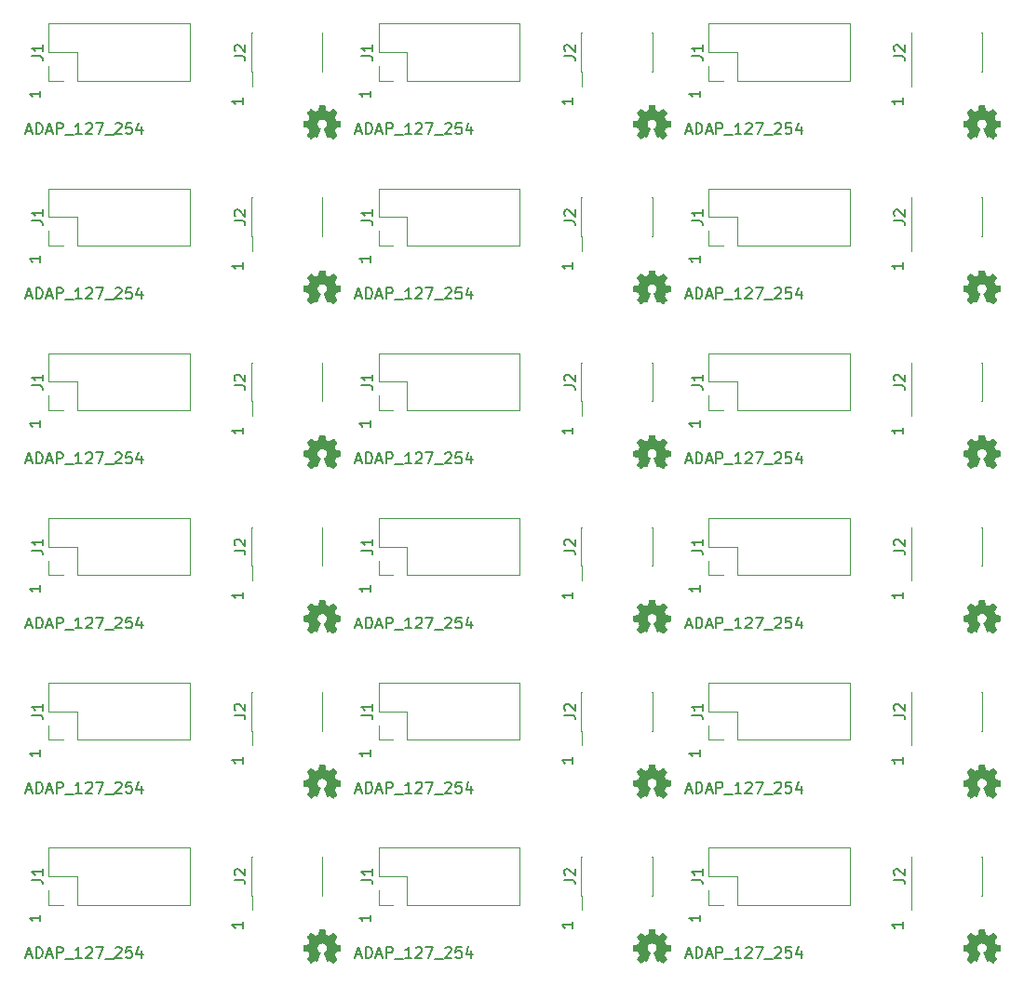
<source format=gbr>
G04 #@! TF.GenerationSoftware,KiCad,Pcbnew,5.1.5-52549c5~86~ubuntu18.04.1*
G04 #@! TF.CreationDate,2020-06-02T18:41:45-05:00*
G04 #@! TF.ProjectId,adap_127_254_panel,61646170-5f31-4323-975f-3235345f7061,rev?*
G04 #@! TF.SameCoordinates,Original*
G04 #@! TF.FileFunction,Legend,Top*
G04 #@! TF.FilePolarity,Positive*
%FSLAX46Y46*%
G04 Gerber Fmt 4.6, Leading zero omitted, Abs format (unit mm)*
G04 Created by KiCad (PCBNEW 5.1.5-52549c5~86~ubuntu18.04.1) date 2020-06-02 18:41:45*
%MOMM*%
%LPD*%
G04 APERTURE LIST*
%ADD10C,0.150000*%
%ADD11C,0.120000*%
%ADD12C,0.010000*%
G04 APERTURE END LIST*
D10*
X147447380Y-135039285D02*
X147447380Y-135610714D01*
X147447380Y-135325000D02*
X146447380Y-135325000D01*
X146590238Y-135420238D01*
X146685476Y-135515476D01*
X146733095Y-135610714D01*
X117447380Y-135039285D02*
X117447380Y-135610714D01*
X117447380Y-135325000D02*
X116447380Y-135325000D01*
X116590238Y-135420238D01*
X116685476Y-135515476D01*
X116733095Y-135610714D01*
X87447380Y-135039285D02*
X87447380Y-135610714D01*
X87447380Y-135325000D02*
X86447380Y-135325000D01*
X86590238Y-135420238D01*
X86685476Y-135515476D01*
X86733095Y-135610714D01*
X147447380Y-120039285D02*
X147447380Y-120610714D01*
X147447380Y-120325000D02*
X146447380Y-120325000D01*
X146590238Y-120420238D01*
X146685476Y-120515476D01*
X146733095Y-120610714D01*
X117447380Y-120039285D02*
X117447380Y-120610714D01*
X117447380Y-120325000D02*
X116447380Y-120325000D01*
X116590238Y-120420238D01*
X116685476Y-120515476D01*
X116733095Y-120610714D01*
X87447380Y-120039285D02*
X87447380Y-120610714D01*
X87447380Y-120325000D02*
X86447380Y-120325000D01*
X86590238Y-120420238D01*
X86685476Y-120515476D01*
X86733095Y-120610714D01*
X147447380Y-105039285D02*
X147447380Y-105610714D01*
X147447380Y-105325000D02*
X146447380Y-105325000D01*
X146590238Y-105420238D01*
X146685476Y-105515476D01*
X146733095Y-105610714D01*
X117447380Y-105039285D02*
X117447380Y-105610714D01*
X117447380Y-105325000D02*
X116447380Y-105325000D01*
X116590238Y-105420238D01*
X116685476Y-105515476D01*
X116733095Y-105610714D01*
X87447380Y-105039285D02*
X87447380Y-105610714D01*
X87447380Y-105325000D02*
X86447380Y-105325000D01*
X86590238Y-105420238D01*
X86685476Y-105515476D01*
X86733095Y-105610714D01*
X147447380Y-90039285D02*
X147447380Y-90610714D01*
X147447380Y-90325000D02*
X146447380Y-90325000D01*
X146590238Y-90420238D01*
X146685476Y-90515476D01*
X146733095Y-90610714D01*
X117447380Y-90039285D02*
X117447380Y-90610714D01*
X117447380Y-90325000D02*
X116447380Y-90325000D01*
X116590238Y-90420238D01*
X116685476Y-90515476D01*
X116733095Y-90610714D01*
X87447380Y-90039285D02*
X87447380Y-90610714D01*
X87447380Y-90325000D02*
X86447380Y-90325000D01*
X86590238Y-90420238D01*
X86685476Y-90515476D01*
X86733095Y-90610714D01*
X147447380Y-75039285D02*
X147447380Y-75610714D01*
X147447380Y-75325000D02*
X146447380Y-75325000D01*
X146590238Y-75420238D01*
X146685476Y-75515476D01*
X146733095Y-75610714D01*
X117447380Y-75039285D02*
X117447380Y-75610714D01*
X117447380Y-75325000D02*
X116447380Y-75325000D01*
X116590238Y-75420238D01*
X116685476Y-75515476D01*
X116733095Y-75610714D01*
X87447380Y-75039285D02*
X87447380Y-75610714D01*
X87447380Y-75325000D02*
X86447380Y-75325000D01*
X86590238Y-75420238D01*
X86685476Y-75515476D01*
X86733095Y-75610714D01*
X147447380Y-60039285D02*
X147447380Y-60610714D01*
X147447380Y-60325000D02*
X146447380Y-60325000D01*
X146590238Y-60420238D01*
X146685476Y-60515476D01*
X146733095Y-60610714D01*
X117447380Y-60039285D02*
X117447380Y-60610714D01*
X117447380Y-60325000D02*
X116447380Y-60325000D01*
X116590238Y-60420238D01*
X116685476Y-60515476D01*
X116733095Y-60610714D01*
X129032380Y-134404285D02*
X129032380Y-134975714D01*
X129032380Y-134690000D02*
X128032380Y-134690000D01*
X128175238Y-134785238D01*
X128270476Y-134880476D01*
X128318095Y-134975714D01*
X99032380Y-134404285D02*
X99032380Y-134975714D01*
X99032380Y-134690000D02*
X98032380Y-134690000D01*
X98175238Y-134785238D01*
X98270476Y-134880476D01*
X98318095Y-134975714D01*
X69032380Y-134404285D02*
X69032380Y-134975714D01*
X69032380Y-134690000D02*
X68032380Y-134690000D01*
X68175238Y-134785238D01*
X68270476Y-134880476D01*
X68318095Y-134975714D01*
X129032380Y-119404285D02*
X129032380Y-119975714D01*
X129032380Y-119690000D02*
X128032380Y-119690000D01*
X128175238Y-119785238D01*
X128270476Y-119880476D01*
X128318095Y-119975714D01*
X99032380Y-119404285D02*
X99032380Y-119975714D01*
X99032380Y-119690000D02*
X98032380Y-119690000D01*
X98175238Y-119785238D01*
X98270476Y-119880476D01*
X98318095Y-119975714D01*
X69032380Y-119404285D02*
X69032380Y-119975714D01*
X69032380Y-119690000D02*
X68032380Y-119690000D01*
X68175238Y-119785238D01*
X68270476Y-119880476D01*
X68318095Y-119975714D01*
X129032380Y-104404285D02*
X129032380Y-104975714D01*
X129032380Y-104690000D02*
X128032380Y-104690000D01*
X128175238Y-104785238D01*
X128270476Y-104880476D01*
X128318095Y-104975714D01*
X99032380Y-104404285D02*
X99032380Y-104975714D01*
X99032380Y-104690000D02*
X98032380Y-104690000D01*
X98175238Y-104785238D01*
X98270476Y-104880476D01*
X98318095Y-104975714D01*
X69032380Y-104404285D02*
X69032380Y-104975714D01*
X69032380Y-104690000D02*
X68032380Y-104690000D01*
X68175238Y-104785238D01*
X68270476Y-104880476D01*
X68318095Y-104975714D01*
X129032380Y-89404285D02*
X129032380Y-89975714D01*
X129032380Y-89690000D02*
X128032380Y-89690000D01*
X128175238Y-89785238D01*
X128270476Y-89880476D01*
X128318095Y-89975714D01*
X99032380Y-89404285D02*
X99032380Y-89975714D01*
X99032380Y-89690000D02*
X98032380Y-89690000D01*
X98175238Y-89785238D01*
X98270476Y-89880476D01*
X98318095Y-89975714D01*
X69032380Y-89404285D02*
X69032380Y-89975714D01*
X69032380Y-89690000D02*
X68032380Y-89690000D01*
X68175238Y-89785238D01*
X68270476Y-89880476D01*
X68318095Y-89975714D01*
X129032380Y-74404285D02*
X129032380Y-74975714D01*
X129032380Y-74690000D02*
X128032380Y-74690000D01*
X128175238Y-74785238D01*
X128270476Y-74880476D01*
X128318095Y-74975714D01*
X99032380Y-74404285D02*
X99032380Y-74975714D01*
X99032380Y-74690000D02*
X98032380Y-74690000D01*
X98175238Y-74785238D01*
X98270476Y-74880476D01*
X98318095Y-74975714D01*
X69032380Y-74404285D02*
X69032380Y-74975714D01*
X69032380Y-74690000D02*
X68032380Y-74690000D01*
X68175238Y-74785238D01*
X68270476Y-74880476D01*
X68318095Y-74975714D01*
X129032380Y-59404285D02*
X129032380Y-59975714D01*
X129032380Y-59690000D02*
X128032380Y-59690000D01*
X128175238Y-59785238D01*
X128270476Y-59880476D01*
X128318095Y-59975714D01*
X99032380Y-59404285D02*
X99032380Y-59975714D01*
X99032380Y-59690000D02*
X98032380Y-59690000D01*
X98175238Y-59785238D01*
X98270476Y-59880476D01*
X98318095Y-59975714D01*
X127739285Y-138031666D02*
X128215476Y-138031666D01*
X127644047Y-138317380D02*
X127977380Y-137317380D01*
X128310714Y-138317380D01*
X128644047Y-138317380D02*
X128644047Y-137317380D01*
X128882142Y-137317380D01*
X129025000Y-137365000D01*
X129120238Y-137460238D01*
X129167857Y-137555476D01*
X129215476Y-137745952D01*
X129215476Y-137888809D01*
X129167857Y-138079285D01*
X129120238Y-138174523D01*
X129025000Y-138269761D01*
X128882142Y-138317380D01*
X128644047Y-138317380D01*
X129596428Y-138031666D02*
X130072619Y-138031666D01*
X129501190Y-138317380D02*
X129834523Y-137317380D01*
X130167857Y-138317380D01*
X130501190Y-138317380D02*
X130501190Y-137317380D01*
X130882142Y-137317380D01*
X130977380Y-137365000D01*
X131025000Y-137412619D01*
X131072619Y-137507857D01*
X131072619Y-137650714D01*
X131025000Y-137745952D01*
X130977380Y-137793571D01*
X130882142Y-137841190D01*
X130501190Y-137841190D01*
X131263095Y-138412619D02*
X132025000Y-138412619D01*
X132786904Y-138317380D02*
X132215476Y-138317380D01*
X132501190Y-138317380D02*
X132501190Y-137317380D01*
X132405952Y-137460238D01*
X132310714Y-137555476D01*
X132215476Y-137603095D01*
X133167857Y-137412619D02*
X133215476Y-137365000D01*
X133310714Y-137317380D01*
X133548809Y-137317380D01*
X133644047Y-137365000D01*
X133691666Y-137412619D01*
X133739285Y-137507857D01*
X133739285Y-137603095D01*
X133691666Y-137745952D01*
X133120238Y-138317380D01*
X133739285Y-138317380D01*
X134072619Y-137317380D02*
X134739285Y-137317380D01*
X134310714Y-138317380D01*
X134882142Y-138412619D02*
X135644047Y-138412619D01*
X135834523Y-137412619D02*
X135882142Y-137365000D01*
X135977380Y-137317380D01*
X136215476Y-137317380D01*
X136310714Y-137365000D01*
X136358333Y-137412619D01*
X136405952Y-137507857D01*
X136405952Y-137603095D01*
X136358333Y-137745952D01*
X135786904Y-138317380D01*
X136405952Y-138317380D01*
X137310714Y-137317380D02*
X136834523Y-137317380D01*
X136786904Y-137793571D01*
X136834523Y-137745952D01*
X136929761Y-137698333D01*
X137167857Y-137698333D01*
X137263095Y-137745952D01*
X137310714Y-137793571D01*
X137358333Y-137888809D01*
X137358333Y-138126904D01*
X137310714Y-138222142D01*
X137263095Y-138269761D01*
X137167857Y-138317380D01*
X136929761Y-138317380D01*
X136834523Y-138269761D01*
X136786904Y-138222142D01*
X138215476Y-137650714D02*
X138215476Y-138317380D01*
X137977380Y-137269761D02*
X137739285Y-137984047D01*
X138358333Y-137984047D01*
X97739285Y-138031666D02*
X98215476Y-138031666D01*
X97644047Y-138317380D02*
X97977380Y-137317380D01*
X98310714Y-138317380D01*
X98644047Y-138317380D02*
X98644047Y-137317380D01*
X98882142Y-137317380D01*
X99025000Y-137365000D01*
X99120238Y-137460238D01*
X99167857Y-137555476D01*
X99215476Y-137745952D01*
X99215476Y-137888809D01*
X99167857Y-138079285D01*
X99120238Y-138174523D01*
X99025000Y-138269761D01*
X98882142Y-138317380D01*
X98644047Y-138317380D01*
X99596428Y-138031666D02*
X100072619Y-138031666D01*
X99501190Y-138317380D02*
X99834523Y-137317380D01*
X100167857Y-138317380D01*
X100501190Y-138317380D02*
X100501190Y-137317380D01*
X100882142Y-137317380D01*
X100977380Y-137365000D01*
X101025000Y-137412619D01*
X101072619Y-137507857D01*
X101072619Y-137650714D01*
X101025000Y-137745952D01*
X100977380Y-137793571D01*
X100882142Y-137841190D01*
X100501190Y-137841190D01*
X101263095Y-138412619D02*
X102025000Y-138412619D01*
X102786904Y-138317380D02*
X102215476Y-138317380D01*
X102501190Y-138317380D02*
X102501190Y-137317380D01*
X102405952Y-137460238D01*
X102310714Y-137555476D01*
X102215476Y-137603095D01*
X103167857Y-137412619D02*
X103215476Y-137365000D01*
X103310714Y-137317380D01*
X103548809Y-137317380D01*
X103644047Y-137365000D01*
X103691666Y-137412619D01*
X103739285Y-137507857D01*
X103739285Y-137603095D01*
X103691666Y-137745952D01*
X103120238Y-138317380D01*
X103739285Y-138317380D01*
X104072619Y-137317380D02*
X104739285Y-137317380D01*
X104310714Y-138317380D01*
X104882142Y-138412619D02*
X105644047Y-138412619D01*
X105834523Y-137412619D02*
X105882142Y-137365000D01*
X105977380Y-137317380D01*
X106215476Y-137317380D01*
X106310714Y-137365000D01*
X106358333Y-137412619D01*
X106405952Y-137507857D01*
X106405952Y-137603095D01*
X106358333Y-137745952D01*
X105786904Y-138317380D01*
X106405952Y-138317380D01*
X107310714Y-137317380D02*
X106834523Y-137317380D01*
X106786904Y-137793571D01*
X106834523Y-137745952D01*
X106929761Y-137698333D01*
X107167857Y-137698333D01*
X107263095Y-137745952D01*
X107310714Y-137793571D01*
X107358333Y-137888809D01*
X107358333Y-138126904D01*
X107310714Y-138222142D01*
X107263095Y-138269761D01*
X107167857Y-138317380D01*
X106929761Y-138317380D01*
X106834523Y-138269761D01*
X106786904Y-138222142D01*
X108215476Y-137650714D02*
X108215476Y-138317380D01*
X107977380Y-137269761D02*
X107739285Y-137984047D01*
X108358333Y-137984047D01*
X67739285Y-138031666D02*
X68215476Y-138031666D01*
X67644047Y-138317380D02*
X67977380Y-137317380D01*
X68310714Y-138317380D01*
X68644047Y-138317380D02*
X68644047Y-137317380D01*
X68882142Y-137317380D01*
X69025000Y-137365000D01*
X69120238Y-137460238D01*
X69167857Y-137555476D01*
X69215476Y-137745952D01*
X69215476Y-137888809D01*
X69167857Y-138079285D01*
X69120238Y-138174523D01*
X69025000Y-138269761D01*
X68882142Y-138317380D01*
X68644047Y-138317380D01*
X69596428Y-138031666D02*
X70072619Y-138031666D01*
X69501190Y-138317380D02*
X69834523Y-137317380D01*
X70167857Y-138317380D01*
X70501190Y-138317380D02*
X70501190Y-137317380D01*
X70882142Y-137317380D01*
X70977380Y-137365000D01*
X71025000Y-137412619D01*
X71072619Y-137507857D01*
X71072619Y-137650714D01*
X71025000Y-137745952D01*
X70977380Y-137793571D01*
X70882142Y-137841190D01*
X70501190Y-137841190D01*
X71263095Y-138412619D02*
X72025000Y-138412619D01*
X72786904Y-138317380D02*
X72215476Y-138317380D01*
X72501190Y-138317380D02*
X72501190Y-137317380D01*
X72405952Y-137460238D01*
X72310714Y-137555476D01*
X72215476Y-137603095D01*
X73167857Y-137412619D02*
X73215476Y-137365000D01*
X73310714Y-137317380D01*
X73548809Y-137317380D01*
X73644047Y-137365000D01*
X73691666Y-137412619D01*
X73739285Y-137507857D01*
X73739285Y-137603095D01*
X73691666Y-137745952D01*
X73120238Y-138317380D01*
X73739285Y-138317380D01*
X74072619Y-137317380D02*
X74739285Y-137317380D01*
X74310714Y-138317380D01*
X74882142Y-138412619D02*
X75644047Y-138412619D01*
X75834523Y-137412619D02*
X75882142Y-137365000D01*
X75977380Y-137317380D01*
X76215476Y-137317380D01*
X76310714Y-137365000D01*
X76358333Y-137412619D01*
X76405952Y-137507857D01*
X76405952Y-137603095D01*
X76358333Y-137745952D01*
X75786904Y-138317380D01*
X76405952Y-138317380D01*
X77310714Y-137317380D02*
X76834523Y-137317380D01*
X76786904Y-137793571D01*
X76834523Y-137745952D01*
X76929761Y-137698333D01*
X77167857Y-137698333D01*
X77263095Y-137745952D01*
X77310714Y-137793571D01*
X77358333Y-137888809D01*
X77358333Y-138126904D01*
X77310714Y-138222142D01*
X77263095Y-138269761D01*
X77167857Y-138317380D01*
X76929761Y-138317380D01*
X76834523Y-138269761D01*
X76786904Y-138222142D01*
X78215476Y-137650714D02*
X78215476Y-138317380D01*
X77977380Y-137269761D02*
X77739285Y-137984047D01*
X78358333Y-137984047D01*
X127739285Y-123031666D02*
X128215476Y-123031666D01*
X127644047Y-123317380D02*
X127977380Y-122317380D01*
X128310714Y-123317380D01*
X128644047Y-123317380D02*
X128644047Y-122317380D01*
X128882142Y-122317380D01*
X129025000Y-122365000D01*
X129120238Y-122460238D01*
X129167857Y-122555476D01*
X129215476Y-122745952D01*
X129215476Y-122888809D01*
X129167857Y-123079285D01*
X129120238Y-123174523D01*
X129025000Y-123269761D01*
X128882142Y-123317380D01*
X128644047Y-123317380D01*
X129596428Y-123031666D02*
X130072619Y-123031666D01*
X129501190Y-123317380D02*
X129834523Y-122317380D01*
X130167857Y-123317380D01*
X130501190Y-123317380D02*
X130501190Y-122317380D01*
X130882142Y-122317380D01*
X130977380Y-122365000D01*
X131025000Y-122412619D01*
X131072619Y-122507857D01*
X131072619Y-122650714D01*
X131025000Y-122745952D01*
X130977380Y-122793571D01*
X130882142Y-122841190D01*
X130501190Y-122841190D01*
X131263095Y-123412619D02*
X132025000Y-123412619D01*
X132786904Y-123317380D02*
X132215476Y-123317380D01*
X132501190Y-123317380D02*
X132501190Y-122317380D01*
X132405952Y-122460238D01*
X132310714Y-122555476D01*
X132215476Y-122603095D01*
X133167857Y-122412619D02*
X133215476Y-122365000D01*
X133310714Y-122317380D01*
X133548809Y-122317380D01*
X133644047Y-122365000D01*
X133691666Y-122412619D01*
X133739285Y-122507857D01*
X133739285Y-122603095D01*
X133691666Y-122745952D01*
X133120238Y-123317380D01*
X133739285Y-123317380D01*
X134072619Y-122317380D02*
X134739285Y-122317380D01*
X134310714Y-123317380D01*
X134882142Y-123412619D02*
X135644047Y-123412619D01*
X135834523Y-122412619D02*
X135882142Y-122365000D01*
X135977380Y-122317380D01*
X136215476Y-122317380D01*
X136310714Y-122365000D01*
X136358333Y-122412619D01*
X136405952Y-122507857D01*
X136405952Y-122603095D01*
X136358333Y-122745952D01*
X135786904Y-123317380D01*
X136405952Y-123317380D01*
X137310714Y-122317380D02*
X136834523Y-122317380D01*
X136786904Y-122793571D01*
X136834523Y-122745952D01*
X136929761Y-122698333D01*
X137167857Y-122698333D01*
X137263095Y-122745952D01*
X137310714Y-122793571D01*
X137358333Y-122888809D01*
X137358333Y-123126904D01*
X137310714Y-123222142D01*
X137263095Y-123269761D01*
X137167857Y-123317380D01*
X136929761Y-123317380D01*
X136834523Y-123269761D01*
X136786904Y-123222142D01*
X138215476Y-122650714D02*
X138215476Y-123317380D01*
X137977380Y-122269761D02*
X137739285Y-122984047D01*
X138358333Y-122984047D01*
X97739285Y-123031666D02*
X98215476Y-123031666D01*
X97644047Y-123317380D02*
X97977380Y-122317380D01*
X98310714Y-123317380D01*
X98644047Y-123317380D02*
X98644047Y-122317380D01*
X98882142Y-122317380D01*
X99025000Y-122365000D01*
X99120238Y-122460238D01*
X99167857Y-122555476D01*
X99215476Y-122745952D01*
X99215476Y-122888809D01*
X99167857Y-123079285D01*
X99120238Y-123174523D01*
X99025000Y-123269761D01*
X98882142Y-123317380D01*
X98644047Y-123317380D01*
X99596428Y-123031666D02*
X100072619Y-123031666D01*
X99501190Y-123317380D02*
X99834523Y-122317380D01*
X100167857Y-123317380D01*
X100501190Y-123317380D02*
X100501190Y-122317380D01*
X100882142Y-122317380D01*
X100977380Y-122365000D01*
X101025000Y-122412619D01*
X101072619Y-122507857D01*
X101072619Y-122650714D01*
X101025000Y-122745952D01*
X100977380Y-122793571D01*
X100882142Y-122841190D01*
X100501190Y-122841190D01*
X101263095Y-123412619D02*
X102025000Y-123412619D01*
X102786904Y-123317380D02*
X102215476Y-123317380D01*
X102501190Y-123317380D02*
X102501190Y-122317380D01*
X102405952Y-122460238D01*
X102310714Y-122555476D01*
X102215476Y-122603095D01*
X103167857Y-122412619D02*
X103215476Y-122365000D01*
X103310714Y-122317380D01*
X103548809Y-122317380D01*
X103644047Y-122365000D01*
X103691666Y-122412619D01*
X103739285Y-122507857D01*
X103739285Y-122603095D01*
X103691666Y-122745952D01*
X103120238Y-123317380D01*
X103739285Y-123317380D01*
X104072619Y-122317380D02*
X104739285Y-122317380D01*
X104310714Y-123317380D01*
X104882142Y-123412619D02*
X105644047Y-123412619D01*
X105834523Y-122412619D02*
X105882142Y-122365000D01*
X105977380Y-122317380D01*
X106215476Y-122317380D01*
X106310714Y-122365000D01*
X106358333Y-122412619D01*
X106405952Y-122507857D01*
X106405952Y-122603095D01*
X106358333Y-122745952D01*
X105786904Y-123317380D01*
X106405952Y-123317380D01*
X107310714Y-122317380D02*
X106834523Y-122317380D01*
X106786904Y-122793571D01*
X106834523Y-122745952D01*
X106929761Y-122698333D01*
X107167857Y-122698333D01*
X107263095Y-122745952D01*
X107310714Y-122793571D01*
X107358333Y-122888809D01*
X107358333Y-123126904D01*
X107310714Y-123222142D01*
X107263095Y-123269761D01*
X107167857Y-123317380D01*
X106929761Y-123317380D01*
X106834523Y-123269761D01*
X106786904Y-123222142D01*
X108215476Y-122650714D02*
X108215476Y-123317380D01*
X107977380Y-122269761D02*
X107739285Y-122984047D01*
X108358333Y-122984047D01*
X67739285Y-123031666D02*
X68215476Y-123031666D01*
X67644047Y-123317380D02*
X67977380Y-122317380D01*
X68310714Y-123317380D01*
X68644047Y-123317380D02*
X68644047Y-122317380D01*
X68882142Y-122317380D01*
X69025000Y-122365000D01*
X69120238Y-122460238D01*
X69167857Y-122555476D01*
X69215476Y-122745952D01*
X69215476Y-122888809D01*
X69167857Y-123079285D01*
X69120238Y-123174523D01*
X69025000Y-123269761D01*
X68882142Y-123317380D01*
X68644047Y-123317380D01*
X69596428Y-123031666D02*
X70072619Y-123031666D01*
X69501190Y-123317380D02*
X69834523Y-122317380D01*
X70167857Y-123317380D01*
X70501190Y-123317380D02*
X70501190Y-122317380D01*
X70882142Y-122317380D01*
X70977380Y-122365000D01*
X71025000Y-122412619D01*
X71072619Y-122507857D01*
X71072619Y-122650714D01*
X71025000Y-122745952D01*
X70977380Y-122793571D01*
X70882142Y-122841190D01*
X70501190Y-122841190D01*
X71263095Y-123412619D02*
X72025000Y-123412619D01*
X72786904Y-123317380D02*
X72215476Y-123317380D01*
X72501190Y-123317380D02*
X72501190Y-122317380D01*
X72405952Y-122460238D01*
X72310714Y-122555476D01*
X72215476Y-122603095D01*
X73167857Y-122412619D02*
X73215476Y-122365000D01*
X73310714Y-122317380D01*
X73548809Y-122317380D01*
X73644047Y-122365000D01*
X73691666Y-122412619D01*
X73739285Y-122507857D01*
X73739285Y-122603095D01*
X73691666Y-122745952D01*
X73120238Y-123317380D01*
X73739285Y-123317380D01*
X74072619Y-122317380D02*
X74739285Y-122317380D01*
X74310714Y-123317380D01*
X74882142Y-123412619D02*
X75644047Y-123412619D01*
X75834523Y-122412619D02*
X75882142Y-122365000D01*
X75977380Y-122317380D01*
X76215476Y-122317380D01*
X76310714Y-122365000D01*
X76358333Y-122412619D01*
X76405952Y-122507857D01*
X76405952Y-122603095D01*
X76358333Y-122745952D01*
X75786904Y-123317380D01*
X76405952Y-123317380D01*
X77310714Y-122317380D02*
X76834523Y-122317380D01*
X76786904Y-122793571D01*
X76834523Y-122745952D01*
X76929761Y-122698333D01*
X77167857Y-122698333D01*
X77263095Y-122745952D01*
X77310714Y-122793571D01*
X77358333Y-122888809D01*
X77358333Y-123126904D01*
X77310714Y-123222142D01*
X77263095Y-123269761D01*
X77167857Y-123317380D01*
X76929761Y-123317380D01*
X76834523Y-123269761D01*
X76786904Y-123222142D01*
X78215476Y-122650714D02*
X78215476Y-123317380D01*
X77977380Y-122269761D02*
X77739285Y-122984047D01*
X78358333Y-122984047D01*
X127739285Y-108031666D02*
X128215476Y-108031666D01*
X127644047Y-108317380D02*
X127977380Y-107317380D01*
X128310714Y-108317380D01*
X128644047Y-108317380D02*
X128644047Y-107317380D01*
X128882142Y-107317380D01*
X129025000Y-107365000D01*
X129120238Y-107460238D01*
X129167857Y-107555476D01*
X129215476Y-107745952D01*
X129215476Y-107888809D01*
X129167857Y-108079285D01*
X129120238Y-108174523D01*
X129025000Y-108269761D01*
X128882142Y-108317380D01*
X128644047Y-108317380D01*
X129596428Y-108031666D02*
X130072619Y-108031666D01*
X129501190Y-108317380D02*
X129834523Y-107317380D01*
X130167857Y-108317380D01*
X130501190Y-108317380D02*
X130501190Y-107317380D01*
X130882142Y-107317380D01*
X130977380Y-107365000D01*
X131025000Y-107412619D01*
X131072619Y-107507857D01*
X131072619Y-107650714D01*
X131025000Y-107745952D01*
X130977380Y-107793571D01*
X130882142Y-107841190D01*
X130501190Y-107841190D01*
X131263095Y-108412619D02*
X132025000Y-108412619D01*
X132786904Y-108317380D02*
X132215476Y-108317380D01*
X132501190Y-108317380D02*
X132501190Y-107317380D01*
X132405952Y-107460238D01*
X132310714Y-107555476D01*
X132215476Y-107603095D01*
X133167857Y-107412619D02*
X133215476Y-107365000D01*
X133310714Y-107317380D01*
X133548809Y-107317380D01*
X133644047Y-107365000D01*
X133691666Y-107412619D01*
X133739285Y-107507857D01*
X133739285Y-107603095D01*
X133691666Y-107745952D01*
X133120238Y-108317380D01*
X133739285Y-108317380D01*
X134072619Y-107317380D02*
X134739285Y-107317380D01*
X134310714Y-108317380D01*
X134882142Y-108412619D02*
X135644047Y-108412619D01*
X135834523Y-107412619D02*
X135882142Y-107365000D01*
X135977380Y-107317380D01*
X136215476Y-107317380D01*
X136310714Y-107365000D01*
X136358333Y-107412619D01*
X136405952Y-107507857D01*
X136405952Y-107603095D01*
X136358333Y-107745952D01*
X135786904Y-108317380D01*
X136405952Y-108317380D01*
X137310714Y-107317380D02*
X136834523Y-107317380D01*
X136786904Y-107793571D01*
X136834523Y-107745952D01*
X136929761Y-107698333D01*
X137167857Y-107698333D01*
X137263095Y-107745952D01*
X137310714Y-107793571D01*
X137358333Y-107888809D01*
X137358333Y-108126904D01*
X137310714Y-108222142D01*
X137263095Y-108269761D01*
X137167857Y-108317380D01*
X136929761Y-108317380D01*
X136834523Y-108269761D01*
X136786904Y-108222142D01*
X138215476Y-107650714D02*
X138215476Y-108317380D01*
X137977380Y-107269761D02*
X137739285Y-107984047D01*
X138358333Y-107984047D01*
X97739285Y-108031666D02*
X98215476Y-108031666D01*
X97644047Y-108317380D02*
X97977380Y-107317380D01*
X98310714Y-108317380D01*
X98644047Y-108317380D02*
X98644047Y-107317380D01*
X98882142Y-107317380D01*
X99025000Y-107365000D01*
X99120238Y-107460238D01*
X99167857Y-107555476D01*
X99215476Y-107745952D01*
X99215476Y-107888809D01*
X99167857Y-108079285D01*
X99120238Y-108174523D01*
X99025000Y-108269761D01*
X98882142Y-108317380D01*
X98644047Y-108317380D01*
X99596428Y-108031666D02*
X100072619Y-108031666D01*
X99501190Y-108317380D02*
X99834523Y-107317380D01*
X100167857Y-108317380D01*
X100501190Y-108317380D02*
X100501190Y-107317380D01*
X100882142Y-107317380D01*
X100977380Y-107365000D01*
X101025000Y-107412619D01*
X101072619Y-107507857D01*
X101072619Y-107650714D01*
X101025000Y-107745952D01*
X100977380Y-107793571D01*
X100882142Y-107841190D01*
X100501190Y-107841190D01*
X101263095Y-108412619D02*
X102025000Y-108412619D01*
X102786904Y-108317380D02*
X102215476Y-108317380D01*
X102501190Y-108317380D02*
X102501190Y-107317380D01*
X102405952Y-107460238D01*
X102310714Y-107555476D01*
X102215476Y-107603095D01*
X103167857Y-107412619D02*
X103215476Y-107365000D01*
X103310714Y-107317380D01*
X103548809Y-107317380D01*
X103644047Y-107365000D01*
X103691666Y-107412619D01*
X103739285Y-107507857D01*
X103739285Y-107603095D01*
X103691666Y-107745952D01*
X103120238Y-108317380D01*
X103739285Y-108317380D01*
X104072619Y-107317380D02*
X104739285Y-107317380D01*
X104310714Y-108317380D01*
X104882142Y-108412619D02*
X105644047Y-108412619D01*
X105834523Y-107412619D02*
X105882142Y-107365000D01*
X105977380Y-107317380D01*
X106215476Y-107317380D01*
X106310714Y-107365000D01*
X106358333Y-107412619D01*
X106405952Y-107507857D01*
X106405952Y-107603095D01*
X106358333Y-107745952D01*
X105786904Y-108317380D01*
X106405952Y-108317380D01*
X107310714Y-107317380D02*
X106834523Y-107317380D01*
X106786904Y-107793571D01*
X106834523Y-107745952D01*
X106929761Y-107698333D01*
X107167857Y-107698333D01*
X107263095Y-107745952D01*
X107310714Y-107793571D01*
X107358333Y-107888809D01*
X107358333Y-108126904D01*
X107310714Y-108222142D01*
X107263095Y-108269761D01*
X107167857Y-108317380D01*
X106929761Y-108317380D01*
X106834523Y-108269761D01*
X106786904Y-108222142D01*
X108215476Y-107650714D02*
X108215476Y-108317380D01*
X107977380Y-107269761D02*
X107739285Y-107984047D01*
X108358333Y-107984047D01*
X67739285Y-108031666D02*
X68215476Y-108031666D01*
X67644047Y-108317380D02*
X67977380Y-107317380D01*
X68310714Y-108317380D01*
X68644047Y-108317380D02*
X68644047Y-107317380D01*
X68882142Y-107317380D01*
X69025000Y-107365000D01*
X69120238Y-107460238D01*
X69167857Y-107555476D01*
X69215476Y-107745952D01*
X69215476Y-107888809D01*
X69167857Y-108079285D01*
X69120238Y-108174523D01*
X69025000Y-108269761D01*
X68882142Y-108317380D01*
X68644047Y-108317380D01*
X69596428Y-108031666D02*
X70072619Y-108031666D01*
X69501190Y-108317380D02*
X69834523Y-107317380D01*
X70167857Y-108317380D01*
X70501190Y-108317380D02*
X70501190Y-107317380D01*
X70882142Y-107317380D01*
X70977380Y-107365000D01*
X71025000Y-107412619D01*
X71072619Y-107507857D01*
X71072619Y-107650714D01*
X71025000Y-107745952D01*
X70977380Y-107793571D01*
X70882142Y-107841190D01*
X70501190Y-107841190D01*
X71263095Y-108412619D02*
X72025000Y-108412619D01*
X72786904Y-108317380D02*
X72215476Y-108317380D01*
X72501190Y-108317380D02*
X72501190Y-107317380D01*
X72405952Y-107460238D01*
X72310714Y-107555476D01*
X72215476Y-107603095D01*
X73167857Y-107412619D02*
X73215476Y-107365000D01*
X73310714Y-107317380D01*
X73548809Y-107317380D01*
X73644047Y-107365000D01*
X73691666Y-107412619D01*
X73739285Y-107507857D01*
X73739285Y-107603095D01*
X73691666Y-107745952D01*
X73120238Y-108317380D01*
X73739285Y-108317380D01*
X74072619Y-107317380D02*
X74739285Y-107317380D01*
X74310714Y-108317380D01*
X74882142Y-108412619D02*
X75644047Y-108412619D01*
X75834523Y-107412619D02*
X75882142Y-107365000D01*
X75977380Y-107317380D01*
X76215476Y-107317380D01*
X76310714Y-107365000D01*
X76358333Y-107412619D01*
X76405952Y-107507857D01*
X76405952Y-107603095D01*
X76358333Y-107745952D01*
X75786904Y-108317380D01*
X76405952Y-108317380D01*
X77310714Y-107317380D02*
X76834523Y-107317380D01*
X76786904Y-107793571D01*
X76834523Y-107745952D01*
X76929761Y-107698333D01*
X77167857Y-107698333D01*
X77263095Y-107745952D01*
X77310714Y-107793571D01*
X77358333Y-107888809D01*
X77358333Y-108126904D01*
X77310714Y-108222142D01*
X77263095Y-108269761D01*
X77167857Y-108317380D01*
X76929761Y-108317380D01*
X76834523Y-108269761D01*
X76786904Y-108222142D01*
X78215476Y-107650714D02*
X78215476Y-108317380D01*
X77977380Y-107269761D02*
X77739285Y-107984047D01*
X78358333Y-107984047D01*
X127739285Y-93031666D02*
X128215476Y-93031666D01*
X127644047Y-93317380D02*
X127977380Y-92317380D01*
X128310714Y-93317380D01*
X128644047Y-93317380D02*
X128644047Y-92317380D01*
X128882142Y-92317380D01*
X129025000Y-92365000D01*
X129120238Y-92460238D01*
X129167857Y-92555476D01*
X129215476Y-92745952D01*
X129215476Y-92888809D01*
X129167857Y-93079285D01*
X129120238Y-93174523D01*
X129025000Y-93269761D01*
X128882142Y-93317380D01*
X128644047Y-93317380D01*
X129596428Y-93031666D02*
X130072619Y-93031666D01*
X129501190Y-93317380D02*
X129834523Y-92317380D01*
X130167857Y-93317380D01*
X130501190Y-93317380D02*
X130501190Y-92317380D01*
X130882142Y-92317380D01*
X130977380Y-92365000D01*
X131025000Y-92412619D01*
X131072619Y-92507857D01*
X131072619Y-92650714D01*
X131025000Y-92745952D01*
X130977380Y-92793571D01*
X130882142Y-92841190D01*
X130501190Y-92841190D01*
X131263095Y-93412619D02*
X132025000Y-93412619D01*
X132786904Y-93317380D02*
X132215476Y-93317380D01*
X132501190Y-93317380D02*
X132501190Y-92317380D01*
X132405952Y-92460238D01*
X132310714Y-92555476D01*
X132215476Y-92603095D01*
X133167857Y-92412619D02*
X133215476Y-92365000D01*
X133310714Y-92317380D01*
X133548809Y-92317380D01*
X133644047Y-92365000D01*
X133691666Y-92412619D01*
X133739285Y-92507857D01*
X133739285Y-92603095D01*
X133691666Y-92745952D01*
X133120238Y-93317380D01*
X133739285Y-93317380D01*
X134072619Y-92317380D02*
X134739285Y-92317380D01*
X134310714Y-93317380D01*
X134882142Y-93412619D02*
X135644047Y-93412619D01*
X135834523Y-92412619D02*
X135882142Y-92365000D01*
X135977380Y-92317380D01*
X136215476Y-92317380D01*
X136310714Y-92365000D01*
X136358333Y-92412619D01*
X136405952Y-92507857D01*
X136405952Y-92603095D01*
X136358333Y-92745952D01*
X135786904Y-93317380D01*
X136405952Y-93317380D01*
X137310714Y-92317380D02*
X136834523Y-92317380D01*
X136786904Y-92793571D01*
X136834523Y-92745952D01*
X136929761Y-92698333D01*
X137167857Y-92698333D01*
X137263095Y-92745952D01*
X137310714Y-92793571D01*
X137358333Y-92888809D01*
X137358333Y-93126904D01*
X137310714Y-93222142D01*
X137263095Y-93269761D01*
X137167857Y-93317380D01*
X136929761Y-93317380D01*
X136834523Y-93269761D01*
X136786904Y-93222142D01*
X138215476Y-92650714D02*
X138215476Y-93317380D01*
X137977380Y-92269761D02*
X137739285Y-92984047D01*
X138358333Y-92984047D01*
X97739285Y-93031666D02*
X98215476Y-93031666D01*
X97644047Y-93317380D02*
X97977380Y-92317380D01*
X98310714Y-93317380D01*
X98644047Y-93317380D02*
X98644047Y-92317380D01*
X98882142Y-92317380D01*
X99025000Y-92365000D01*
X99120238Y-92460238D01*
X99167857Y-92555476D01*
X99215476Y-92745952D01*
X99215476Y-92888809D01*
X99167857Y-93079285D01*
X99120238Y-93174523D01*
X99025000Y-93269761D01*
X98882142Y-93317380D01*
X98644047Y-93317380D01*
X99596428Y-93031666D02*
X100072619Y-93031666D01*
X99501190Y-93317380D02*
X99834523Y-92317380D01*
X100167857Y-93317380D01*
X100501190Y-93317380D02*
X100501190Y-92317380D01*
X100882142Y-92317380D01*
X100977380Y-92365000D01*
X101025000Y-92412619D01*
X101072619Y-92507857D01*
X101072619Y-92650714D01*
X101025000Y-92745952D01*
X100977380Y-92793571D01*
X100882142Y-92841190D01*
X100501190Y-92841190D01*
X101263095Y-93412619D02*
X102025000Y-93412619D01*
X102786904Y-93317380D02*
X102215476Y-93317380D01*
X102501190Y-93317380D02*
X102501190Y-92317380D01*
X102405952Y-92460238D01*
X102310714Y-92555476D01*
X102215476Y-92603095D01*
X103167857Y-92412619D02*
X103215476Y-92365000D01*
X103310714Y-92317380D01*
X103548809Y-92317380D01*
X103644047Y-92365000D01*
X103691666Y-92412619D01*
X103739285Y-92507857D01*
X103739285Y-92603095D01*
X103691666Y-92745952D01*
X103120238Y-93317380D01*
X103739285Y-93317380D01*
X104072619Y-92317380D02*
X104739285Y-92317380D01*
X104310714Y-93317380D01*
X104882142Y-93412619D02*
X105644047Y-93412619D01*
X105834523Y-92412619D02*
X105882142Y-92365000D01*
X105977380Y-92317380D01*
X106215476Y-92317380D01*
X106310714Y-92365000D01*
X106358333Y-92412619D01*
X106405952Y-92507857D01*
X106405952Y-92603095D01*
X106358333Y-92745952D01*
X105786904Y-93317380D01*
X106405952Y-93317380D01*
X107310714Y-92317380D02*
X106834523Y-92317380D01*
X106786904Y-92793571D01*
X106834523Y-92745952D01*
X106929761Y-92698333D01*
X107167857Y-92698333D01*
X107263095Y-92745952D01*
X107310714Y-92793571D01*
X107358333Y-92888809D01*
X107358333Y-93126904D01*
X107310714Y-93222142D01*
X107263095Y-93269761D01*
X107167857Y-93317380D01*
X106929761Y-93317380D01*
X106834523Y-93269761D01*
X106786904Y-93222142D01*
X108215476Y-92650714D02*
X108215476Y-93317380D01*
X107977380Y-92269761D02*
X107739285Y-92984047D01*
X108358333Y-92984047D01*
X67739285Y-93031666D02*
X68215476Y-93031666D01*
X67644047Y-93317380D02*
X67977380Y-92317380D01*
X68310714Y-93317380D01*
X68644047Y-93317380D02*
X68644047Y-92317380D01*
X68882142Y-92317380D01*
X69025000Y-92365000D01*
X69120238Y-92460238D01*
X69167857Y-92555476D01*
X69215476Y-92745952D01*
X69215476Y-92888809D01*
X69167857Y-93079285D01*
X69120238Y-93174523D01*
X69025000Y-93269761D01*
X68882142Y-93317380D01*
X68644047Y-93317380D01*
X69596428Y-93031666D02*
X70072619Y-93031666D01*
X69501190Y-93317380D02*
X69834523Y-92317380D01*
X70167857Y-93317380D01*
X70501190Y-93317380D02*
X70501190Y-92317380D01*
X70882142Y-92317380D01*
X70977380Y-92365000D01*
X71025000Y-92412619D01*
X71072619Y-92507857D01*
X71072619Y-92650714D01*
X71025000Y-92745952D01*
X70977380Y-92793571D01*
X70882142Y-92841190D01*
X70501190Y-92841190D01*
X71263095Y-93412619D02*
X72025000Y-93412619D01*
X72786904Y-93317380D02*
X72215476Y-93317380D01*
X72501190Y-93317380D02*
X72501190Y-92317380D01*
X72405952Y-92460238D01*
X72310714Y-92555476D01*
X72215476Y-92603095D01*
X73167857Y-92412619D02*
X73215476Y-92365000D01*
X73310714Y-92317380D01*
X73548809Y-92317380D01*
X73644047Y-92365000D01*
X73691666Y-92412619D01*
X73739285Y-92507857D01*
X73739285Y-92603095D01*
X73691666Y-92745952D01*
X73120238Y-93317380D01*
X73739285Y-93317380D01*
X74072619Y-92317380D02*
X74739285Y-92317380D01*
X74310714Y-93317380D01*
X74882142Y-93412619D02*
X75644047Y-93412619D01*
X75834523Y-92412619D02*
X75882142Y-92365000D01*
X75977380Y-92317380D01*
X76215476Y-92317380D01*
X76310714Y-92365000D01*
X76358333Y-92412619D01*
X76405952Y-92507857D01*
X76405952Y-92603095D01*
X76358333Y-92745952D01*
X75786904Y-93317380D01*
X76405952Y-93317380D01*
X77310714Y-92317380D02*
X76834523Y-92317380D01*
X76786904Y-92793571D01*
X76834523Y-92745952D01*
X76929761Y-92698333D01*
X77167857Y-92698333D01*
X77263095Y-92745952D01*
X77310714Y-92793571D01*
X77358333Y-92888809D01*
X77358333Y-93126904D01*
X77310714Y-93222142D01*
X77263095Y-93269761D01*
X77167857Y-93317380D01*
X76929761Y-93317380D01*
X76834523Y-93269761D01*
X76786904Y-93222142D01*
X78215476Y-92650714D02*
X78215476Y-93317380D01*
X77977380Y-92269761D02*
X77739285Y-92984047D01*
X78358333Y-92984047D01*
X127739285Y-78031666D02*
X128215476Y-78031666D01*
X127644047Y-78317380D02*
X127977380Y-77317380D01*
X128310714Y-78317380D01*
X128644047Y-78317380D02*
X128644047Y-77317380D01*
X128882142Y-77317380D01*
X129025000Y-77365000D01*
X129120238Y-77460238D01*
X129167857Y-77555476D01*
X129215476Y-77745952D01*
X129215476Y-77888809D01*
X129167857Y-78079285D01*
X129120238Y-78174523D01*
X129025000Y-78269761D01*
X128882142Y-78317380D01*
X128644047Y-78317380D01*
X129596428Y-78031666D02*
X130072619Y-78031666D01*
X129501190Y-78317380D02*
X129834523Y-77317380D01*
X130167857Y-78317380D01*
X130501190Y-78317380D02*
X130501190Y-77317380D01*
X130882142Y-77317380D01*
X130977380Y-77365000D01*
X131025000Y-77412619D01*
X131072619Y-77507857D01*
X131072619Y-77650714D01*
X131025000Y-77745952D01*
X130977380Y-77793571D01*
X130882142Y-77841190D01*
X130501190Y-77841190D01*
X131263095Y-78412619D02*
X132025000Y-78412619D01*
X132786904Y-78317380D02*
X132215476Y-78317380D01*
X132501190Y-78317380D02*
X132501190Y-77317380D01*
X132405952Y-77460238D01*
X132310714Y-77555476D01*
X132215476Y-77603095D01*
X133167857Y-77412619D02*
X133215476Y-77365000D01*
X133310714Y-77317380D01*
X133548809Y-77317380D01*
X133644047Y-77365000D01*
X133691666Y-77412619D01*
X133739285Y-77507857D01*
X133739285Y-77603095D01*
X133691666Y-77745952D01*
X133120238Y-78317380D01*
X133739285Y-78317380D01*
X134072619Y-77317380D02*
X134739285Y-77317380D01*
X134310714Y-78317380D01*
X134882142Y-78412619D02*
X135644047Y-78412619D01*
X135834523Y-77412619D02*
X135882142Y-77365000D01*
X135977380Y-77317380D01*
X136215476Y-77317380D01*
X136310714Y-77365000D01*
X136358333Y-77412619D01*
X136405952Y-77507857D01*
X136405952Y-77603095D01*
X136358333Y-77745952D01*
X135786904Y-78317380D01*
X136405952Y-78317380D01*
X137310714Y-77317380D02*
X136834523Y-77317380D01*
X136786904Y-77793571D01*
X136834523Y-77745952D01*
X136929761Y-77698333D01*
X137167857Y-77698333D01*
X137263095Y-77745952D01*
X137310714Y-77793571D01*
X137358333Y-77888809D01*
X137358333Y-78126904D01*
X137310714Y-78222142D01*
X137263095Y-78269761D01*
X137167857Y-78317380D01*
X136929761Y-78317380D01*
X136834523Y-78269761D01*
X136786904Y-78222142D01*
X138215476Y-77650714D02*
X138215476Y-78317380D01*
X137977380Y-77269761D02*
X137739285Y-77984047D01*
X138358333Y-77984047D01*
X97739285Y-78031666D02*
X98215476Y-78031666D01*
X97644047Y-78317380D02*
X97977380Y-77317380D01*
X98310714Y-78317380D01*
X98644047Y-78317380D02*
X98644047Y-77317380D01*
X98882142Y-77317380D01*
X99025000Y-77365000D01*
X99120238Y-77460238D01*
X99167857Y-77555476D01*
X99215476Y-77745952D01*
X99215476Y-77888809D01*
X99167857Y-78079285D01*
X99120238Y-78174523D01*
X99025000Y-78269761D01*
X98882142Y-78317380D01*
X98644047Y-78317380D01*
X99596428Y-78031666D02*
X100072619Y-78031666D01*
X99501190Y-78317380D02*
X99834523Y-77317380D01*
X100167857Y-78317380D01*
X100501190Y-78317380D02*
X100501190Y-77317380D01*
X100882142Y-77317380D01*
X100977380Y-77365000D01*
X101025000Y-77412619D01*
X101072619Y-77507857D01*
X101072619Y-77650714D01*
X101025000Y-77745952D01*
X100977380Y-77793571D01*
X100882142Y-77841190D01*
X100501190Y-77841190D01*
X101263095Y-78412619D02*
X102025000Y-78412619D01*
X102786904Y-78317380D02*
X102215476Y-78317380D01*
X102501190Y-78317380D02*
X102501190Y-77317380D01*
X102405952Y-77460238D01*
X102310714Y-77555476D01*
X102215476Y-77603095D01*
X103167857Y-77412619D02*
X103215476Y-77365000D01*
X103310714Y-77317380D01*
X103548809Y-77317380D01*
X103644047Y-77365000D01*
X103691666Y-77412619D01*
X103739285Y-77507857D01*
X103739285Y-77603095D01*
X103691666Y-77745952D01*
X103120238Y-78317380D01*
X103739285Y-78317380D01*
X104072619Y-77317380D02*
X104739285Y-77317380D01*
X104310714Y-78317380D01*
X104882142Y-78412619D02*
X105644047Y-78412619D01*
X105834523Y-77412619D02*
X105882142Y-77365000D01*
X105977380Y-77317380D01*
X106215476Y-77317380D01*
X106310714Y-77365000D01*
X106358333Y-77412619D01*
X106405952Y-77507857D01*
X106405952Y-77603095D01*
X106358333Y-77745952D01*
X105786904Y-78317380D01*
X106405952Y-78317380D01*
X107310714Y-77317380D02*
X106834523Y-77317380D01*
X106786904Y-77793571D01*
X106834523Y-77745952D01*
X106929761Y-77698333D01*
X107167857Y-77698333D01*
X107263095Y-77745952D01*
X107310714Y-77793571D01*
X107358333Y-77888809D01*
X107358333Y-78126904D01*
X107310714Y-78222142D01*
X107263095Y-78269761D01*
X107167857Y-78317380D01*
X106929761Y-78317380D01*
X106834523Y-78269761D01*
X106786904Y-78222142D01*
X108215476Y-77650714D02*
X108215476Y-78317380D01*
X107977380Y-77269761D02*
X107739285Y-77984047D01*
X108358333Y-77984047D01*
X67739285Y-78031666D02*
X68215476Y-78031666D01*
X67644047Y-78317380D02*
X67977380Y-77317380D01*
X68310714Y-78317380D01*
X68644047Y-78317380D02*
X68644047Y-77317380D01*
X68882142Y-77317380D01*
X69025000Y-77365000D01*
X69120238Y-77460238D01*
X69167857Y-77555476D01*
X69215476Y-77745952D01*
X69215476Y-77888809D01*
X69167857Y-78079285D01*
X69120238Y-78174523D01*
X69025000Y-78269761D01*
X68882142Y-78317380D01*
X68644047Y-78317380D01*
X69596428Y-78031666D02*
X70072619Y-78031666D01*
X69501190Y-78317380D02*
X69834523Y-77317380D01*
X70167857Y-78317380D01*
X70501190Y-78317380D02*
X70501190Y-77317380D01*
X70882142Y-77317380D01*
X70977380Y-77365000D01*
X71025000Y-77412619D01*
X71072619Y-77507857D01*
X71072619Y-77650714D01*
X71025000Y-77745952D01*
X70977380Y-77793571D01*
X70882142Y-77841190D01*
X70501190Y-77841190D01*
X71263095Y-78412619D02*
X72025000Y-78412619D01*
X72786904Y-78317380D02*
X72215476Y-78317380D01*
X72501190Y-78317380D02*
X72501190Y-77317380D01*
X72405952Y-77460238D01*
X72310714Y-77555476D01*
X72215476Y-77603095D01*
X73167857Y-77412619D02*
X73215476Y-77365000D01*
X73310714Y-77317380D01*
X73548809Y-77317380D01*
X73644047Y-77365000D01*
X73691666Y-77412619D01*
X73739285Y-77507857D01*
X73739285Y-77603095D01*
X73691666Y-77745952D01*
X73120238Y-78317380D01*
X73739285Y-78317380D01*
X74072619Y-77317380D02*
X74739285Y-77317380D01*
X74310714Y-78317380D01*
X74882142Y-78412619D02*
X75644047Y-78412619D01*
X75834523Y-77412619D02*
X75882142Y-77365000D01*
X75977380Y-77317380D01*
X76215476Y-77317380D01*
X76310714Y-77365000D01*
X76358333Y-77412619D01*
X76405952Y-77507857D01*
X76405952Y-77603095D01*
X76358333Y-77745952D01*
X75786904Y-78317380D01*
X76405952Y-78317380D01*
X77310714Y-77317380D02*
X76834523Y-77317380D01*
X76786904Y-77793571D01*
X76834523Y-77745952D01*
X76929761Y-77698333D01*
X77167857Y-77698333D01*
X77263095Y-77745952D01*
X77310714Y-77793571D01*
X77358333Y-77888809D01*
X77358333Y-78126904D01*
X77310714Y-78222142D01*
X77263095Y-78269761D01*
X77167857Y-78317380D01*
X76929761Y-78317380D01*
X76834523Y-78269761D01*
X76786904Y-78222142D01*
X78215476Y-77650714D02*
X78215476Y-78317380D01*
X77977380Y-77269761D02*
X77739285Y-77984047D01*
X78358333Y-77984047D01*
X127739285Y-63031666D02*
X128215476Y-63031666D01*
X127644047Y-63317380D02*
X127977380Y-62317380D01*
X128310714Y-63317380D01*
X128644047Y-63317380D02*
X128644047Y-62317380D01*
X128882142Y-62317380D01*
X129025000Y-62365000D01*
X129120238Y-62460238D01*
X129167857Y-62555476D01*
X129215476Y-62745952D01*
X129215476Y-62888809D01*
X129167857Y-63079285D01*
X129120238Y-63174523D01*
X129025000Y-63269761D01*
X128882142Y-63317380D01*
X128644047Y-63317380D01*
X129596428Y-63031666D02*
X130072619Y-63031666D01*
X129501190Y-63317380D02*
X129834523Y-62317380D01*
X130167857Y-63317380D01*
X130501190Y-63317380D02*
X130501190Y-62317380D01*
X130882142Y-62317380D01*
X130977380Y-62365000D01*
X131025000Y-62412619D01*
X131072619Y-62507857D01*
X131072619Y-62650714D01*
X131025000Y-62745952D01*
X130977380Y-62793571D01*
X130882142Y-62841190D01*
X130501190Y-62841190D01*
X131263095Y-63412619D02*
X132025000Y-63412619D01*
X132786904Y-63317380D02*
X132215476Y-63317380D01*
X132501190Y-63317380D02*
X132501190Y-62317380D01*
X132405952Y-62460238D01*
X132310714Y-62555476D01*
X132215476Y-62603095D01*
X133167857Y-62412619D02*
X133215476Y-62365000D01*
X133310714Y-62317380D01*
X133548809Y-62317380D01*
X133644047Y-62365000D01*
X133691666Y-62412619D01*
X133739285Y-62507857D01*
X133739285Y-62603095D01*
X133691666Y-62745952D01*
X133120238Y-63317380D01*
X133739285Y-63317380D01*
X134072619Y-62317380D02*
X134739285Y-62317380D01*
X134310714Y-63317380D01*
X134882142Y-63412619D02*
X135644047Y-63412619D01*
X135834523Y-62412619D02*
X135882142Y-62365000D01*
X135977380Y-62317380D01*
X136215476Y-62317380D01*
X136310714Y-62365000D01*
X136358333Y-62412619D01*
X136405952Y-62507857D01*
X136405952Y-62603095D01*
X136358333Y-62745952D01*
X135786904Y-63317380D01*
X136405952Y-63317380D01*
X137310714Y-62317380D02*
X136834523Y-62317380D01*
X136786904Y-62793571D01*
X136834523Y-62745952D01*
X136929761Y-62698333D01*
X137167857Y-62698333D01*
X137263095Y-62745952D01*
X137310714Y-62793571D01*
X137358333Y-62888809D01*
X137358333Y-63126904D01*
X137310714Y-63222142D01*
X137263095Y-63269761D01*
X137167857Y-63317380D01*
X136929761Y-63317380D01*
X136834523Y-63269761D01*
X136786904Y-63222142D01*
X138215476Y-62650714D02*
X138215476Y-63317380D01*
X137977380Y-62269761D02*
X137739285Y-62984047D01*
X138358333Y-62984047D01*
X97739285Y-63031666D02*
X98215476Y-63031666D01*
X97644047Y-63317380D02*
X97977380Y-62317380D01*
X98310714Y-63317380D01*
X98644047Y-63317380D02*
X98644047Y-62317380D01*
X98882142Y-62317380D01*
X99025000Y-62365000D01*
X99120238Y-62460238D01*
X99167857Y-62555476D01*
X99215476Y-62745952D01*
X99215476Y-62888809D01*
X99167857Y-63079285D01*
X99120238Y-63174523D01*
X99025000Y-63269761D01*
X98882142Y-63317380D01*
X98644047Y-63317380D01*
X99596428Y-63031666D02*
X100072619Y-63031666D01*
X99501190Y-63317380D02*
X99834523Y-62317380D01*
X100167857Y-63317380D01*
X100501190Y-63317380D02*
X100501190Y-62317380D01*
X100882142Y-62317380D01*
X100977380Y-62365000D01*
X101025000Y-62412619D01*
X101072619Y-62507857D01*
X101072619Y-62650714D01*
X101025000Y-62745952D01*
X100977380Y-62793571D01*
X100882142Y-62841190D01*
X100501190Y-62841190D01*
X101263095Y-63412619D02*
X102025000Y-63412619D01*
X102786904Y-63317380D02*
X102215476Y-63317380D01*
X102501190Y-63317380D02*
X102501190Y-62317380D01*
X102405952Y-62460238D01*
X102310714Y-62555476D01*
X102215476Y-62603095D01*
X103167857Y-62412619D02*
X103215476Y-62365000D01*
X103310714Y-62317380D01*
X103548809Y-62317380D01*
X103644047Y-62365000D01*
X103691666Y-62412619D01*
X103739285Y-62507857D01*
X103739285Y-62603095D01*
X103691666Y-62745952D01*
X103120238Y-63317380D01*
X103739285Y-63317380D01*
X104072619Y-62317380D02*
X104739285Y-62317380D01*
X104310714Y-63317380D01*
X104882142Y-63412619D02*
X105644047Y-63412619D01*
X105834523Y-62412619D02*
X105882142Y-62365000D01*
X105977380Y-62317380D01*
X106215476Y-62317380D01*
X106310714Y-62365000D01*
X106358333Y-62412619D01*
X106405952Y-62507857D01*
X106405952Y-62603095D01*
X106358333Y-62745952D01*
X105786904Y-63317380D01*
X106405952Y-63317380D01*
X107310714Y-62317380D02*
X106834523Y-62317380D01*
X106786904Y-62793571D01*
X106834523Y-62745952D01*
X106929761Y-62698333D01*
X107167857Y-62698333D01*
X107263095Y-62745952D01*
X107310714Y-62793571D01*
X107358333Y-62888809D01*
X107358333Y-63126904D01*
X107310714Y-63222142D01*
X107263095Y-63269761D01*
X107167857Y-63317380D01*
X106929761Y-63317380D01*
X106834523Y-63269761D01*
X106786904Y-63222142D01*
X108215476Y-62650714D02*
X108215476Y-63317380D01*
X107977380Y-62269761D02*
X107739285Y-62984047D01*
X108358333Y-62984047D01*
X67739285Y-63031666D02*
X68215476Y-63031666D01*
X67644047Y-63317380D02*
X67977380Y-62317380D01*
X68310714Y-63317380D01*
X68644047Y-63317380D02*
X68644047Y-62317380D01*
X68882142Y-62317380D01*
X69025000Y-62365000D01*
X69120238Y-62460238D01*
X69167857Y-62555476D01*
X69215476Y-62745952D01*
X69215476Y-62888809D01*
X69167857Y-63079285D01*
X69120238Y-63174523D01*
X69025000Y-63269761D01*
X68882142Y-63317380D01*
X68644047Y-63317380D01*
X69596428Y-63031666D02*
X70072619Y-63031666D01*
X69501190Y-63317380D02*
X69834523Y-62317380D01*
X70167857Y-63317380D01*
X70501190Y-63317380D02*
X70501190Y-62317380D01*
X70882142Y-62317380D01*
X70977380Y-62365000D01*
X71025000Y-62412619D01*
X71072619Y-62507857D01*
X71072619Y-62650714D01*
X71025000Y-62745952D01*
X70977380Y-62793571D01*
X70882142Y-62841190D01*
X70501190Y-62841190D01*
X71263095Y-63412619D02*
X72025000Y-63412619D01*
X72786904Y-63317380D02*
X72215476Y-63317380D01*
X72501190Y-63317380D02*
X72501190Y-62317380D01*
X72405952Y-62460238D01*
X72310714Y-62555476D01*
X72215476Y-62603095D01*
X73167857Y-62412619D02*
X73215476Y-62365000D01*
X73310714Y-62317380D01*
X73548809Y-62317380D01*
X73644047Y-62365000D01*
X73691666Y-62412619D01*
X73739285Y-62507857D01*
X73739285Y-62603095D01*
X73691666Y-62745952D01*
X73120238Y-63317380D01*
X73739285Y-63317380D01*
X74072619Y-62317380D02*
X74739285Y-62317380D01*
X74310714Y-63317380D01*
X74882142Y-63412619D02*
X75644047Y-63412619D01*
X75834523Y-62412619D02*
X75882142Y-62365000D01*
X75977380Y-62317380D01*
X76215476Y-62317380D01*
X76310714Y-62365000D01*
X76358333Y-62412619D01*
X76405952Y-62507857D01*
X76405952Y-62603095D01*
X76358333Y-62745952D01*
X75786904Y-63317380D01*
X76405952Y-63317380D01*
X77310714Y-62317380D02*
X76834523Y-62317380D01*
X76786904Y-62793571D01*
X76834523Y-62745952D01*
X76929761Y-62698333D01*
X77167857Y-62698333D01*
X77263095Y-62745952D01*
X77310714Y-62793571D01*
X77358333Y-62888809D01*
X77358333Y-63126904D01*
X77310714Y-63222142D01*
X77263095Y-63269761D01*
X77167857Y-63317380D01*
X76929761Y-63317380D01*
X76834523Y-63269761D01*
X76786904Y-63222142D01*
X78215476Y-62650714D02*
X78215476Y-63317380D01*
X77977380Y-62269761D02*
X77739285Y-62984047D01*
X78358333Y-62984047D01*
X87447380Y-60039285D02*
X87447380Y-60610714D01*
X87447380Y-60325000D02*
X86447380Y-60325000D01*
X86590238Y-60420238D01*
X86685476Y-60515476D01*
X86733095Y-60610714D01*
X69032380Y-59404285D02*
X69032380Y-59975714D01*
X69032380Y-59690000D02*
X68032380Y-59690000D01*
X68175238Y-59785238D01*
X68270476Y-59880476D01*
X68318095Y-59975714D01*
D11*
X142610000Y-133480000D02*
X142610000Y-128280000D01*
X132390000Y-133480000D02*
X142610000Y-133480000D01*
X129790000Y-128280000D02*
X142610000Y-128280000D01*
X132390000Y-133480000D02*
X132390000Y-130880000D01*
X132390000Y-130880000D02*
X129790000Y-130880000D01*
X129790000Y-130880000D02*
X129790000Y-128280000D01*
X131120000Y-133480000D02*
X129790000Y-133480000D01*
X129790000Y-133480000D02*
X129790000Y-132150000D01*
X112610000Y-133480000D02*
X112610000Y-128280000D01*
X102390000Y-133480000D02*
X112610000Y-133480000D01*
X99790000Y-128280000D02*
X112610000Y-128280000D01*
X102390000Y-133480000D02*
X102390000Y-130880000D01*
X102390000Y-130880000D02*
X99790000Y-130880000D01*
X99790000Y-130880000D02*
X99790000Y-128280000D01*
X101120000Y-133480000D02*
X99790000Y-133480000D01*
X99790000Y-133480000D02*
X99790000Y-132150000D01*
X82610000Y-133480000D02*
X82610000Y-128280000D01*
X72390000Y-133480000D02*
X82610000Y-133480000D01*
X69790000Y-128280000D02*
X82610000Y-128280000D01*
X72390000Y-133480000D02*
X72390000Y-130880000D01*
X72390000Y-130880000D02*
X69790000Y-130880000D01*
X69790000Y-130880000D02*
X69790000Y-128280000D01*
X71120000Y-133480000D02*
X69790000Y-133480000D01*
X69790000Y-133480000D02*
X69790000Y-132150000D01*
X142610000Y-118480000D02*
X142610000Y-113280000D01*
X132390000Y-118480000D02*
X142610000Y-118480000D01*
X129790000Y-113280000D02*
X142610000Y-113280000D01*
X132390000Y-118480000D02*
X132390000Y-115880000D01*
X132390000Y-115880000D02*
X129790000Y-115880000D01*
X129790000Y-115880000D02*
X129790000Y-113280000D01*
X131120000Y-118480000D02*
X129790000Y-118480000D01*
X129790000Y-118480000D02*
X129790000Y-117150000D01*
X112610000Y-118480000D02*
X112610000Y-113280000D01*
X102390000Y-118480000D02*
X112610000Y-118480000D01*
X99790000Y-113280000D02*
X112610000Y-113280000D01*
X102390000Y-118480000D02*
X102390000Y-115880000D01*
X102390000Y-115880000D02*
X99790000Y-115880000D01*
X99790000Y-115880000D02*
X99790000Y-113280000D01*
X101120000Y-118480000D02*
X99790000Y-118480000D01*
X99790000Y-118480000D02*
X99790000Y-117150000D01*
X82610000Y-118480000D02*
X82610000Y-113280000D01*
X72390000Y-118480000D02*
X82610000Y-118480000D01*
X69790000Y-113280000D02*
X82610000Y-113280000D01*
X72390000Y-118480000D02*
X72390000Y-115880000D01*
X72390000Y-115880000D02*
X69790000Y-115880000D01*
X69790000Y-115880000D02*
X69790000Y-113280000D01*
X71120000Y-118480000D02*
X69790000Y-118480000D01*
X69790000Y-118480000D02*
X69790000Y-117150000D01*
X142610000Y-103480000D02*
X142610000Y-98280000D01*
X132390000Y-103480000D02*
X142610000Y-103480000D01*
X129790000Y-98280000D02*
X142610000Y-98280000D01*
X132390000Y-103480000D02*
X132390000Y-100880000D01*
X132390000Y-100880000D02*
X129790000Y-100880000D01*
X129790000Y-100880000D02*
X129790000Y-98280000D01*
X131120000Y-103480000D02*
X129790000Y-103480000D01*
X129790000Y-103480000D02*
X129790000Y-102150000D01*
X112610000Y-103480000D02*
X112610000Y-98280000D01*
X102390000Y-103480000D02*
X112610000Y-103480000D01*
X99790000Y-98280000D02*
X112610000Y-98280000D01*
X102390000Y-103480000D02*
X102390000Y-100880000D01*
X102390000Y-100880000D02*
X99790000Y-100880000D01*
X99790000Y-100880000D02*
X99790000Y-98280000D01*
X101120000Y-103480000D02*
X99790000Y-103480000D01*
X99790000Y-103480000D02*
X99790000Y-102150000D01*
X82610000Y-103480000D02*
X82610000Y-98280000D01*
X72390000Y-103480000D02*
X82610000Y-103480000D01*
X69790000Y-98280000D02*
X82610000Y-98280000D01*
X72390000Y-103480000D02*
X72390000Y-100880000D01*
X72390000Y-100880000D02*
X69790000Y-100880000D01*
X69790000Y-100880000D02*
X69790000Y-98280000D01*
X71120000Y-103480000D02*
X69790000Y-103480000D01*
X69790000Y-103480000D02*
X69790000Y-102150000D01*
X142610000Y-88480000D02*
X142610000Y-83280000D01*
X132390000Y-88480000D02*
X142610000Y-88480000D01*
X129790000Y-83280000D02*
X142610000Y-83280000D01*
X132390000Y-88480000D02*
X132390000Y-85880000D01*
X132390000Y-85880000D02*
X129790000Y-85880000D01*
X129790000Y-85880000D02*
X129790000Y-83280000D01*
X131120000Y-88480000D02*
X129790000Y-88480000D01*
X129790000Y-88480000D02*
X129790000Y-87150000D01*
X112610000Y-88480000D02*
X112610000Y-83280000D01*
X102390000Y-88480000D02*
X112610000Y-88480000D01*
X99790000Y-83280000D02*
X112610000Y-83280000D01*
X102390000Y-88480000D02*
X102390000Y-85880000D01*
X102390000Y-85880000D02*
X99790000Y-85880000D01*
X99790000Y-85880000D02*
X99790000Y-83280000D01*
X101120000Y-88480000D02*
X99790000Y-88480000D01*
X99790000Y-88480000D02*
X99790000Y-87150000D01*
X82610000Y-88480000D02*
X82610000Y-83280000D01*
X72390000Y-88480000D02*
X82610000Y-88480000D01*
X69790000Y-83280000D02*
X82610000Y-83280000D01*
X72390000Y-88480000D02*
X72390000Y-85880000D01*
X72390000Y-85880000D02*
X69790000Y-85880000D01*
X69790000Y-85880000D02*
X69790000Y-83280000D01*
X71120000Y-88480000D02*
X69790000Y-88480000D01*
X69790000Y-88480000D02*
X69790000Y-87150000D01*
X142610000Y-73480000D02*
X142610000Y-68280000D01*
X132390000Y-73480000D02*
X142610000Y-73480000D01*
X129790000Y-68280000D02*
X142610000Y-68280000D01*
X132390000Y-73480000D02*
X132390000Y-70880000D01*
X132390000Y-70880000D02*
X129790000Y-70880000D01*
X129790000Y-70880000D02*
X129790000Y-68280000D01*
X131120000Y-73480000D02*
X129790000Y-73480000D01*
X129790000Y-73480000D02*
X129790000Y-72150000D01*
X112610000Y-73480000D02*
X112610000Y-68280000D01*
X102390000Y-73480000D02*
X112610000Y-73480000D01*
X99790000Y-68280000D02*
X112610000Y-68280000D01*
X102390000Y-73480000D02*
X102390000Y-70880000D01*
X102390000Y-70880000D02*
X99790000Y-70880000D01*
X99790000Y-70880000D02*
X99790000Y-68280000D01*
X101120000Y-73480000D02*
X99790000Y-73480000D01*
X99790000Y-73480000D02*
X99790000Y-72150000D01*
X82610000Y-73480000D02*
X82610000Y-68280000D01*
X72390000Y-73480000D02*
X82610000Y-73480000D01*
X69790000Y-68280000D02*
X82610000Y-68280000D01*
X72390000Y-73480000D02*
X72390000Y-70880000D01*
X72390000Y-70880000D02*
X69790000Y-70880000D01*
X69790000Y-70880000D02*
X69790000Y-68280000D01*
X71120000Y-73480000D02*
X69790000Y-73480000D01*
X69790000Y-73480000D02*
X69790000Y-72150000D01*
X142610000Y-58480000D02*
X142610000Y-53280000D01*
X132390000Y-58480000D02*
X142610000Y-58480000D01*
X129790000Y-53280000D02*
X142610000Y-53280000D01*
X132390000Y-58480000D02*
X132390000Y-55880000D01*
X132390000Y-55880000D02*
X129790000Y-55880000D01*
X129790000Y-55880000D02*
X129790000Y-53280000D01*
X131120000Y-58480000D02*
X129790000Y-58480000D01*
X129790000Y-58480000D02*
X129790000Y-57150000D01*
X112610000Y-58480000D02*
X112610000Y-53280000D01*
X102390000Y-58480000D02*
X112610000Y-58480000D01*
X99790000Y-53280000D02*
X112610000Y-53280000D01*
X102390000Y-58480000D02*
X102390000Y-55880000D01*
X102390000Y-55880000D02*
X99790000Y-55880000D01*
X99790000Y-55880000D02*
X99790000Y-53280000D01*
X101120000Y-58480000D02*
X99790000Y-58480000D01*
X99790000Y-58480000D02*
X99790000Y-57150000D01*
D12*
G36*
X154640852Y-135730473D02*
G01*
X154675681Y-135730616D01*
X154709199Y-135730883D01*
X154740630Y-135731273D01*
X154769193Y-135731790D01*
X154794110Y-135732431D01*
X154814602Y-135733198D01*
X154829890Y-135734089D01*
X154839196Y-135735106D01*
X154841648Y-135735819D01*
X154843282Y-135738038D01*
X154845212Y-135742790D01*
X154847539Y-135750558D01*
X154850366Y-135761821D01*
X154853796Y-135777061D01*
X154857930Y-135796757D01*
X154862870Y-135821392D01*
X154868718Y-135851444D01*
X154875576Y-135887396D01*
X154883547Y-135929727D01*
X154888859Y-135958133D01*
X154896171Y-135997079D01*
X154903195Y-136034040D01*
X154909805Y-136068375D01*
X154915873Y-136099442D01*
X154921271Y-136126598D01*
X154925871Y-136149203D01*
X154929546Y-136166614D01*
X154932168Y-136178189D01*
X154933611Y-136183288D01*
X154933636Y-136183338D01*
X154938740Y-136190180D01*
X154942471Y-136192988D01*
X155002317Y-136217601D01*
X155055529Y-136239403D01*
X155102158Y-136258413D01*
X155142253Y-136274653D01*
X155175864Y-136288141D01*
X155203043Y-136298899D01*
X155223839Y-136306947D01*
X155238302Y-136312304D01*
X155246483Y-136314990D01*
X155248259Y-136315338D01*
X155249915Y-136315353D01*
X155251575Y-136315201D01*
X155253680Y-136314594D01*
X155256672Y-136313241D01*
X155260992Y-136310852D01*
X155267081Y-136307137D01*
X155275380Y-136301804D01*
X155286332Y-136294565D01*
X155300376Y-136285128D01*
X155317954Y-136273204D01*
X155339508Y-136258502D01*
X155365479Y-136240731D01*
X155396308Y-136219602D01*
X155432437Y-136194825D01*
X155455254Y-136179174D01*
X155485851Y-136158212D01*
X155514826Y-136138407D01*
X155541593Y-136120155D01*
X155565567Y-136103855D01*
X155586161Y-136089903D01*
X155602790Y-136078697D01*
X155614869Y-136070634D01*
X155621811Y-136066110D01*
X155623091Y-136065342D01*
X155630869Y-136062964D01*
X155639185Y-136065305D01*
X155641239Y-136066347D01*
X155645583Y-136069837D01*
X155654549Y-136078011D01*
X155667649Y-136090394D01*
X155684396Y-136106511D01*
X155704301Y-136125890D01*
X155726878Y-136148055D01*
X155751640Y-136172533D01*
X155778099Y-136198850D01*
X155800974Y-136221725D01*
X155832861Y-136253723D01*
X155859963Y-136281018D01*
X155882657Y-136304012D01*
X155901318Y-136323109D01*
X155916320Y-136338713D01*
X155928040Y-136351227D01*
X155936851Y-136361054D01*
X155943130Y-136368598D01*
X155947252Y-136374262D01*
X155949591Y-136378449D01*
X155950524Y-136381563D01*
X155950587Y-136382588D01*
X155949507Y-136386540D01*
X155946167Y-136393435D01*
X155940335Y-136403628D01*
X155931782Y-136417476D01*
X155920277Y-136435333D01*
X155905589Y-136457555D01*
X155887488Y-136484499D01*
X155865744Y-136516520D01*
X155840125Y-136553973D01*
X155829156Y-136569950D01*
X155807108Y-136602139D01*
X155786272Y-136632748D01*
X155767019Y-136661221D01*
X155749718Y-136687001D01*
X155734740Y-136709533D01*
X155722456Y-136728258D01*
X155713236Y-136742621D01*
X155707449Y-136752064D01*
X155705490Y-136755871D01*
X155705554Y-136759698D01*
X155707137Y-136766463D01*
X155710430Y-136776654D01*
X155715621Y-136790756D01*
X155722900Y-136809258D01*
X155732456Y-136832646D01*
X155744479Y-136861406D01*
X155759158Y-136896026D01*
X155769012Y-136919094D01*
X155783241Y-136952095D01*
X155796651Y-136982731D01*
X155808946Y-137010354D01*
X155819828Y-137034316D01*
X155829001Y-137053969D01*
X155836168Y-137068665D01*
X155841032Y-137077756D01*
X155842881Y-137080413D01*
X155848172Y-137083795D01*
X155857190Y-137087168D01*
X155870843Y-137090778D01*
X155890037Y-137094871D01*
X155910770Y-137098799D01*
X155970637Y-137109774D01*
X156025940Y-137119976D01*
X156076408Y-137129354D01*
X156121772Y-137137858D01*
X156161762Y-137145434D01*
X156196107Y-137152031D01*
X156224539Y-137157598D01*
X156246787Y-137162084D01*
X156262582Y-137165435D01*
X156271653Y-137167601D01*
X156273716Y-137168289D01*
X156280262Y-137174015D01*
X156282378Y-137177566D01*
X156282781Y-137182163D01*
X156283161Y-137193368D01*
X156283511Y-137210531D01*
X156283825Y-137233000D01*
X156284096Y-137260125D01*
X156284317Y-137291255D01*
X156284483Y-137325739D01*
X156284586Y-137362926D01*
X156284620Y-137400629D01*
X156284622Y-137446578D01*
X156284600Y-137485812D01*
X156284514Y-137518874D01*
X156284323Y-137546306D01*
X156283986Y-137568653D01*
X156283462Y-137586458D01*
X156282711Y-137600265D01*
X156281692Y-137610616D01*
X156280364Y-137618056D01*
X156278686Y-137623128D01*
X156276618Y-137626375D01*
X156274118Y-137628340D01*
X156271147Y-137629568D01*
X156267662Y-137630601D01*
X156267358Y-137630692D01*
X156262692Y-137631691D01*
X156251554Y-137633877D01*
X156234608Y-137637123D01*
X156212522Y-137641304D01*
X156185962Y-137646296D01*
X156155595Y-137651972D01*
X156122086Y-137658207D01*
X156086102Y-137664876D01*
X156061399Y-137669441D01*
X156017024Y-137677664D01*
X155979282Y-137684741D01*
X155947655Y-137690784D01*
X155921629Y-137695901D01*
X155900684Y-137700203D01*
X155884304Y-137703799D01*
X155871973Y-137706800D01*
X155863174Y-137709315D01*
X155857389Y-137711454D01*
X155854102Y-137713328D01*
X155853787Y-137713598D01*
X155850707Y-137718544D01*
X155845373Y-137729456D01*
X155838114Y-137745517D01*
X155829256Y-137765908D01*
X155819130Y-137789813D01*
X155808063Y-137816414D01*
X155796384Y-137844892D01*
X155784421Y-137874430D01*
X155772503Y-137904210D01*
X155760957Y-137933415D01*
X155750114Y-137961226D01*
X155740300Y-137986827D01*
X155731844Y-138009398D01*
X155725075Y-138028123D01*
X155720321Y-138042184D01*
X155717910Y-138050762D01*
X155717676Y-138052511D01*
X155718501Y-138056238D01*
X155721155Y-138062251D01*
X155725905Y-138070966D01*
X155733018Y-138082799D01*
X155742763Y-138098165D01*
X155755405Y-138117479D01*
X155771213Y-138141157D01*
X155790453Y-138169615D01*
X155813393Y-138203268D01*
X155834185Y-138233622D01*
X155862786Y-138275457D01*
X155887219Y-138311520D01*
X155907562Y-138341931D01*
X155923892Y-138366806D01*
X155936285Y-138386264D01*
X155944818Y-138400424D01*
X155949568Y-138409403D01*
X155950696Y-138412898D01*
X155949819Y-138415801D01*
X155946965Y-138420387D01*
X155941794Y-138427013D01*
X155933970Y-138436038D01*
X155923154Y-138447820D01*
X155909009Y-138462718D01*
X155891197Y-138481090D01*
X155869380Y-138503295D01*
X155843220Y-138529690D01*
X155812380Y-138560633D01*
X155795514Y-138577508D01*
X155759517Y-138613400D01*
X155728381Y-138644228D01*
X155701933Y-138670160D01*
X155679997Y-138691361D01*
X155662401Y-138707996D01*
X155648970Y-138720231D01*
X155639529Y-138728232D01*
X155633905Y-138732165D01*
X155632457Y-138732658D01*
X155630637Y-138732543D01*
X155628435Y-138732011D01*
X155625423Y-138730778D01*
X155621170Y-138728561D01*
X155615249Y-138725077D01*
X155607229Y-138720044D01*
X155596681Y-138713178D01*
X155583177Y-138704197D01*
X155566286Y-138692816D01*
X155545580Y-138678755D01*
X155520629Y-138661728D01*
X155491004Y-138641455D01*
X155456276Y-138617650D01*
X155416016Y-138590033D01*
X155413844Y-138588542D01*
X155386484Y-138569883D01*
X155360780Y-138552568D01*
X155337388Y-138537024D01*
X155316960Y-138523676D01*
X155300151Y-138512947D01*
X155287616Y-138505263D01*
X155280007Y-138501049D01*
X155278107Y-138500363D01*
X155272945Y-138502015D01*
X155262402Y-138506647D01*
X155247479Y-138513776D01*
X155229174Y-138522917D01*
X155208485Y-138533586D01*
X155196111Y-138540111D01*
X155174585Y-138551515D01*
X155154985Y-138561828D01*
X155138292Y-138570538D01*
X155125485Y-138577137D01*
X155117545Y-138581114D01*
X155115577Y-138582011D01*
X155108787Y-138581439D01*
X155102302Y-138577651D01*
X155099931Y-138573479D01*
X155095045Y-138563121D01*
X155087866Y-138547111D01*
X155078616Y-138525986D01*
X155067518Y-138500282D01*
X155054795Y-138470535D01*
X155040669Y-138437280D01*
X155025363Y-138401054D01*
X155009098Y-138362392D01*
X154992099Y-138321831D01*
X154974586Y-138279906D01*
X154956783Y-138237153D01*
X154938912Y-138194109D01*
X154921196Y-138151309D01*
X154903857Y-138109289D01*
X154887118Y-138068585D01*
X154871201Y-138029734D01*
X154856328Y-137993270D01*
X154842723Y-137959731D01*
X154830608Y-137929651D01*
X154820205Y-137903567D01*
X154811737Y-137882015D01*
X154805426Y-137865531D01*
X154801495Y-137854651D01*
X154800165Y-137849929D01*
X154800791Y-137843195D01*
X154803378Y-137837681D01*
X154809148Y-137832031D01*
X154819322Y-137824892D01*
X154827332Y-137819779D01*
X154878966Y-137784544D01*
X154923893Y-137747898D01*
X154962607Y-137709326D01*
X154995603Y-137668315D01*
X155023378Y-137624354D01*
X155032309Y-137607479D01*
X155054229Y-137556154D01*
X155069771Y-137502371D01*
X155078874Y-137447045D01*
X155081482Y-137391092D01*
X155077535Y-137335426D01*
X155066976Y-137280962D01*
X155055485Y-137243670D01*
X155032906Y-137191195D01*
X155004288Y-137142096D01*
X154970150Y-137096949D01*
X154931010Y-137056326D01*
X154887388Y-137020802D01*
X154839801Y-136990951D01*
X154816518Y-136979187D01*
X154763277Y-136958047D01*
X154709043Y-136943751D01*
X154654365Y-136936113D01*
X154599791Y-136934949D01*
X154545872Y-136940074D01*
X154493154Y-136951304D01*
X154442189Y-136968453D01*
X154393523Y-136991339D01*
X154347707Y-137019774D01*
X154305289Y-137053576D01*
X154266819Y-137092560D01*
X154232845Y-137136540D01*
X154203982Y-137185202D01*
X154183470Y-137229711D01*
X154168585Y-137273039D01*
X154158861Y-137317152D01*
X154153832Y-137364012D01*
X154152856Y-137400591D01*
X154154891Y-137449623D01*
X154161136Y-137494464D01*
X154172060Y-137537147D01*
X154188132Y-137579702D01*
X154200187Y-137605508D01*
X154224745Y-137648998D01*
X154253852Y-137689431D01*
X154288095Y-137727415D01*
X154328060Y-137763558D01*
X154374331Y-137798470D01*
X154406297Y-137819671D01*
X154419441Y-137828285D01*
X154427509Y-137834626D01*
X154431719Y-137840041D01*
X154433287Y-137845878D01*
X154433464Y-137849759D01*
X154432107Y-137854196D01*
X154428167Y-137864793D01*
X154421865Y-137881016D01*
X154413422Y-137902328D01*
X154403060Y-137928195D01*
X154390998Y-137958081D01*
X154377459Y-137991450D01*
X154362664Y-138027768D01*
X154346832Y-138066498D01*
X154330186Y-138107106D01*
X154312946Y-138149055D01*
X154295334Y-138191812D01*
X154277570Y-138234840D01*
X154259876Y-138277603D01*
X154242473Y-138319568D01*
X154225580Y-138360197D01*
X154209421Y-138398957D01*
X154194215Y-138435311D01*
X154180184Y-138468723D01*
X154167548Y-138498660D01*
X154156529Y-138524585D01*
X154147348Y-138545963D01*
X154140226Y-138562258D01*
X154135383Y-138572936D01*
X154133041Y-138577460D01*
X154133015Y-138577492D01*
X154127209Y-138582518D01*
X154123798Y-138583844D01*
X154119684Y-138582207D01*
X154110090Y-138577607D01*
X154095935Y-138570508D01*
X154078137Y-138561376D01*
X154057615Y-138550676D01*
X154041368Y-138542103D01*
X154019209Y-138530506D01*
X153998867Y-138520147D01*
X153981313Y-138511497D01*
X153967514Y-138505027D01*
X153958441Y-138501207D01*
X153955399Y-138500363D01*
X153951136Y-138502369D01*
X153941468Y-138508142D01*
X153926956Y-138517311D01*
X153908162Y-138529509D01*
X153885646Y-138544364D01*
X153859969Y-138561508D01*
X153831693Y-138580571D01*
X153801379Y-138601185D01*
X153778996Y-138616510D01*
X153743460Y-138640810D01*
X153710948Y-138662842D01*
X153681865Y-138682340D01*
X153656614Y-138699041D01*
X153635600Y-138712679D01*
X153619229Y-138722990D01*
X153607903Y-138729709D01*
X153602029Y-138732571D01*
X153601537Y-138732658D01*
X153598166Y-138731147D01*
X153591876Y-138726451D01*
X153582404Y-138718320D01*
X153569489Y-138706508D01*
X153552871Y-138690764D01*
X153532288Y-138670843D01*
X153507478Y-138646494D01*
X153478180Y-138617471D01*
X153444133Y-138583525D01*
X153438083Y-138577476D01*
X153405015Y-138544351D01*
X153376778Y-138515946D01*
X153353028Y-138491892D01*
X153333418Y-138471822D01*
X153317602Y-138455368D01*
X153305234Y-138442162D01*
X153295967Y-138431837D01*
X153289456Y-138424025D01*
X153285355Y-138418357D01*
X153283317Y-138414467D01*
X153282933Y-138412598D01*
X153284548Y-138407914D01*
X153289479Y-138398741D01*
X153297853Y-138384881D01*
X153309801Y-138366137D01*
X153325449Y-138342310D01*
X153344928Y-138313202D01*
X153368365Y-138278615D01*
X153395889Y-138238351D01*
X153399444Y-138233171D01*
X153425611Y-138194967D01*
X153447856Y-138162292D01*
X153466438Y-138134743D01*
X153481619Y-138111915D01*
X153493659Y-138093405D01*
X153502817Y-138078808D01*
X153509355Y-138067720D01*
X153513531Y-138059738D01*
X153515607Y-138054458D01*
X153515954Y-138052329D01*
X153514604Y-138046284D01*
X153510775Y-138034414D01*
X153504794Y-138017538D01*
X153496992Y-137996474D01*
X153487695Y-137972040D01*
X153477233Y-137945053D01*
X153465934Y-137916332D01*
X153454127Y-137886694D01*
X153442141Y-137856959D01*
X153430304Y-137827943D01*
X153418945Y-137800465D01*
X153408392Y-137775342D01*
X153398973Y-137753393D01*
X153391019Y-137735436D01*
X153384857Y-137722289D01*
X153380815Y-137714770D01*
X153379843Y-137713499D01*
X153376989Y-137711670D01*
X153371856Y-137709613D01*
X153363926Y-137707217D01*
X153352680Y-137704372D01*
X153337602Y-137700968D01*
X153318174Y-137696894D01*
X153293878Y-137692039D01*
X153264198Y-137686293D01*
X153228615Y-137679545D01*
X153186612Y-137671685D01*
X153167603Y-137668150D01*
X153120849Y-137659418D01*
X153080848Y-137651835D01*
X153047201Y-137645318D01*
X153019507Y-137639781D01*
X152997368Y-137635142D01*
X152980382Y-137631316D01*
X152968151Y-137628219D01*
X152960273Y-137625766D01*
X152956350Y-137623875D01*
X152956179Y-137623731D01*
X152954688Y-137622194D01*
X152953420Y-137620122D01*
X152952356Y-137616956D01*
X152951479Y-137612136D01*
X152950770Y-137605106D01*
X152950211Y-137595306D01*
X152949785Y-137582178D01*
X152949474Y-137565164D01*
X152949259Y-137543704D01*
X152949123Y-137517242D01*
X152949048Y-137485217D01*
X152949016Y-137447073D01*
X152949010Y-137402250D01*
X152949010Y-137400326D01*
X152949046Y-137361181D01*
X152949152Y-137324113D01*
X152949320Y-137289775D01*
X152949543Y-137258817D01*
X152949816Y-137231890D01*
X152950132Y-137209646D01*
X152950484Y-137192737D01*
X152950865Y-137181813D01*
X152951251Y-137177566D01*
X152956256Y-137170896D01*
X152959755Y-137168373D01*
X152964390Y-137167112D01*
X152975510Y-137164669D01*
X152992462Y-137161174D01*
X153014593Y-137156753D01*
X153041247Y-137151536D01*
X153071771Y-137145650D01*
X153105512Y-137139225D01*
X153141814Y-137132387D01*
X153172568Y-137126649D01*
X153220989Y-137117595D01*
X153262570Y-137109690D01*
X153297629Y-137102868D01*
X153326482Y-137097062D01*
X153349447Y-137092207D01*
X153366841Y-137088235D01*
X153378982Y-137085081D01*
X153386185Y-137082679D01*
X153388192Y-137081629D01*
X153391861Y-137076667D01*
X153397864Y-137065822D01*
X153405846Y-137049917D01*
X153415452Y-137029777D01*
X153426327Y-137006226D01*
X153438116Y-136980088D01*
X153450462Y-136952186D01*
X153463012Y-136923345D01*
X153475409Y-136894388D01*
X153487299Y-136866141D01*
X153498326Y-136839425D01*
X153508135Y-136815067D01*
X153516370Y-136793888D01*
X153522677Y-136776715D01*
X153526700Y-136764370D01*
X153528085Y-136757677D01*
X153528048Y-136757243D01*
X153525717Y-136752501D01*
X153519616Y-136742353D01*
X153510114Y-136727356D01*
X153497580Y-136708068D01*
X153482382Y-136685048D01*
X153464888Y-136658854D01*
X153445465Y-136630043D01*
X153424484Y-136599174D01*
X153404725Y-136570318D01*
X153377522Y-136530634D01*
X153354283Y-136496520D01*
X153334775Y-136467621D01*
X153318771Y-136443580D01*
X153306037Y-136424044D01*
X153296346Y-136408656D01*
X153289465Y-136397061D01*
X153285165Y-136388903D01*
X153283216Y-136383828D01*
X153283042Y-136382587D01*
X153283521Y-136379800D01*
X153285253Y-136376099D01*
X153288613Y-136371084D01*
X153293973Y-136364354D01*
X153301706Y-136355508D01*
X153312184Y-136344146D01*
X153325782Y-136329867D01*
X153342871Y-136312270D01*
X153363825Y-136290954D01*
X153389016Y-136265520D01*
X153418817Y-136235565D01*
X153434470Y-136219864D01*
X153462059Y-136192284D01*
X153488301Y-136166207D01*
X153512720Y-136142098D01*
X153534838Y-136120419D01*
X153554181Y-136101632D01*
X153570272Y-136086201D01*
X153582634Y-136074587D01*
X153590792Y-136067254D01*
X153594141Y-136064699D01*
X153602758Y-136062969D01*
X153607789Y-136063585D01*
X153611697Y-136065969D01*
X153621052Y-136072106D01*
X153635318Y-136081634D01*
X153653962Y-136094193D01*
X153676450Y-136109419D01*
X153702247Y-136126952D01*
X153730820Y-136146430D01*
X153761634Y-136167491D01*
X153794155Y-136189773D01*
X153795243Y-136190520D01*
X153830734Y-136214777D01*
X153863671Y-136237110D01*
X153893610Y-136257227D01*
X153920110Y-136274837D01*
X153942727Y-136289650D01*
X153961020Y-136301376D01*
X153974545Y-136309723D01*
X153982861Y-136314401D01*
X153985310Y-136315338D01*
X153989920Y-136314011D01*
X154000398Y-136310256D01*
X154015899Y-136304412D01*
X154035580Y-136296817D01*
X154058595Y-136287810D01*
X154084103Y-136277730D01*
X154111257Y-136266916D01*
X154139215Y-136255707D01*
X154167133Y-136244441D01*
X154194166Y-136233457D01*
X154219471Y-136223094D01*
X154242203Y-136213691D01*
X154261519Y-136205586D01*
X154276575Y-136199119D01*
X154286526Y-136194628D01*
X154288758Y-136193528D01*
X154296707Y-136187771D01*
X154301089Y-136182085D01*
X154302232Y-136177438D01*
X154304575Y-136166291D01*
X154307996Y-136149279D01*
X154312370Y-136127041D01*
X154317575Y-136100212D01*
X154323486Y-136069429D01*
X154329980Y-136035329D01*
X154336935Y-135998549D01*
X154344225Y-135959725D01*
X154344512Y-135958192D01*
X154353194Y-135911955D01*
X154360698Y-135872377D01*
X154367129Y-135838972D01*
X154372590Y-135811254D01*
X154377185Y-135788737D01*
X154381017Y-135770934D01*
X154384190Y-135757359D01*
X154386809Y-135747527D01*
X154388975Y-135740951D01*
X154390793Y-135737144D01*
X154391900Y-135735878D01*
X154396985Y-135734780D01*
X154408550Y-135733806D01*
X154425815Y-135732955D01*
X154448001Y-135732228D01*
X154474330Y-135731625D01*
X154504022Y-135731146D01*
X154536300Y-135730792D01*
X154570383Y-135730562D01*
X154605494Y-135730455D01*
X154640852Y-135730473D01*
G37*
X154640852Y-135730473D02*
X154675681Y-135730616D01*
X154709199Y-135730883D01*
X154740630Y-135731273D01*
X154769193Y-135731790D01*
X154794110Y-135732431D01*
X154814602Y-135733198D01*
X154829890Y-135734089D01*
X154839196Y-135735106D01*
X154841648Y-135735819D01*
X154843282Y-135738038D01*
X154845212Y-135742790D01*
X154847539Y-135750558D01*
X154850366Y-135761821D01*
X154853796Y-135777061D01*
X154857930Y-135796757D01*
X154862870Y-135821392D01*
X154868718Y-135851444D01*
X154875576Y-135887396D01*
X154883547Y-135929727D01*
X154888859Y-135958133D01*
X154896171Y-135997079D01*
X154903195Y-136034040D01*
X154909805Y-136068375D01*
X154915873Y-136099442D01*
X154921271Y-136126598D01*
X154925871Y-136149203D01*
X154929546Y-136166614D01*
X154932168Y-136178189D01*
X154933611Y-136183288D01*
X154933636Y-136183338D01*
X154938740Y-136190180D01*
X154942471Y-136192988D01*
X155002317Y-136217601D01*
X155055529Y-136239403D01*
X155102158Y-136258413D01*
X155142253Y-136274653D01*
X155175864Y-136288141D01*
X155203043Y-136298899D01*
X155223839Y-136306947D01*
X155238302Y-136312304D01*
X155246483Y-136314990D01*
X155248259Y-136315338D01*
X155249915Y-136315353D01*
X155251575Y-136315201D01*
X155253680Y-136314594D01*
X155256672Y-136313241D01*
X155260992Y-136310852D01*
X155267081Y-136307137D01*
X155275380Y-136301804D01*
X155286332Y-136294565D01*
X155300376Y-136285128D01*
X155317954Y-136273204D01*
X155339508Y-136258502D01*
X155365479Y-136240731D01*
X155396308Y-136219602D01*
X155432437Y-136194825D01*
X155455254Y-136179174D01*
X155485851Y-136158212D01*
X155514826Y-136138407D01*
X155541593Y-136120155D01*
X155565567Y-136103855D01*
X155586161Y-136089903D01*
X155602790Y-136078697D01*
X155614869Y-136070634D01*
X155621811Y-136066110D01*
X155623091Y-136065342D01*
X155630869Y-136062964D01*
X155639185Y-136065305D01*
X155641239Y-136066347D01*
X155645583Y-136069837D01*
X155654549Y-136078011D01*
X155667649Y-136090394D01*
X155684396Y-136106511D01*
X155704301Y-136125890D01*
X155726878Y-136148055D01*
X155751640Y-136172533D01*
X155778099Y-136198850D01*
X155800974Y-136221725D01*
X155832861Y-136253723D01*
X155859963Y-136281018D01*
X155882657Y-136304012D01*
X155901318Y-136323109D01*
X155916320Y-136338713D01*
X155928040Y-136351227D01*
X155936851Y-136361054D01*
X155943130Y-136368598D01*
X155947252Y-136374262D01*
X155949591Y-136378449D01*
X155950524Y-136381563D01*
X155950587Y-136382588D01*
X155949507Y-136386540D01*
X155946167Y-136393435D01*
X155940335Y-136403628D01*
X155931782Y-136417476D01*
X155920277Y-136435333D01*
X155905589Y-136457555D01*
X155887488Y-136484499D01*
X155865744Y-136516520D01*
X155840125Y-136553973D01*
X155829156Y-136569950D01*
X155807108Y-136602139D01*
X155786272Y-136632748D01*
X155767019Y-136661221D01*
X155749718Y-136687001D01*
X155734740Y-136709533D01*
X155722456Y-136728258D01*
X155713236Y-136742621D01*
X155707449Y-136752064D01*
X155705490Y-136755871D01*
X155705554Y-136759698D01*
X155707137Y-136766463D01*
X155710430Y-136776654D01*
X155715621Y-136790756D01*
X155722900Y-136809258D01*
X155732456Y-136832646D01*
X155744479Y-136861406D01*
X155759158Y-136896026D01*
X155769012Y-136919094D01*
X155783241Y-136952095D01*
X155796651Y-136982731D01*
X155808946Y-137010354D01*
X155819828Y-137034316D01*
X155829001Y-137053969D01*
X155836168Y-137068665D01*
X155841032Y-137077756D01*
X155842881Y-137080413D01*
X155848172Y-137083795D01*
X155857190Y-137087168D01*
X155870843Y-137090778D01*
X155890037Y-137094871D01*
X155910770Y-137098799D01*
X155970637Y-137109774D01*
X156025940Y-137119976D01*
X156076408Y-137129354D01*
X156121772Y-137137858D01*
X156161762Y-137145434D01*
X156196107Y-137152031D01*
X156224539Y-137157598D01*
X156246787Y-137162084D01*
X156262582Y-137165435D01*
X156271653Y-137167601D01*
X156273716Y-137168289D01*
X156280262Y-137174015D01*
X156282378Y-137177566D01*
X156282781Y-137182163D01*
X156283161Y-137193368D01*
X156283511Y-137210531D01*
X156283825Y-137233000D01*
X156284096Y-137260125D01*
X156284317Y-137291255D01*
X156284483Y-137325739D01*
X156284586Y-137362926D01*
X156284620Y-137400629D01*
X156284622Y-137446578D01*
X156284600Y-137485812D01*
X156284514Y-137518874D01*
X156284323Y-137546306D01*
X156283986Y-137568653D01*
X156283462Y-137586458D01*
X156282711Y-137600265D01*
X156281692Y-137610616D01*
X156280364Y-137618056D01*
X156278686Y-137623128D01*
X156276618Y-137626375D01*
X156274118Y-137628340D01*
X156271147Y-137629568D01*
X156267662Y-137630601D01*
X156267358Y-137630692D01*
X156262692Y-137631691D01*
X156251554Y-137633877D01*
X156234608Y-137637123D01*
X156212522Y-137641304D01*
X156185962Y-137646296D01*
X156155595Y-137651972D01*
X156122086Y-137658207D01*
X156086102Y-137664876D01*
X156061399Y-137669441D01*
X156017024Y-137677664D01*
X155979282Y-137684741D01*
X155947655Y-137690784D01*
X155921629Y-137695901D01*
X155900684Y-137700203D01*
X155884304Y-137703799D01*
X155871973Y-137706800D01*
X155863174Y-137709315D01*
X155857389Y-137711454D01*
X155854102Y-137713328D01*
X155853787Y-137713598D01*
X155850707Y-137718544D01*
X155845373Y-137729456D01*
X155838114Y-137745517D01*
X155829256Y-137765908D01*
X155819130Y-137789813D01*
X155808063Y-137816414D01*
X155796384Y-137844892D01*
X155784421Y-137874430D01*
X155772503Y-137904210D01*
X155760957Y-137933415D01*
X155750114Y-137961226D01*
X155740300Y-137986827D01*
X155731844Y-138009398D01*
X155725075Y-138028123D01*
X155720321Y-138042184D01*
X155717910Y-138050762D01*
X155717676Y-138052511D01*
X155718501Y-138056238D01*
X155721155Y-138062251D01*
X155725905Y-138070966D01*
X155733018Y-138082799D01*
X155742763Y-138098165D01*
X155755405Y-138117479D01*
X155771213Y-138141157D01*
X155790453Y-138169615D01*
X155813393Y-138203268D01*
X155834185Y-138233622D01*
X155862786Y-138275457D01*
X155887219Y-138311520D01*
X155907562Y-138341931D01*
X155923892Y-138366806D01*
X155936285Y-138386264D01*
X155944818Y-138400424D01*
X155949568Y-138409403D01*
X155950696Y-138412898D01*
X155949819Y-138415801D01*
X155946965Y-138420387D01*
X155941794Y-138427013D01*
X155933970Y-138436038D01*
X155923154Y-138447820D01*
X155909009Y-138462718D01*
X155891197Y-138481090D01*
X155869380Y-138503295D01*
X155843220Y-138529690D01*
X155812380Y-138560633D01*
X155795514Y-138577508D01*
X155759517Y-138613400D01*
X155728381Y-138644228D01*
X155701933Y-138670160D01*
X155679997Y-138691361D01*
X155662401Y-138707996D01*
X155648970Y-138720231D01*
X155639529Y-138728232D01*
X155633905Y-138732165D01*
X155632457Y-138732658D01*
X155630637Y-138732543D01*
X155628435Y-138732011D01*
X155625423Y-138730778D01*
X155621170Y-138728561D01*
X155615249Y-138725077D01*
X155607229Y-138720044D01*
X155596681Y-138713178D01*
X155583177Y-138704197D01*
X155566286Y-138692816D01*
X155545580Y-138678755D01*
X155520629Y-138661728D01*
X155491004Y-138641455D01*
X155456276Y-138617650D01*
X155416016Y-138590033D01*
X155413844Y-138588542D01*
X155386484Y-138569883D01*
X155360780Y-138552568D01*
X155337388Y-138537024D01*
X155316960Y-138523676D01*
X155300151Y-138512947D01*
X155287616Y-138505263D01*
X155280007Y-138501049D01*
X155278107Y-138500363D01*
X155272945Y-138502015D01*
X155262402Y-138506647D01*
X155247479Y-138513776D01*
X155229174Y-138522917D01*
X155208485Y-138533586D01*
X155196111Y-138540111D01*
X155174585Y-138551515D01*
X155154985Y-138561828D01*
X155138292Y-138570538D01*
X155125485Y-138577137D01*
X155117545Y-138581114D01*
X155115577Y-138582011D01*
X155108787Y-138581439D01*
X155102302Y-138577651D01*
X155099931Y-138573479D01*
X155095045Y-138563121D01*
X155087866Y-138547111D01*
X155078616Y-138525986D01*
X155067518Y-138500282D01*
X155054795Y-138470535D01*
X155040669Y-138437280D01*
X155025363Y-138401054D01*
X155009098Y-138362392D01*
X154992099Y-138321831D01*
X154974586Y-138279906D01*
X154956783Y-138237153D01*
X154938912Y-138194109D01*
X154921196Y-138151309D01*
X154903857Y-138109289D01*
X154887118Y-138068585D01*
X154871201Y-138029734D01*
X154856328Y-137993270D01*
X154842723Y-137959731D01*
X154830608Y-137929651D01*
X154820205Y-137903567D01*
X154811737Y-137882015D01*
X154805426Y-137865531D01*
X154801495Y-137854651D01*
X154800165Y-137849929D01*
X154800791Y-137843195D01*
X154803378Y-137837681D01*
X154809148Y-137832031D01*
X154819322Y-137824892D01*
X154827332Y-137819779D01*
X154878966Y-137784544D01*
X154923893Y-137747898D01*
X154962607Y-137709326D01*
X154995603Y-137668315D01*
X155023378Y-137624354D01*
X155032309Y-137607479D01*
X155054229Y-137556154D01*
X155069771Y-137502371D01*
X155078874Y-137447045D01*
X155081482Y-137391092D01*
X155077535Y-137335426D01*
X155066976Y-137280962D01*
X155055485Y-137243670D01*
X155032906Y-137191195D01*
X155004288Y-137142096D01*
X154970150Y-137096949D01*
X154931010Y-137056326D01*
X154887388Y-137020802D01*
X154839801Y-136990951D01*
X154816518Y-136979187D01*
X154763277Y-136958047D01*
X154709043Y-136943751D01*
X154654365Y-136936113D01*
X154599791Y-136934949D01*
X154545872Y-136940074D01*
X154493154Y-136951304D01*
X154442189Y-136968453D01*
X154393523Y-136991339D01*
X154347707Y-137019774D01*
X154305289Y-137053576D01*
X154266819Y-137092560D01*
X154232845Y-137136540D01*
X154203982Y-137185202D01*
X154183470Y-137229711D01*
X154168585Y-137273039D01*
X154158861Y-137317152D01*
X154153832Y-137364012D01*
X154152856Y-137400591D01*
X154154891Y-137449623D01*
X154161136Y-137494464D01*
X154172060Y-137537147D01*
X154188132Y-137579702D01*
X154200187Y-137605508D01*
X154224745Y-137648998D01*
X154253852Y-137689431D01*
X154288095Y-137727415D01*
X154328060Y-137763558D01*
X154374331Y-137798470D01*
X154406297Y-137819671D01*
X154419441Y-137828285D01*
X154427509Y-137834626D01*
X154431719Y-137840041D01*
X154433287Y-137845878D01*
X154433464Y-137849759D01*
X154432107Y-137854196D01*
X154428167Y-137864793D01*
X154421865Y-137881016D01*
X154413422Y-137902328D01*
X154403060Y-137928195D01*
X154390998Y-137958081D01*
X154377459Y-137991450D01*
X154362664Y-138027768D01*
X154346832Y-138066498D01*
X154330186Y-138107106D01*
X154312946Y-138149055D01*
X154295334Y-138191812D01*
X154277570Y-138234840D01*
X154259876Y-138277603D01*
X154242473Y-138319568D01*
X154225580Y-138360197D01*
X154209421Y-138398957D01*
X154194215Y-138435311D01*
X154180184Y-138468723D01*
X154167548Y-138498660D01*
X154156529Y-138524585D01*
X154147348Y-138545963D01*
X154140226Y-138562258D01*
X154135383Y-138572936D01*
X154133041Y-138577460D01*
X154133015Y-138577492D01*
X154127209Y-138582518D01*
X154123798Y-138583844D01*
X154119684Y-138582207D01*
X154110090Y-138577607D01*
X154095935Y-138570508D01*
X154078137Y-138561376D01*
X154057615Y-138550676D01*
X154041368Y-138542103D01*
X154019209Y-138530506D01*
X153998867Y-138520147D01*
X153981313Y-138511497D01*
X153967514Y-138505027D01*
X153958441Y-138501207D01*
X153955399Y-138500363D01*
X153951136Y-138502369D01*
X153941468Y-138508142D01*
X153926956Y-138517311D01*
X153908162Y-138529509D01*
X153885646Y-138544364D01*
X153859969Y-138561508D01*
X153831693Y-138580571D01*
X153801379Y-138601185D01*
X153778996Y-138616510D01*
X153743460Y-138640810D01*
X153710948Y-138662842D01*
X153681865Y-138682340D01*
X153656614Y-138699041D01*
X153635600Y-138712679D01*
X153619229Y-138722990D01*
X153607903Y-138729709D01*
X153602029Y-138732571D01*
X153601537Y-138732658D01*
X153598166Y-138731147D01*
X153591876Y-138726451D01*
X153582404Y-138718320D01*
X153569489Y-138706508D01*
X153552871Y-138690764D01*
X153532288Y-138670843D01*
X153507478Y-138646494D01*
X153478180Y-138617471D01*
X153444133Y-138583525D01*
X153438083Y-138577476D01*
X153405015Y-138544351D01*
X153376778Y-138515946D01*
X153353028Y-138491892D01*
X153333418Y-138471822D01*
X153317602Y-138455368D01*
X153305234Y-138442162D01*
X153295967Y-138431837D01*
X153289456Y-138424025D01*
X153285355Y-138418357D01*
X153283317Y-138414467D01*
X153282933Y-138412598D01*
X153284548Y-138407914D01*
X153289479Y-138398741D01*
X153297853Y-138384881D01*
X153309801Y-138366137D01*
X153325449Y-138342310D01*
X153344928Y-138313202D01*
X153368365Y-138278615D01*
X153395889Y-138238351D01*
X153399444Y-138233171D01*
X153425611Y-138194967D01*
X153447856Y-138162292D01*
X153466438Y-138134743D01*
X153481619Y-138111915D01*
X153493659Y-138093405D01*
X153502817Y-138078808D01*
X153509355Y-138067720D01*
X153513531Y-138059738D01*
X153515607Y-138054458D01*
X153515954Y-138052329D01*
X153514604Y-138046284D01*
X153510775Y-138034414D01*
X153504794Y-138017538D01*
X153496992Y-137996474D01*
X153487695Y-137972040D01*
X153477233Y-137945053D01*
X153465934Y-137916332D01*
X153454127Y-137886694D01*
X153442141Y-137856959D01*
X153430304Y-137827943D01*
X153418945Y-137800465D01*
X153408392Y-137775342D01*
X153398973Y-137753393D01*
X153391019Y-137735436D01*
X153384857Y-137722289D01*
X153380815Y-137714770D01*
X153379843Y-137713499D01*
X153376989Y-137711670D01*
X153371856Y-137709613D01*
X153363926Y-137707217D01*
X153352680Y-137704372D01*
X153337602Y-137700968D01*
X153318174Y-137696894D01*
X153293878Y-137692039D01*
X153264198Y-137686293D01*
X153228615Y-137679545D01*
X153186612Y-137671685D01*
X153167603Y-137668150D01*
X153120849Y-137659418D01*
X153080848Y-137651835D01*
X153047201Y-137645318D01*
X153019507Y-137639781D01*
X152997368Y-137635142D01*
X152980382Y-137631316D01*
X152968151Y-137628219D01*
X152960273Y-137625766D01*
X152956350Y-137623875D01*
X152956179Y-137623731D01*
X152954688Y-137622194D01*
X152953420Y-137620122D01*
X152952356Y-137616956D01*
X152951479Y-137612136D01*
X152950770Y-137605106D01*
X152950211Y-137595306D01*
X152949785Y-137582178D01*
X152949474Y-137565164D01*
X152949259Y-137543704D01*
X152949123Y-137517242D01*
X152949048Y-137485217D01*
X152949016Y-137447073D01*
X152949010Y-137402250D01*
X152949010Y-137400326D01*
X152949046Y-137361181D01*
X152949152Y-137324113D01*
X152949320Y-137289775D01*
X152949543Y-137258817D01*
X152949816Y-137231890D01*
X152950132Y-137209646D01*
X152950484Y-137192737D01*
X152950865Y-137181813D01*
X152951251Y-137177566D01*
X152956256Y-137170896D01*
X152959755Y-137168373D01*
X152964390Y-137167112D01*
X152975510Y-137164669D01*
X152992462Y-137161174D01*
X153014593Y-137156753D01*
X153041247Y-137151536D01*
X153071771Y-137145650D01*
X153105512Y-137139225D01*
X153141814Y-137132387D01*
X153172568Y-137126649D01*
X153220989Y-137117595D01*
X153262570Y-137109690D01*
X153297629Y-137102868D01*
X153326482Y-137097062D01*
X153349447Y-137092207D01*
X153366841Y-137088235D01*
X153378982Y-137085081D01*
X153386185Y-137082679D01*
X153388192Y-137081629D01*
X153391861Y-137076667D01*
X153397864Y-137065822D01*
X153405846Y-137049917D01*
X153415452Y-137029777D01*
X153426327Y-137006226D01*
X153438116Y-136980088D01*
X153450462Y-136952186D01*
X153463012Y-136923345D01*
X153475409Y-136894388D01*
X153487299Y-136866141D01*
X153498326Y-136839425D01*
X153508135Y-136815067D01*
X153516370Y-136793888D01*
X153522677Y-136776715D01*
X153526700Y-136764370D01*
X153528085Y-136757677D01*
X153528048Y-136757243D01*
X153525717Y-136752501D01*
X153519616Y-136742353D01*
X153510114Y-136727356D01*
X153497580Y-136708068D01*
X153482382Y-136685048D01*
X153464888Y-136658854D01*
X153445465Y-136630043D01*
X153424484Y-136599174D01*
X153404725Y-136570318D01*
X153377522Y-136530634D01*
X153354283Y-136496520D01*
X153334775Y-136467621D01*
X153318771Y-136443580D01*
X153306037Y-136424044D01*
X153296346Y-136408656D01*
X153289465Y-136397061D01*
X153285165Y-136388903D01*
X153283216Y-136383828D01*
X153283042Y-136382587D01*
X153283521Y-136379800D01*
X153285253Y-136376099D01*
X153288613Y-136371084D01*
X153293973Y-136364354D01*
X153301706Y-136355508D01*
X153312184Y-136344146D01*
X153325782Y-136329867D01*
X153342871Y-136312270D01*
X153363825Y-136290954D01*
X153389016Y-136265520D01*
X153418817Y-136235565D01*
X153434470Y-136219864D01*
X153462059Y-136192284D01*
X153488301Y-136166207D01*
X153512720Y-136142098D01*
X153534838Y-136120419D01*
X153554181Y-136101632D01*
X153570272Y-136086201D01*
X153582634Y-136074587D01*
X153590792Y-136067254D01*
X153594141Y-136064699D01*
X153602758Y-136062969D01*
X153607789Y-136063585D01*
X153611697Y-136065969D01*
X153621052Y-136072106D01*
X153635318Y-136081634D01*
X153653962Y-136094193D01*
X153676450Y-136109419D01*
X153702247Y-136126952D01*
X153730820Y-136146430D01*
X153761634Y-136167491D01*
X153794155Y-136189773D01*
X153795243Y-136190520D01*
X153830734Y-136214777D01*
X153863671Y-136237110D01*
X153893610Y-136257227D01*
X153920110Y-136274837D01*
X153942727Y-136289650D01*
X153961020Y-136301376D01*
X153974545Y-136309723D01*
X153982861Y-136314401D01*
X153985310Y-136315338D01*
X153989920Y-136314011D01*
X154000398Y-136310256D01*
X154015899Y-136304412D01*
X154035580Y-136296817D01*
X154058595Y-136287810D01*
X154084103Y-136277730D01*
X154111257Y-136266916D01*
X154139215Y-136255707D01*
X154167133Y-136244441D01*
X154194166Y-136233457D01*
X154219471Y-136223094D01*
X154242203Y-136213691D01*
X154261519Y-136205586D01*
X154276575Y-136199119D01*
X154286526Y-136194628D01*
X154288758Y-136193528D01*
X154296707Y-136187771D01*
X154301089Y-136182085D01*
X154302232Y-136177438D01*
X154304575Y-136166291D01*
X154307996Y-136149279D01*
X154312370Y-136127041D01*
X154317575Y-136100212D01*
X154323486Y-136069429D01*
X154329980Y-136035329D01*
X154336935Y-135998549D01*
X154344225Y-135959725D01*
X154344512Y-135958192D01*
X154353194Y-135911955D01*
X154360698Y-135872377D01*
X154367129Y-135838972D01*
X154372590Y-135811254D01*
X154377185Y-135788737D01*
X154381017Y-135770934D01*
X154384190Y-135757359D01*
X154386809Y-135747527D01*
X154388975Y-135740951D01*
X154390793Y-135737144D01*
X154391900Y-135735878D01*
X154396985Y-135734780D01*
X154408550Y-135733806D01*
X154425815Y-135732955D01*
X154448001Y-135732228D01*
X154474330Y-135731625D01*
X154504022Y-135731146D01*
X154536300Y-135730792D01*
X154570383Y-135730562D01*
X154605494Y-135730455D01*
X154640852Y-135730473D01*
G36*
X124640852Y-135730473D02*
G01*
X124675681Y-135730616D01*
X124709199Y-135730883D01*
X124740630Y-135731273D01*
X124769193Y-135731790D01*
X124794110Y-135732431D01*
X124814602Y-135733198D01*
X124829890Y-135734089D01*
X124839196Y-135735106D01*
X124841648Y-135735819D01*
X124843282Y-135738038D01*
X124845212Y-135742790D01*
X124847539Y-135750558D01*
X124850366Y-135761821D01*
X124853796Y-135777061D01*
X124857930Y-135796757D01*
X124862870Y-135821392D01*
X124868718Y-135851444D01*
X124875576Y-135887396D01*
X124883547Y-135929727D01*
X124888859Y-135958133D01*
X124896171Y-135997079D01*
X124903195Y-136034040D01*
X124909805Y-136068375D01*
X124915873Y-136099442D01*
X124921271Y-136126598D01*
X124925871Y-136149203D01*
X124929546Y-136166614D01*
X124932168Y-136178189D01*
X124933611Y-136183288D01*
X124933636Y-136183338D01*
X124938740Y-136190180D01*
X124942471Y-136192988D01*
X125002317Y-136217601D01*
X125055529Y-136239403D01*
X125102158Y-136258413D01*
X125142253Y-136274653D01*
X125175864Y-136288141D01*
X125203043Y-136298899D01*
X125223839Y-136306947D01*
X125238302Y-136312304D01*
X125246483Y-136314990D01*
X125248259Y-136315338D01*
X125249915Y-136315353D01*
X125251575Y-136315201D01*
X125253680Y-136314594D01*
X125256672Y-136313241D01*
X125260992Y-136310852D01*
X125267081Y-136307137D01*
X125275380Y-136301804D01*
X125286332Y-136294565D01*
X125300376Y-136285128D01*
X125317954Y-136273204D01*
X125339508Y-136258502D01*
X125365479Y-136240731D01*
X125396308Y-136219602D01*
X125432437Y-136194825D01*
X125455254Y-136179174D01*
X125485851Y-136158212D01*
X125514826Y-136138407D01*
X125541593Y-136120155D01*
X125565567Y-136103855D01*
X125586161Y-136089903D01*
X125602790Y-136078697D01*
X125614869Y-136070634D01*
X125621811Y-136066110D01*
X125623091Y-136065342D01*
X125630869Y-136062964D01*
X125639185Y-136065305D01*
X125641239Y-136066347D01*
X125645583Y-136069837D01*
X125654549Y-136078011D01*
X125667649Y-136090394D01*
X125684396Y-136106511D01*
X125704301Y-136125890D01*
X125726878Y-136148055D01*
X125751640Y-136172533D01*
X125778099Y-136198850D01*
X125800974Y-136221725D01*
X125832861Y-136253723D01*
X125859963Y-136281018D01*
X125882657Y-136304012D01*
X125901318Y-136323109D01*
X125916320Y-136338713D01*
X125928040Y-136351227D01*
X125936851Y-136361054D01*
X125943130Y-136368598D01*
X125947252Y-136374262D01*
X125949591Y-136378449D01*
X125950524Y-136381563D01*
X125950587Y-136382588D01*
X125949507Y-136386540D01*
X125946167Y-136393435D01*
X125940335Y-136403628D01*
X125931782Y-136417476D01*
X125920277Y-136435333D01*
X125905589Y-136457555D01*
X125887488Y-136484499D01*
X125865744Y-136516520D01*
X125840125Y-136553973D01*
X125829156Y-136569950D01*
X125807108Y-136602139D01*
X125786272Y-136632748D01*
X125767019Y-136661221D01*
X125749718Y-136687001D01*
X125734740Y-136709533D01*
X125722456Y-136728258D01*
X125713236Y-136742621D01*
X125707449Y-136752064D01*
X125705490Y-136755871D01*
X125705554Y-136759698D01*
X125707137Y-136766463D01*
X125710430Y-136776654D01*
X125715621Y-136790756D01*
X125722900Y-136809258D01*
X125732456Y-136832646D01*
X125744479Y-136861406D01*
X125759158Y-136896026D01*
X125769012Y-136919094D01*
X125783241Y-136952095D01*
X125796651Y-136982731D01*
X125808946Y-137010354D01*
X125819828Y-137034316D01*
X125829001Y-137053969D01*
X125836168Y-137068665D01*
X125841032Y-137077756D01*
X125842881Y-137080413D01*
X125848172Y-137083795D01*
X125857190Y-137087168D01*
X125870843Y-137090778D01*
X125890037Y-137094871D01*
X125910770Y-137098799D01*
X125970637Y-137109774D01*
X126025940Y-137119976D01*
X126076408Y-137129354D01*
X126121772Y-137137858D01*
X126161762Y-137145434D01*
X126196107Y-137152031D01*
X126224539Y-137157598D01*
X126246787Y-137162084D01*
X126262582Y-137165435D01*
X126271653Y-137167601D01*
X126273716Y-137168289D01*
X126280262Y-137174015D01*
X126282378Y-137177566D01*
X126282781Y-137182163D01*
X126283161Y-137193368D01*
X126283511Y-137210531D01*
X126283825Y-137233000D01*
X126284096Y-137260125D01*
X126284317Y-137291255D01*
X126284483Y-137325739D01*
X126284586Y-137362926D01*
X126284620Y-137400629D01*
X126284622Y-137446578D01*
X126284600Y-137485812D01*
X126284514Y-137518874D01*
X126284323Y-137546306D01*
X126283986Y-137568653D01*
X126283462Y-137586458D01*
X126282711Y-137600265D01*
X126281692Y-137610616D01*
X126280364Y-137618056D01*
X126278686Y-137623128D01*
X126276618Y-137626375D01*
X126274118Y-137628340D01*
X126271147Y-137629568D01*
X126267662Y-137630601D01*
X126267358Y-137630692D01*
X126262692Y-137631691D01*
X126251554Y-137633877D01*
X126234608Y-137637123D01*
X126212522Y-137641304D01*
X126185962Y-137646296D01*
X126155595Y-137651972D01*
X126122086Y-137658207D01*
X126086102Y-137664876D01*
X126061399Y-137669441D01*
X126017024Y-137677664D01*
X125979282Y-137684741D01*
X125947655Y-137690784D01*
X125921629Y-137695901D01*
X125900684Y-137700203D01*
X125884304Y-137703799D01*
X125871973Y-137706800D01*
X125863174Y-137709315D01*
X125857389Y-137711454D01*
X125854102Y-137713328D01*
X125853787Y-137713598D01*
X125850707Y-137718544D01*
X125845373Y-137729456D01*
X125838114Y-137745517D01*
X125829256Y-137765908D01*
X125819130Y-137789813D01*
X125808063Y-137816414D01*
X125796384Y-137844892D01*
X125784421Y-137874430D01*
X125772503Y-137904210D01*
X125760957Y-137933415D01*
X125750114Y-137961226D01*
X125740300Y-137986827D01*
X125731844Y-138009398D01*
X125725075Y-138028123D01*
X125720321Y-138042184D01*
X125717910Y-138050762D01*
X125717676Y-138052511D01*
X125718501Y-138056238D01*
X125721155Y-138062251D01*
X125725905Y-138070966D01*
X125733018Y-138082799D01*
X125742763Y-138098165D01*
X125755405Y-138117479D01*
X125771213Y-138141157D01*
X125790453Y-138169615D01*
X125813393Y-138203268D01*
X125834185Y-138233622D01*
X125862786Y-138275457D01*
X125887219Y-138311520D01*
X125907562Y-138341931D01*
X125923892Y-138366806D01*
X125936285Y-138386264D01*
X125944818Y-138400424D01*
X125949568Y-138409403D01*
X125950696Y-138412898D01*
X125949819Y-138415801D01*
X125946965Y-138420387D01*
X125941794Y-138427013D01*
X125933970Y-138436038D01*
X125923154Y-138447820D01*
X125909009Y-138462718D01*
X125891197Y-138481090D01*
X125869380Y-138503295D01*
X125843220Y-138529690D01*
X125812380Y-138560633D01*
X125795514Y-138577508D01*
X125759517Y-138613400D01*
X125728381Y-138644228D01*
X125701933Y-138670160D01*
X125679997Y-138691361D01*
X125662401Y-138707996D01*
X125648970Y-138720231D01*
X125639529Y-138728232D01*
X125633905Y-138732165D01*
X125632457Y-138732658D01*
X125630637Y-138732543D01*
X125628435Y-138732011D01*
X125625423Y-138730778D01*
X125621170Y-138728561D01*
X125615249Y-138725077D01*
X125607229Y-138720044D01*
X125596681Y-138713178D01*
X125583177Y-138704197D01*
X125566286Y-138692816D01*
X125545580Y-138678755D01*
X125520629Y-138661728D01*
X125491004Y-138641455D01*
X125456276Y-138617650D01*
X125416016Y-138590033D01*
X125413844Y-138588542D01*
X125386484Y-138569883D01*
X125360780Y-138552568D01*
X125337388Y-138537024D01*
X125316960Y-138523676D01*
X125300151Y-138512947D01*
X125287616Y-138505263D01*
X125280007Y-138501049D01*
X125278107Y-138500363D01*
X125272945Y-138502015D01*
X125262402Y-138506647D01*
X125247479Y-138513776D01*
X125229174Y-138522917D01*
X125208485Y-138533586D01*
X125196111Y-138540111D01*
X125174585Y-138551515D01*
X125154985Y-138561828D01*
X125138292Y-138570538D01*
X125125485Y-138577137D01*
X125117545Y-138581114D01*
X125115577Y-138582011D01*
X125108787Y-138581439D01*
X125102302Y-138577651D01*
X125099931Y-138573479D01*
X125095045Y-138563121D01*
X125087866Y-138547111D01*
X125078616Y-138525986D01*
X125067518Y-138500282D01*
X125054795Y-138470535D01*
X125040669Y-138437280D01*
X125025363Y-138401054D01*
X125009098Y-138362392D01*
X124992099Y-138321831D01*
X124974586Y-138279906D01*
X124956783Y-138237153D01*
X124938912Y-138194109D01*
X124921196Y-138151309D01*
X124903857Y-138109289D01*
X124887118Y-138068585D01*
X124871201Y-138029734D01*
X124856328Y-137993270D01*
X124842723Y-137959731D01*
X124830608Y-137929651D01*
X124820205Y-137903567D01*
X124811737Y-137882015D01*
X124805426Y-137865531D01*
X124801495Y-137854651D01*
X124800165Y-137849929D01*
X124800791Y-137843195D01*
X124803378Y-137837681D01*
X124809148Y-137832031D01*
X124819322Y-137824892D01*
X124827332Y-137819779D01*
X124878966Y-137784544D01*
X124923893Y-137747898D01*
X124962607Y-137709326D01*
X124995603Y-137668315D01*
X125023378Y-137624354D01*
X125032309Y-137607479D01*
X125054229Y-137556154D01*
X125069771Y-137502371D01*
X125078874Y-137447045D01*
X125081482Y-137391092D01*
X125077535Y-137335426D01*
X125066976Y-137280962D01*
X125055485Y-137243670D01*
X125032906Y-137191195D01*
X125004288Y-137142096D01*
X124970150Y-137096949D01*
X124931010Y-137056326D01*
X124887388Y-137020802D01*
X124839801Y-136990951D01*
X124816518Y-136979187D01*
X124763277Y-136958047D01*
X124709043Y-136943751D01*
X124654365Y-136936113D01*
X124599791Y-136934949D01*
X124545872Y-136940074D01*
X124493154Y-136951304D01*
X124442189Y-136968453D01*
X124393523Y-136991339D01*
X124347707Y-137019774D01*
X124305289Y-137053576D01*
X124266819Y-137092560D01*
X124232845Y-137136540D01*
X124203982Y-137185202D01*
X124183470Y-137229711D01*
X124168585Y-137273039D01*
X124158861Y-137317152D01*
X124153832Y-137364012D01*
X124152856Y-137400591D01*
X124154891Y-137449623D01*
X124161136Y-137494464D01*
X124172060Y-137537147D01*
X124188132Y-137579702D01*
X124200187Y-137605508D01*
X124224745Y-137648998D01*
X124253852Y-137689431D01*
X124288095Y-137727415D01*
X124328060Y-137763558D01*
X124374331Y-137798470D01*
X124406297Y-137819671D01*
X124419441Y-137828285D01*
X124427509Y-137834626D01*
X124431719Y-137840041D01*
X124433287Y-137845878D01*
X124433464Y-137849759D01*
X124432107Y-137854196D01*
X124428167Y-137864793D01*
X124421865Y-137881016D01*
X124413422Y-137902328D01*
X124403060Y-137928195D01*
X124390998Y-137958081D01*
X124377459Y-137991450D01*
X124362664Y-138027768D01*
X124346832Y-138066498D01*
X124330186Y-138107106D01*
X124312946Y-138149055D01*
X124295334Y-138191812D01*
X124277570Y-138234840D01*
X124259876Y-138277603D01*
X124242473Y-138319568D01*
X124225580Y-138360197D01*
X124209421Y-138398957D01*
X124194215Y-138435311D01*
X124180184Y-138468723D01*
X124167548Y-138498660D01*
X124156529Y-138524585D01*
X124147348Y-138545963D01*
X124140226Y-138562258D01*
X124135383Y-138572936D01*
X124133041Y-138577460D01*
X124133015Y-138577492D01*
X124127209Y-138582518D01*
X124123798Y-138583844D01*
X124119684Y-138582207D01*
X124110090Y-138577607D01*
X124095935Y-138570508D01*
X124078137Y-138561376D01*
X124057615Y-138550676D01*
X124041368Y-138542103D01*
X124019209Y-138530506D01*
X123998867Y-138520147D01*
X123981313Y-138511497D01*
X123967514Y-138505027D01*
X123958441Y-138501207D01*
X123955399Y-138500363D01*
X123951136Y-138502369D01*
X123941468Y-138508142D01*
X123926956Y-138517311D01*
X123908162Y-138529509D01*
X123885646Y-138544364D01*
X123859969Y-138561508D01*
X123831693Y-138580571D01*
X123801379Y-138601185D01*
X123778996Y-138616510D01*
X123743460Y-138640810D01*
X123710948Y-138662842D01*
X123681865Y-138682340D01*
X123656614Y-138699041D01*
X123635600Y-138712679D01*
X123619229Y-138722990D01*
X123607903Y-138729709D01*
X123602029Y-138732571D01*
X123601537Y-138732658D01*
X123598166Y-138731147D01*
X123591876Y-138726451D01*
X123582404Y-138718320D01*
X123569489Y-138706508D01*
X123552871Y-138690764D01*
X123532288Y-138670843D01*
X123507478Y-138646494D01*
X123478180Y-138617471D01*
X123444133Y-138583525D01*
X123438083Y-138577476D01*
X123405015Y-138544351D01*
X123376778Y-138515946D01*
X123353028Y-138491892D01*
X123333418Y-138471822D01*
X123317602Y-138455368D01*
X123305234Y-138442162D01*
X123295967Y-138431837D01*
X123289456Y-138424025D01*
X123285355Y-138418357D01*
X123283317Y-138414467D01*
X123282933Y-138412598D01*
X123284548Y-138407914D01*
X123289479Y-138398741D01*
X123297853Y-138384881D01*
X123309801Y-138366137D01*
X123325449Y-138342310D01*
X123344928Y-138313202D01*
X123368365Y-138278615D01*
X123395889Y-138238351D01*
X123399444Y-138233171D01*
X123425611Y-138194967D01*
X123447856Y-138162292D01*
X123466438Y-138134743D01*
X123481619Y-138111915D01*
X123493659Y-138093405D01*
X123502817Y-138078808D01*
X123509355Y-138067720D01*
X123513531Y-138059738D01*
X123515607Y-138054458D01*
X123515954Y-138052329D01*
X123514604Y-138046284D01*
X123510775Y-138034414D01*
X123504794Y-138017538D01*
X123496992Y-137996474D01*
X123487695Y-137972040D01*
X123477233Y-137945053D01*
X123465934Y-137916332D01*
X123454127Y-137886694D01*
X123442141Y-137856959D01*
X123430304Y-137827943D01*
X123418945Y-137800465D01*
X123408392Y-137775342D01*
X123398973Y-137753393D01*
X123391019Y-137735436D01*
X123384857Y-137722289D01*
X123380815Y-137714770D01*
X123379843Y-137713499D01*
X123376989Y-137711670D01*
X123371856Y-137709613D01*
X123363926Y-137707217D01*
X123352680Y-137704372D01*
X123337602Y-137700968D01*
X123318174Y-137696894D01*
X123293878Y-137692039D01*
X123264198Y-137686293D01*
X123228615Y-137679545D01*
X123186612Y-137671685D01*
X123167603Y-137668150D01*
X123120849Y-137659418D01*
X123080848Y-137651835D01*
X123047201Y-137645318D01*
X123019507Y-137639781D01*
X122997368Y-137635142D01*
X122980382Y-137631316D01*
X122968151Y-137628219D01*
X122960273Y-137625766D01*
X122956350Y-137623875D01*
X122956179Y-137623731D01*
X122954688Y-137622194D01*
X122953420Y-137620122D01*
X122952356Y-137616956D01*
X122951479Y-137612136D01*
X122950770Y-137605106D01*
X122950211Y-137595306D01*
X122949785Y-137582178D01*
X122949474Y-137565164D01*
X122949259Y-137543704D01*
X122949123Y-137517242D01*
X122949048Y-137485217D01*
X122949016Y-137447073D01*
X122949010Y-137402250D01*
X122949010Y-137400326D01*
X122949046Y-137361181D01*
X122949152Y-137324113D01*
X122949320Y-137289775D01*
X122949543Y-137258817D01*
X122949816Y-137231890D01*
X122950132Y-137209646D01*
X122950484Y-137192737D01*
X122950865Y-137181813D01*
X122951251Y-137177566D01*
X122956256Y-137170896D01*
X122959755Y-137168373D01*
X122964390Y-137167112D01*
X122975510Y-137164669D01*
X122992462Y-137161174D01*
X123014593Y-137156753D01*
X123041247Y-137151536D01*
X123071771Y-137145650D01*
X123105512Y-137139225D01*
X123141814Y-137132387D01*
X123172568Y-137126649D01*
X123220989Y-137117595D01*
X123262570Y-137109690D01*
X123297629Y-137102868D01*
X123326482Y-137097062D01*
X123349447Y-137092207D01*
X123366841Y-137088235D01*
X123378982Y-137085081D01*
X123386185Y-137082679D01*
X123388192Y-137081629D01*
X123391861Y-137076667D01*
X123397864Y-137065822D01*
X123405846Y-137049917D01*
X123415452Y-137029777D01*
X123426327Y-137006226D01*
X123438116Y-136980088D01*
X123450462Y-136952186D01*
X123463012Y-136923345D01*
X123475409Y-136894388D01*
X123487299Y-136866141D01*
X123498326Y-136839425D01*
X123508135Y-136815067D01*
X123516370Y-136793888D01*
X123522677Y-136776715D01*
X123526700Y-136764370D01*
X123528085Y-136757677D01*
X123528048Y-136757243D01*
X123525717Y-136752501D01*
X123519616Y-136742353D01*
X123510114Y-136727356D01*
X123497580Y-136708068D01*
X123482382Y-136685048D01*
X123464888Y-136658854D01*
X123445465Y-136630043D01*
X123424484Y-136599174D01*
X123404725Y-136570318D01*
X123377522Y-136530634D01*
X123354283Y-136496520D01*
X123334775Y-136467621D01*
X123318771Y-136443580D01*
X123306037Y-136424044D01*
X123296346Y-136408656D01*
X123289465Y-136397061D01*
X123285165Y-136388903D01*
X123283216Y-136383828D01*
X123283042Y-136382587D01*
X123283521Y-136379800D01*
X123285253Y-136376099D01*
X123288613Y-136371084D01*
X123293973Y-136364354D01*
X123301706Y-136355508D01*
X123312184Y-136344146D01*
X123325782Y-136329867D01*
X123342871Y-136312270D01*
X123363825Y-136290954D01*
X123389016Y-136265520D01*
X123418817Y-136235565D01*
X123434470Y-136219864D01*
X123462059Y-136192284D01*
X123488301Y-136166207D01*
X123512720Y-136142098D01*
X123534838Y-136120419D01*
X123554181Y-136101632D01*
X123570272Y-136086201D01*
X123582634Y-136074587D01*
X123590792Y-136067254D01*
X123594141Y-136064699D01*
X123602758Y-136062969D01*
X123607789Y-136063585D01*
X123611697Y-136065969D01*
X123621052Y-136072106D01*
X123635318Y-136081634D01*
X123653962Y-136094193D01*
X123676450Y-136109419D01*
X123702247Y-136126952D01*
X123730820Y-136146430D01*
X123761634Y-136167491D01*
X123794155Y-136189773D01*
X123795243Y-136190520D01*
X123830734Y-136214777D01*
X123863671Y-136237110D01*
X123893610Y-136257227D01*
X123920110Y-136274837D01*
X123942727Y-136289650D01*
X123961020Y-136301376D01*
X123974545Y-136309723D01*
X123982861Y-136314401D01*
X123985310Y-136315338D01*
X123989920Y-136314011D01*
X124000398Y-136310256D01*
X124015899Y-136304412D01*
X124035580Y-136296817D01*
X124058595Y-136287810D01*
X124084103Y-136277730D01*
X124111257Y-136266916D01*
X124139215Y-136255707D01*
X124167133Y-136244441D01*
X124194166Y-136233457D01*
X124219471Y-136223094D01*
X124242203Y-136213691D01*
X124261519Y-136205586D01*
X124276575Y-136199119D01*
X124286526Y-136194628D01*
X124288758Y-136193528D01*
X124296707Y-136187771D01*
X124301089Y-136182085D01*
X124302232Y-136177438D01*
X124304575Y-136166291D01*
X124307996Y-136149279D01*
X124312370Y-136127041D01*
X124317575Y-136100212D01*
X124323486Y-136069429D01*
X124329980Y-136035329D01*
X124336935Y-135998549D01*
X124344225Y-135959725D01*
X124344512Y-135958192D01*
X124353194Y-135911955D01*
X124360698Y-135872377D01*
X124367129Y-135838972D01*
X124372590Y-135811254D01*
X124377185Y-135788737D01*
X124381017Y-135770934D01*
X124384190Y-135757359D01*
X124386809Y-135747527D01*
X124388975Y-135740951D01*
X124390793Y-135737144D01*
X124391900Y-135735878D01*
X124396985Y-135734780D01*
X124408550Y-135733806D01*
X124425815Y-135732955D01*
X124448001Y-135732228D01*
X124474330Y-135731625D01*
X124504022Y-135731146D01*
X124536300Y-135730792D01*
X124570383Y-135730562D01*
X124605494Y-135730455D01*
X124640852Y-135730473D01*
G37*
X124640852Y-135730473D02*
X124675681Y-135730616D01*
X124709199Y-135730883D01*
X124740630Y-135731273D01*
X124769193Y-135731790D01*
X124794110Y-135732431D01*
X124814602Y-135733198D01*
X124829890Y-135734089D01*
X124839196Y-135735106D01*
X124841648Y-135735819D01*
X124843282Y-135738038D01*
X124845212Y-135742790D01*
X124847539Y-135750558D01*
X124850366Y-135761821D01*
X124853796Y-135777061D01*
X124857930Y-135796757D01*
X124862870Y-135821392D01*
X124868718Y-135851444D01*
X124875576Y-135887396D01*
X124883547Y-135929727D01*
X124888859Y-135958133D01*
X124896171Y-135997079D01*
X124903195Y-136034040D01*
X124909805Y-136068375D01*
X124915873Y-136099442D01*
X124921271Y-136126598D01*
X124925871Y-136149203D01*
X124929546Y-136166614D01*
X124932168Y-136178189D01*
X124933611Y-136183288D01*
X124933636Y-136183338D01*
X124938740Y-136190180D01*
X124942471Y-136192988D01*
X125002317Y-136217601D01*
X125055529Y-136239403D01*
X125102158Y-136258413D01*
X125142253Y-136274653D01*
X125175864Y-136288141D01*
X125203043Y-136298899D01*
X125223839Y-136306947D01*
X125238302Y-136312304D01*
X125246483Y-136314990D01*
X125248259Y-136315338D01*
X125249915Y-136315353D01*
X125251575Y-136315201D01*
X125253680Y-136314594D01*
X125256672Y-136313241D01*
X125260992Y-136310852D01*
X125267081Y-136307137D01*
X125275380Y-136301804D01*
X125286332Y-136294565D01*
X125300376Y-136285128D01*
X125317954Y-136273204D01*
X125339508Y-136258502D01*
X125365479Y-136240731D01*
X125396308Y-136219602D01*
X125432437Y-136194825D01*
X125455254Y-136179174D01*
X125485851Y-136158212D01*
X125514826Y-136138407D01*
X125541593Y-136120155D01*
X125565567Y-136103855D01*
X125586161Y-136089903D01*
X125602790Y-136078697D01*
X125614869Y-136070634D01*
X125621811Y-136066110D01*
X125623091Y-136065342D01*
X125630869Y-136062964D01*
X125639185Y-136065305D01*
X125641239Y-136066347D01*
X125645583Y-136069837D01*
X125654549Y-136078011D01*
X125667649Y-136090394D01*
X125684396Y-136106511D01*
X125704301Y-136125890D01*
X125726878Y-136148055D01*
X125751640Y-136172533D01*
X125778099Y-136198850D01*
X125800974Y-136221725D01*
X125832861Y-136253723D01*
X125859963Y-136281018D01*
X125882657Y-136304012D01*
X125901318Y-136323109D01*
X125916320Y-136338713D01*
X125928040Y-136351227D01*
X125936851Y-136361054D01*
X125943130Y-136368598D01*
X125947252Y-136374262D01*
X125949591Y-136378449D01*
X125950524Y-136381563D01*
X125950587Y-136382588D01*
X125949507Y-136386540D01*
X125946167Y-136393435D01*
X125940335Y-136403628D01*
X125931782Y-136417476D01*
X125920277Y-136435333D01*
X125905589Y-136457555D01*
X125887488Y-136484499D01*
X125865744Y-136516520D01*
X125840125Y-136553973D01*
X125829156Y-136569950D01*
X125807108Y-136602139D01*
X125786272Y-136632748D01*
X125767019Y-136661221D01*
X125749718Y-136687001D01*
X125734740Y-136709533D01*
X125722456Y-136728258D01*
X125713236Y-136742621D01*
X125707449Y-136752064D01*
X125705490Y-136755871D01*
X125705554Y-136759698D01*
X125707137Y-136766463D01*
X125710430Y-136776654D01*
X125715621Y-136790756D01*
X125722900Y-136809258D01*
X125732456Y-136832646D01*
X125744479Y-136861406D01*
X125759158Y-136896026D01*
X125769012Y-136919094D01*
X125783241Y-136952095D01*
X125796651Y-136982731D01*
X125808946Y-137010354D01*
X125819828Y-137034316D01*
X125829001Y-137053969D01*
X125836168Y-137068665D01*
X125841032Y-137077756D01*
X125842881Y-137080413D01*
X125848172Y-137083795D01*
X125857190Y-137087168D01*
X125870843Y-137090778D01*
X125890037Y-137094871D01*
X125910770Y-137098799D01*
X125970637Y-137109774D01*
X126025940Y-137119976D01*
X126076408Y-137129354D01*
X126121772Y-137137858D01*
X126161762Y-137145434D01*
X126196107Y-137152031D01*
X126224539Y-137157598D01*
X126246787Y-137162084D01*
X126262582Y-137165435D01*
X126271653Y-137167601D01*
X126273716Y-137168289D01*
X126280262Y-137174015D01*
X126282378Y-137177566D01*
X126282781Y-137182163D01*
X126283161Y-137193368D01*
X126283511Y-137210531D01*
X126283825Y-137233000D01*
X126284096Y-137260125D01*
X126284317Y-137291255D01*
X126284483Y-137325739D01*
X126284586Y-137362926D01*
X126284620Y-137400629D01*
X126284622Y-137446578D01*
X126284600Y-137485812D01*
X126284514Y-137518874D01*
X126284323Y-137546306D01*
X126283986Y-137568653D01*
X126283462Y-137586458D01*
X126282711Y-137600265D01*
X126281692Y-137610616D01*
X126280364Y-137618056D01*
X126278686Y-137623128D01*
X126276618Y-137626375D01*
X126274118Y-137628340D01*
X126271147Y-137629568D01*
X126267662Y-137630601D01*
X126267358Y-137630692D01*
X126262692Y-137631691D01*
X126251554Y-137633877D01*
X126234608Y-137637123D01*
X126212522Y-137641304D01*
X126185962Y-137646296D01*
X126155595Y-137651972D01*
X126122086Y-137658207D01*
X126086102Y-137664876D01*
X126061399Y-137669441D01*
X126017024Y-137677664D01*
X125979282Y-137684741D01*
X125947655Y-137690784D01*
X125921629Y-137695901D01*
X125900684Y-137700203D01*
X125884304Y-137703799D01*
X125871973Y-137706800D01*
X125863174Y-137709315D01*
X125857389Y-137711454D01*
X125854102Y-137713328D01*
X125853787Y-137713598D01*
X125850707Y-137718544D01*
X125845373Y-137729456D01*
X125838114Y-137745517D01*
X125829256Y-137765908D01*
X125819130Y-137789813D01*
X125808063Y-137816414D01*
X125796384Y-137844892D01*
X125784421Y-137874430D01*
X125772503Y-137904210D01*
X125760957Y-137933415D01*
X125750114Y-137961226D01*
X125740300Y-137986827D01*
X125731844Y-138009398D01*
X125725075Y-138028123D01*
X125720321Y-138042184D01*
X125717910Y-138050762D01*
X125717676Y-138052511D01*
X125718501Y-138056238D01*
X125721155Y-138062251D01*
X125725905Y-138070966D01*
X125733018Y-138082799D01*
X125742763Y-138098165D01*
X125755405Y-138117479D01*
X125771213Y-138141157D01*
X125790453Y-138169615D01*
X125813393Y-138203268D01*
X125834185Y-138233622D01*
X125862786Y-138275457D01*
X125887219Y-138311520D01*
X125907562Y-138341931D01*
X125923892Y-138366806D01*
X125936285Y-138386264D01*
X125944818Y-138400424D01*
X125949568Y-138409403D01*
X125950696Y-138412898D01*
X125949819Y-138415801D01*
X125946965Y-138420387D01*
X125941794Y-138427013D01*
X125933970Y-138436038D01*
X125923154Y-138447820D01*
X125909009Y-138462718D01*
X125891197Y-138481090D01*
X125869380Y-138503295D01*
X125843220Y-138529690D01*
X125812380Y-138560633D01*
X125795514Y-138577508D01*
X125759517Y-138613400D01*
X125728381Y-138644228D01*
X125701933Y-138670160D01*
X125679997Y-138691361D01*
X125662401Y-138707996D01*
X125648970Y-138720231D01*
X125639529Y-138728232D01*
X125633905Y-138732165D01*
X125632457Y-138732658D01*
X125630637Y-138732543D01*
X125628435Y-138732011D01*
X125625423Y-138730778D01*
X125621170Y-138728561D01*
X125615249Y-138725077D01*
X125607229Y-138720044D01*
X125596681Y-138713178D01*
X125583177Y-138704197D01*
X125566286Y-138692816D01*
X125545580Y-138678755D01*
X125520629Y-138661728D01*
X125491004Y-138641455D01*
X125456276Y-138617650D01*
X125416016Y-138590033D01*
X125413844Y-138588542D01*
X125386484Y-138569883D01*
X125360780Y-138552568D01*
X125337388Y-138537024D01*
X125316960Y-138523676D01*
X125300151Y-138512947D01*
X125287616Y-138505263D01*
X125280007Y-138501049D01*
X125278107Y-138500363D01*
X125272945Y-138502015D01*
X125262402Y-138506647D01*
X125247479Y-138513776D01*
X125229174Y-138522917D01*
X125208485Y-138533586D01*
X125196111Y-138540111D01*
X125174585Y-138551515D01*
X125154985Y-138561828D01*
X125138292Y-138570538D01*
X125125485Y-138577137D01*
X125117545Y-138581114D01*
X125115577Y-138582011D01*
X125108787Y-138581439D01*
X125102302Y-138577651D01*
X125099931Y-138573479D01*
X125095045Y-138563121D01*
X125087866Y-138547111D01*
X125078616Y-138525986D01*
X125067518Y-138500282D01*
X125054795Y-138470535D01*
X125040669Y-138437280D01*
X125025363Y-138401054D01*
X125009098Y-138362392D01*
X124992099Y-138321831D01*
X124974586Y-138279906D01*
X124956783Y-138237153D01*
X124938912Y-138194109D01*
X124921196Y-138151309D01*
X124903857Y-138109289D01*
X124887118Y-138068585D01*
X124871201Y-138029734D01*
X124856328Y-137993270D01*
X124842723Y-137959731D01*
X124830608Y-137929651D01*
X124820205Y-137903567D01*
X124811737Y-137882015D01*
X124805426Y-137865531D01*
X124801495Y-137854651D01*
X124800165Y-137849929D01*
X124800791Y-137843195D01*
X124803378Y-137837681D01*
X124809148Y-137832031D01*
X124819322Y-137824892D01*
X124827332Y-137819779D01*
X124878966Y-137784544D01*
X124923893Y-137747898D01*
X124962607Y-137709326D01*
X124995603Y-137668315D01*
X125023378Y-137624354D01*
X125032309Y-137607479D01*
X125054229Y-137556154D01*
X125069771Y-137502371D01*
X125078874Y-137447045D01*
X125081482Y-137391092D01*
X125077535Y-137335426D01*
X125066976Y-137280962D01*
X125055485Y-137243670D01*
X125032906Y-137191195D01*
X125004288Y-137142096D01*
X124970150Y-137096949D01*
X124931010Y-137056326D01*
X124887388Y-137020802D01*
X124839801Y-136990951D01*
X124816518Y-136979187D01*
X124763277Y-136958047D01*
X124709043Y-136943751D01*
X124654365Y-136936113D01*
X124599791Y-136934949D01*
X124545872Y-136940074D01*
X124493154Y-136951304D01*
X124442189Y-136968453D01*
X124393523Y-136991339D01*
X124347707Y-137019774D01*
X124305289Y-137053576D01*
X124266819Y-137092560D01*
X124232845Y-137136540D01*
X124203982Y-137185202D01*
X124183470Y-137229711D01*
X124168585Y-137273039D01*
X124158861Y-137317152D01*
X124153832Y-137364012D01*
X124152856Y-137400591D01*
X124154891Y-137449623D01*
X124161136Y-137494464D01*
X124172060Y-137537147D01*
X124188132Y-137579702D01*
X124200187Y-137605508D01*
X124224745Y-137648998D01*
X124253852Y-137689431D01*
X124288095Y-137727415D01*
X124328060Y-137763558D01*
X124374331Y-137798470D01*
X124406297Y-137819671D01*
X124419441Y-137828285D01*
X124427509Y-137834626D01*
X124431719Y-137840041D01*
X124433287Y-137845878D01*
X124433464Y-137849759D01*
X124432107Y-137854196D01*
X124428167Y-137864793D01*
X124421865Y-137881016D01*
X124413422Y-137902328D01*
X124403060Y-137928195D01*
X124390998Y-137958081D01*
X124377459Y-137991450D01*
X124362664Y-138027768D01*
X124346832Y-138066498D01*
X124330186Y-138107106D01*
X124312946Y-138149055D01*
X124295334Y-138191812D01*
X124277570Y-138234840D01*
X124259876Y-138277603D01*
X124242473Y-138319568D01*
X124225580Y-138360197D01*
X124209421Y-138398957D01*
X124194215Y-138435311D01*
X124180184Y-138468723D01*
X124167548Y-138498660D01*
X124156529Y-138524585D01*
X124147348Y-138545963D01*
X124140226Y-138562258D01*
X124135383Y-138572936D01*
X124133041Y-138577460D01*
X124133015Y-138577492D01*
X124127209Y-138582518D01*
X124123798Y-138583844D01*
X124119684Y-138582207D01*
X124110090Y-138577607D01*
X124095935Y-138570508D01*
X124078137Y-138561376D01*
X124057615Y-138550676D01*
X124041368Y-138542103D01*
X124019209Y-138530506D01*
X123998867Y-138520147D01*
X123981313Y-138511497D01*
X123967514Y-138505027D01*
X123958441Y-138501207D01*
X123955399Y-138500363D01*
X123951136Y-138502369D01*
X123941468Y-138508142D01*
X123926956Y-138517311D01*
X123908162Y-138529509D01*
X123885646Y-138544364D01*
X123859969Y-138561508D01*
X123831693Y-138580571D01*
X123801379Y-138601185D01*
X123778996Y-138616510D01*
X123743460Y-138640810D01*
X123710948Y-138662842D01*
X123681865Y-138682340D01*
X123656614Y-138699041D01*
X123635600Y-138712679D01*
X123619229Y-138722990D01*
X123607903Y-138729709D01*
X123602029Y-138732571D01*
X123601537Y-138732658D01*
X123598166Y-138731147D01*
X123591876Y-138726451D01*
X123582404Y-138718320D01*
X123569489Y-138706508D01*
X123552871Y-138690764D01*
X123532288Y-138670843D01*
X123507478Y-138646494D01*
X123478180Y-138617471D01*
X123444133Y-138583525D01*
X123438083Y-138577476D01*
X123405015Y-138544351D01*
X123376778Y-138515946D01*
X123353028Y-138491892D01*
X123333418Y-138471822D01*
X123317602Y-138455368D01*
X123305234Y-138442162D01*
X123295967Y-138431837D01*
X123289456Y-138424025D01*
X123285355Y-138418357D01*
X123283317Y-138414467D01*
X123282933Y-138412598D01*
X123284548Y-138407914D01*
X123289479Y-138398741D01*
X123297853Y-138384881D01*
X123309801Y-138366137D01*
X123325449Y-138342310D01*
X123344928Y-138313202D01*
X123368365Y-138278615D01*
X123395889Y-138238351D01*
X123399444Y-138233171D01*
X123425611Y-138194967D01*
X123447856Y-138162292D01*
X123466438Y-138134743D01*
X123481619Y-138111915D01*
X123493659Y-138093405D01*
X123502817Y-138078808D01*
X123509355Y-138067720D01*
X123513531Y-138059738D01*
X123515607Y-138054458D01*
X123515954Y-138052329D01*
X123514604Y-138046284D01*
X123510775Y-138034414D01*
X123504794Y-138017538D01*
X123496992Y-137996474D01*
X123487695Y-137972040D01*
X123477233Y-137945053D01*
X123465934Y-137916332D01*
X123454127Y-137886694D01*
X123442141Y-137856959D01*
X123430304Y-137827943D01*
X123418945Y-137800465D01*
X123408392Y-137775342D01*
X123398973Y-137753393D01*
X123391019Y-137735436D01*
X123384857Y-137722289D01*
X123380815Y-137714770D01*
X123379843Y-137713499D01*
X123376989Y-137711670D01*
X123371856Y-137709613D01*
X123363926Y-137707217D01*
X123352680Y-137704372D01*
X123337602Y-137700968D01*
X123318174Y-137696894D01*
X123293878Y-137692039D01*
X123264198Y-137686293D01*
X123228615Y-137679545D01*
X123186612Y-137671685D01*
X123167603Y-137668150D01*
X123120849Y-137659418D01*
X123080848Y-137651835D01*
X123047201Y-137645318D01*
X123019507Y-137639781D01*
X122997368Y-137635142D01*
X122980382Y-137631316D01*
X122968151Y-137628219D01*
X122960273Y-137625766D01*
X122956350Y-137623875D01*
X122956179Y-137623731D01*
X122954688Y-137622194D01*
X122953420Y-137620122D01*
X122952356Y-137616956D01*
X122951479Y-137612136D01*
X122950770Y-137605106D01*
X122950211Y-137595306D01*
X122949785Y-137582178D01*
X122949474Y-137565164D01*
X122949259Y-137543704D01*
X122949123Y-137517242D01*
X122949048Y-137485217D01*
X122949016Y-137447073D01*
X122949010Y-137402250D01*
X122949010Y-137400326D01*
X122949046Y-137361181D01*
X122949152Y-137324113D01*
X122949320Y-137289775D01*
X122949543Y-137258817D01*
X122949816Y-137231890D01*
X122950132Y-137209646D01*
X122950484Y-137192737D01*
X122950865Y-137181813D01*
X122951251Y-137177566D01*
X122956256Y-137170896D01*
X122959755Y-137168373D01*
X122964390Y-137167112D01*
X122975510Y-137164669D01*
X122992462Y-137161174D01*
X123014593Y-137156753D01*
X123041247Y-137151536D01*
X123071771Y-137145650D01*
X123105512Y-137139225D01*
X123141814Y-137132387D01*
X123172568Y-137126649D01*
X123220989Y-137117595D01*
X123262570Y-137109690D01*
X123297629Y-137102868D01*
X123326482Y-137097062D01*
X123349447Y-137092207D01*
X123366841Y-137088235D01*
X123378982Y-137085081D01*
X123386185Y-137082679D01*
X123388192Y-137081629D01*
X123391861Y-137076667D01*
X123397864Y-137065822D01*
X123405846Y-137049917D01*
X123415452Y-137029777D01*
X123426327Y-137006226D01*
X123438116Y-136980088D01*
X123450462Y-136952186D01*
X123463012Y-136923345D01*
X123475409Y-136894388D01*
X123487299Y-136866141D01*
X123498326Y-136839425D01*
X123508135Y-136815067D01*
X123516370Y-136793888D01*
X123522677Y-136776715D01*
X123526700Y-136764370D01*
X123528085Y-136757677D01*
X123528048Y-136757243D01*
X123525717Y-136752501D01*
X123519616Y-136742353D01*
X123510114Y-136727356D01*
X123497580Y-136708068D01*
X123482382Y-136685048D01*
X123464888Y-136658854D01*
X123445465Y-136630043D01*
X123424484Y-136599174D01*
X123404725Y-136570318D01*
X123377522Y-136530634D01*
X123354283Y-136496520D01*
X123334775Y-136467621D01*
X123318771Y-136443580D01*
X123306037Y-136424044D01*
X123296346Y-136408656D01*
X123289465Y-136397061D01*
X123285165Y-136388903D01*
X123283216Y-136383828D01*
X123283042Y-136382587D01*
X123283521Y-136379800D01*
X123285253Y-136376099D01*
X123288613Y-136371084D01*
X123293973Y-136364354D01*
X123301706Y-136355508D01*
X123312184Y-136344146D01*
X123325782Y-136329867D01*
X123342871Y-136312270D01*
X123363825Y-136290954D01*
X123389016Y-136265520D01*
X123418817Y-136235565D01*
X123434470Y-136219864D01*
X123462059Y-136192284D01*
X123488301Y-136166207D01*
X123512720Y-136142098D01*
X123534838Y-136120419D01*
X123554181Y-136101632D01*
X123570272Y-136086201D01*
X123582634Y-136074587D01*
X123590792Y-136067254D01*
X123594141Y-136064699D01*
X123602758Y-136062969D01*
X123607789Y-136063585D01*
X123611697Y-136065969D01*
X123621052Y-136072106D01*
X123635318Y-136081634D01*
X123653962Y-136094193D01*
X123676450Y-136109419D01*
X123702247Y-136126952D01*
X123730820Y-136146430D01*
X123761634Y-136167491D01*
X123794155Y-136189773D01*
X123795243Y-136190520D01*
X123830734Y-136214777D01*
X123863671Y-136237110D01*
X123893610Y-136257227D01*
X123920110Y-136274837D01*
X123942727Y-136289650D01*
X123961020Y-136301376D01*
X123974545Y-136309723D01*
X123982861Y-136314401D01*
X123985310Y-136315338D01*
X123989920Y-136314011D01*
X124000398Y-136310256D01*
X124015899Y-136304412D01*
X124035580Y-136296817D01*
X124058595Y-136287810D01*
X124084103Y-136277730D01*
X124111257Y-136266916D01*
X124139215Y-136255707D01*
X124167133Y-136244441D01*
X124194166Y-136233457D01*
X124219471Y-136223094D01*
X124242203Y-136213691D01*
X124261519Y-136205586D01*
X124276575Y-136199119D01*
X124286526Y-136194628D01*
X124288758Y-136193528D01*
X124296707Y-136187771D01*
X124301089Y-136182085D01*
X124302232Y-136177438D01*
X124304575Y-136166291D01*
X124307996Y-136149279D01*
X124312370Y-136127041D01*
X124317575Y-136100212D01*
X124323486Y-136069429D01*
X124329980Y-136035329D01*
X124336935Y-135998549D01*
X124344225Y-135959725D01*
X124344512Y-135958192D01*
X124353194Y-135911955D01*
X124360698Y-135872377D01*
X124367129Y-135838972D01*
X124372590Y-135811254D01*
X124377185Y-135788737D01*
X124381017Y-135770934D01*
X124384190Y-135757359D01*
X124386809Y-135747527D01*
X124388975Y-135740951D01*
X124390793Y-135737144D01*
X124391900Y-135735878D01*
X124396985Y-135734780D01*
X124408550Y-135733806D01*
X124425815Y-135732955D01*
X124448001Y-135732228D01*
X124474330Y-135731625D01*
X124504022Y-135731146D01*
X124536300Y-135730792D01*
X124570383Y-135730562D01*
X124605494Y-135730455D01*
X124640852Y-135730473D01*
G36*
X94640852Y-135730473D02*
G01*
X94675681Y-135730616D01*
X94709199Y-135730883D01*
X94740630Y-135731273D01*
X94769193Y-135731790D01*
X94794110Y-135732431D01*
X94814602Y-135733198D01*
X94829890Y-135734089D01*
X94839196Y-135735106D01*
X94841648Y-135735819D01*
X94843282Y-135738038D01*
X94845212Y-135742790D01*
X94847539Y-135750558D01*
X94850366Y-135761821D01*
X94853796Y-135777061D01*
X94857930Y-135796757D01*
X94862870Y-135821392D01*
X94868718Y-135851444D01*
X94875576Y-135887396D01*
X94883547Y-135929727D01*
X94888859Y-135958133D01*
X94896171Y-135997079D01*
X94903195Y-136034040D01*
X94909805Y-136068375D01*
X94915873Y-136099442D01*
X94921271Y-136126598D01*
X94925871Y-136149203D01*
X94929546Y-136166614D01*
X94932168Y-136178189D01*
X94933611Y-136183288D01*
X94933636Y-136183338D01*
X94938740Y-136190180D01*
X94942471Y-136192988D01*
X95002317Y-136217601D01*
X95055529Y-136239403D01*
X95102158Y-136258413D01*
X95142253Y-136274653D01*
X95175864Y-136288141D01*
X95203043Y-136298899D01*
X95223839Y-136306947D01*
X95238302Y-136312304D01*
X95246483Y-136314990D01*
X95248259Y-136315338D01*
X95249915Y-136315353D01*
X95251575Y-136315201D01*
X95253680Y-136314594D01*
X95256672Y-136313241D01*
X95260992Y-136310852D01*
X95267081Y-136307137D01*
X95275380Y-136301804D01*
X95286332Y-136294565D01*
X95300376Y-136285128D01*
X95317954Y-136273204D01*
X95339508Y-136258502D01*
X95365479Y-136240731D01*
X95396308Y-136219602D01*
X95432437Y-136194825D01*
X95455254Y-136179174D01*
X95485851Y-136158212D01*
X95514826Y-136138407D01*
X95541593Y-136120155D01*
X95565567Y-136103855D01*
X95586161Y-136089903D01*
X95602790Y-136078697D01*
X95614869Y-136070634D01*
X95621811Y-136066110D01*
X95623091Y-136065342D01*
X95630869Y-136062964D01*
X95639185Y-136065305D01*
X95641239Y-136066347D01*
X95645583Y-136069837D01*
X95654549Y-136078011D01*
X95667649Y-136090394D01*
X95684396Y-136106511D01*
X95704301Y-136125890D01*
X95726878Y-136148055D01*
X95751640Y-136172533D01*
X95778099Y-136198850D01*
X95800974Y-136221725D01*
X95832861Y-136253723D01*
X95859963Y-136281018D01*
X95882657Y-136304012D01*
X95901318Y-136323109D01*
X95916320Y-136338713D01*
X95928040Y-136351227D01*
X95936851Y-136361054D01*
X95943130Y-136368598D01*
X95947252Y-136374262D01*
X95949591Y-136378449D01*
X95950524Y-136381563D01*
X95950587Y-136382588D01*
X95949507Y-136386540D01*
X95946167Y-136393435D01*
X95940335Y-136403628D01*
X95931782Y-136417476D01*
X95920277Y-136435333D01*
X95905589Y-136457555D01*
X95887488Y-136484499D01*
X95865744Y-136516520D01*
X95840125Y-136553973D01*
X95829156Y-136569950D01*
X95807108Y-136602139D01*
X95786272Y-136632748D01*
X95767019Y-136661221D01*
X95749718Y-136687001D01*
X95734740Y-136709533D01*
X95722456Y-136728258D01*
X95713236Y-136742621D01*
X95707449Y-136752064D01*
X95705490Y-136755871D01*
X95705554Y-136759698D01*
X95707137Y-136766463D01*
X95710430Y-136776654D01*
X95715621Y-136790756D01*
X95722900Y-136809258D01*
X95732456Y-136832646D01*
X95744479Y-136861406D01*
X95759158Y-136896026D01*
X95769012Y-136919094D01*
X95783241Y-136952095D01*
X95796651Y-136982731D01*
X95808946Y-137010354D01*
X95819828Y-137034316D01*
X95829001Y-137053969D01*
X95836168Y-137068665D01*
X95841032Y-137077756D01*
X95842881Y-137080413D01*
X95848172Y-137083795D01*
X95857190Y-137087168D01*
X95870843Y-137090778D01*
X95890037Y-137094871D01*
X95910770Y-137098799D01*
X95970637Y-137109774D01*
X96025940Y-137119976D01*
X96076408Y-137129354D01*
X96121772Y-137137858D01*
X96161762Y-137145434D01*
X96196107Y-137152031D01*
X96224539Y-137157598D01*
X96246787Y-137162084D01*
X96262582Y-137165435D01*
X96271653Y-137167601D01*
X96273716Y-137168289D01*
X96280262Y-137174015D01*
X96282378Y-137177566D01*
X96282781Y-137182163D01*
X96283161Y-137193368D01*
X96283511Y-137210531D01*
X96283825Y-137233000D01*
X96284096Y-137260125D01*
X96284317Y-137291255D01*
X96284483Y-137325739D01*
X96284586Y-137362926D01*
X96284620Y-137400629D01*
X96284622Y-137446578D01*
X96284600Y-137485812D01*
X96284514Y-137518874D01*
X96284323Y-137546306D01*
X96283986Y-137568653D01*
X96283462Y-137586458D01*
X96282711Y-137600265D01*
X96281692Y-137610616D01*
X96280364Y-137618056D01*
X96278686Y-137623128D01*
X96276618Y-137626375D01*
X96274118Y-137628340D01*
X96271147Y-137629568D01*
X96267662Y-137630601D01*
X96267358Y-137630692D01*
X96262692Y-137631691D01*
X96251554Y-137633877D01*
X96234608Y-137637123D01*
X96212522Y-137641304D01*
X96185962Y-137646296D01*
X96155595Y-137651972D01*
X96122086Y-137658207D01*
X96086102Y-137664876D01*
X96061399Y-137669441D01*
X96017024Y-137677664D01*
X95979282Y-137684741D01*
X95947655Y-137690784D01*
X95921629Y-137695901D01*
X95900684Y-137700203D01*
X95884304Y-137703799D01*
X95871973Y-137706800D01*
X95863174Y-137709315D01*
X95857389Y-137711454D01*
X95854102Y-137713328D01*
X95853787Y-137713598D01*
X95850707Y-137718544D01*
X95845373Y-137729456D01*
X95838114Y-137745517D01*
X95829256Y-137765908D01*
X95819130Y-137789813D01*
X95808063Y-137816414D01*
X95796384Y-137844892D01*
X95784421Y-137874430D01*
X95772503Y-137904210D01*
X95760957Y-137933415D01*
X95750114Y-137961226D01*
X95740300Y-137986827D01*
X95731844Y-138009398D01*
X95725075Y-138028123D01*
X95720321Y-138042184D01*
X95717910Y-138050762D01*
X95717676Y-138052511D01*
X95718501Y-138056238D01*
X95721155Y-138062251D01*
X95725905Y-138070966D01*
X95733018Y-138082799D01*
X95742763Y-138098165D01*
X95755405Y-138117479D01*
X95771213Y-138141157D01*
X95790453Y-138169615D01*
X95813393Y-138203268D01*
X95834185Y-138233622D01*
X95862786Y-138275457D01*
X95887219Y-138311520D01*
X95907562Y-138341931D01*
X95923892Y-138366806D01*
X95936285Y-138386264D01*
X95944818Y-138400424D01*
X95949568Y-138409403D01*
X95950696Y-138412898D01*
X95949819Y-138415801D01*
X95946965Y-138420387D01*
X95941794Y-138427013D01*
X95933970Y-138436038D01*
X95923154Y-138447820D01*
X95909009Y-138462718D01*
X95891197Y-138481090D01*
X95869380Y-138503295D01*
X95843220Y-138529690D01*
X95812380Y-138560633D01*
X95795514Y-138577508D01*
X95759517Y-138613400D01*
X95728381Y-138644228D01*
X95701933Y-138670160D01*
X95679997Y-138691361D01*
X95662401Y-138707996D01*
X95648970Y-138720231D01*
X95639529Y-138728232D01*
X95633905Y-138732165D01*
X95632457Y-138732658D01*
X95630637Y-138732543D01*
X95628435Y-138732011D01*
X95625423Y-138730778D01*
X95621170Y-138728561D01*
X95615249Y-138725077D01*
X95607229Y-138720044D01*
X95596681Y-138713178D01*
X95583177Y-138704197D01*
X95566286Y-138692816D01*
X95545580Y-138678755D01*
X95520629Y-138661728D01*
X95491004Y-138641455D01*
X95456276Y-138617650D01*
X95416016Y-138590033D01*
X95413844Y-138588542D01*
X95386484Y-138569883D01*
X95360780Y-138552568D01*
X95337388Y-138537024D01*
X95316960Y-138523676D01*
X95300151Y-138512947D01*
X95287616Y-138505263D01*
X95280007Y-138501049D01*
X95278107Y-138500363D01*
X95272945Y-138502015D01*
X95262402Y-138506647D01*
X95247479Y-138513776D01*
X95229174Y-138522917D01*
X95208485Y-138533586D01*
X95196111Y-138540111D01*
X95174585Y-138551515D01*
X95154985Y-138561828D01*
X95138292Y-138570538D01*
X95125485Y-138577137D01*
X95117545Y-138581114D01*
X95115577Y-138582011D01*
X95108787Y-138581439D01*
X95102302Y-138577651D01*
X95099931Y-138573479D01*
X95095045Y-138563121D01*
X95087866Y-138547111D01*
X95078616Y-138525986D01*
X95067518Y-138500282D01*
X95054795Y-138470535D01*
X95040669Y-138437280D01*
X95025363Y-138401054D01*
X95009098Y-138362392D01*
X94992099Y-138321831D01*
X94974586Y-138279906D01*
X94956783Y-138237153D01*
X94938912Y-138194109D01*
X94921196Y-138151309D01*
X94903857Y-138109289D01*
X94887118Y-138068585D01*
X94871201Y-138029734D01*
X94856328Y-137993270D01*
X94842723Y-137959731D01*
X94830608Y-137929651D01*
X94820205Y-137903567D01*
X94811737Y-137882015D01*
X94805426Y-137865531D01*
X94801495Y-137854651D01*
X94800165Y-137849929D01*
X94800791Y-137843195D01*
X94803378Y-137837681D01*
X94809148Y-137832031D01*
X94819322Y-137824892D01*
X94827332Y-137819779D01*
X94878966Y-137784544D01*
X94923893Y-137747898D01*
X94962607Y-137709326D01*
X94995603Y-137668315D01*
X95023378Y-137624354D01*
X95032309Y-137607479D01*
X95054229Y-137556154D01*
X95069771Y-137502371D01*
X95078874Y-137447045D01*
X95081482Y-137391092D01*
X95077535Y-137335426D01*
X95066976Y-137280962D01*
X95055485Y-137243670D01*
X95032906Y-137191195D01*
X95004288Y-137142096D01*
X94970150Y-137096949D01*
X94931010Y-137056326D01*
X94887388Y-137020802D01*
X94839801Y-136990951D01*
X94816518Y-136979187D01*
X94763277Y-136958047D01*
X94709043Y-136943751D01*
X94654365Y-136936113D01*
X94599791Y-136934949D01*
X94545872Y-136940074D01*
X94493154Y-136951304D01*
X94442189Y-136968453D01*
X94393523Y-136991339D01*
X94347707Y-137019774D01*
X94305289Y-137053576D01*
X94266819Y-137092560D01*
X94232845Y-137136540D01*
X94203982Y-137185202D01*
X94183470Y-137229711D01*
X94168585Y-137273039D01*
X94158861Y-137317152D01*
X94153832Y-137364012D01*
X94152856Y-137400591D01*
X94154891Y-137449623D01*
X94161136Y-137494464D01*
X94172060Y-137537147D01*
X94188132Y-137579702D01*
X94200187Y-137605508D01*
X94224745Y-137648998D01*
X94253852Y-137689431D01*
X94288095Y-137727415D01*
X94328060Y-137763558D01*
X94374331Y-137798470D01*
X94406297Y-137819671D01*
X94419441Y-137828285D01*
X94427509Y-137834626D01*
X94431719Y-137840041D01*
X94433287Y-137845878D01*
X94433464Y-137849759D01*
X94432107Y-137854196D01*
X94428167Y-137864793D01*
X94421865Y-137881016D01*
X94413422Y-137902328D01*
X94403060Y-137928195D01*
X94390998Y-137958081D01*
X94377459Y-137991450D01*
X94362664Y-138027768D01*
X94346832Y-138066498D01*
X94330186Y-138107106D01*
X94312946Y-138149055D01*
X94295334Y-138191812D01*
X94277570Y-138234840D01*
X94259876Y-138277603D01*
X94242473Y-138319568D01*
X94225580Y-138360197D01*
X94209421Y-138398957D01*
X94194215Y-138435311D01*
X94180184Y-138468723D01*
X94167548Y-138498660D01*
X94156529Y-138524585D01*
X94147348Y-138545963D01*
X94140226Y-138562258D01*
X94135383Y-138572936D01*
X94133041Y-138577460D01*
X94133015Y-138577492D01*
X94127209Y-138582518D01*
X94123798Y-138583844D01*
X94119684Y-138582207D01*
X94110090Y-138577607D01*
X94095935Y-138570508D01*
X94078137Y-138561376D01*
X94057615Y-138550676D01*
X94041368Y-138542103D01*
X94019209Y-138530506D01*
X93998867Y-138520147D01*
X93981313Y-138511497D01*
X93967514Y-138505027D01*
X93958441Y-138501207D01*
X93955399Y-138500363D01*
X93951136Y-138502369D01*
X93941468Y-138508142D01*
X93926956Y-138517311D01*
X93908162Y-138529509D01*
X93885646Y-138544364D01*
X93859969Y-138561508D01*
X93831693Y-138580571D01*
X93801379Y-138601185D01*
X93778996Y-138616510D01*
X93743460Y-138640810D01*
X93710948Y-138662842D01*
X93681865Y-138682340D01*
X93656614Y-138699041D01*
X93635600Y-138712679D01*
X93619229Y-138722990D01*
X93607903Y-138729709D01*
X93602029Y-138732571D01*
X93601537Y-138732658D01*
X93598166Y-138731147D01*
X93591876Y-138726451D01*
X93582404Y-138718320D01*
X93569489Y-138706508D01*
X93552871Y-138690764D01*
X93532288Y-138670843D01*
X93507478Y-138646494D01*
X93478180Y-138617471D01*
X93444133Y-138583525D01*
X93438083Y-138577476D01*
X93405015Y-138544351D01*
X93376778Y-138515946D01*
X93353028Y-138491892D01*
X93333418Y-138471822D01*
X93317602Y-138455368D01*
X93305234Y-138442162D01*
X93295967Y-138431837D01*
X93289456Y-138424025D01*
X93285355Y-138418357D01*
X93283317Y-138414467D01*
X93282933Y-138412598D01*
X93284548Y-138407914D01*
X93289479Y-138398741D01*
X93297853Y-138384881D01*
X93309801Y-138366137D01*
X93325449Y-138342310D01*
X93344928Y-138313202D01*
X93368365Y-138278615D01*
X93395889Y-138238351D01*
X93399444Y-138233171D01*
X93425611Y-138194967D01*
X93447856Y-138162292D01*
X93466438Y-138134743D01*
X93481619Y-138111915D01*
X93493659Y-138093405D01*
X93502817Y-138078808D01*
X93509355Y-138067720D01*
X93513531Y-138059738D01*
X93515607Y-138054458D01*
X93515954Y-138052329D01*
X93514604Y-138046284D01*
X93510775Y-138034414D01*
X93504794Y-138017538D01*
X93496992Y-137996474D01*
X93487695Y-137972040D01*
X93477233Y-137945053D01*
X93465934Y-137916332D01*
X93454127Y-137886694D01*
X93442141Y-137856959D01*
X93430304Y-137827943D01*
X93418945Y-137800465D01*
X93408392Y-137775342D01*
X93398973Y-137753393D01*
X93391019Y-137735436D01*
X93384857Y-137722289D01*
X93380815Y-137714770D01*
X93379843Y-137713499D01*
X93376989Y-137711670D01*
X93371856Y-137709613D01*
X93363926Y-137707217D01*
X93352680Y-137704372D01*
X93337602Y-137700968D01*
X93318174Y-137696894D01*
X93293878Y-137692039D01*
X93264198Y-137686293D01*
X93228615Y-137679545D01*
X93186612Y-137671685D01*
X93167603Y-137668150D01*
X93120849Y-137659418D01*
X93080848Y-137651835D01*
X93047201Y-137645318D01*
X93019507Y-137639781D01*
X92997368Y-137635142D01*
X92980382Y-137631316D01*
X92968151Y-137628219D01*
X92960273Y-137625766D01*
X92956350Y-137623875D01*
X92956179Y-137623731D01*
X92954688Y-137622194D01*
X92953420Y-137620122D01*
X92952356Y-137616956D01*
X92951479Y-137612136D01*
X92950770Y-137605106D01*
X92950211Y-137595306D01*
X92949785Y-137582178D01*
X92949474Y-137565164D01*
X92949259Y-137543704D01*
X92949123Y-137517242D01*
X92949048Y-137485217D01*
X92949016Y-137447073D01*
X92949010Y-137402250D01*
X92949010Y-137400326D01*
X92949046Y-137361181D01*
X92949152Y-137324113D01*
X92949320Y-137289775D01*
X92949543Y-137258817D01*
X92949816Y-137231890D01*
X92950132Y-137209646D01*
X92950484Y-137192737D01*
X92950865Y-137181813D01*
X92951251Y-137177566D01*
X92956256Y-137170896D01*
X92959755Y-137168373D01*
X92964390Y-137167112D01*
X92975510Y-137164669D01*
X92992462Y-137161174D01*
X93014593Y-137156753D01*
X93041247Y-137151536D01*
X93071771Y-137145650D01*
X93105512Y-137139225D01*
X93141814Y-137132387D01*
X93172568Y-137126649D01*
X93220989Y-137117595D01*
X93262570Y-137109690D01*
X93297629Y-137102868D01*
X93326482Y-137097062D01*
X93349447Y-137092207D01*
X93366841Y-137088235D01*
X93378982Y-137085081D01*
X93386185Y-137082679D01*
X93388192Y-137081629D01*
X93391861Y-137076667D01*
X93397864Y-137065822D01*
X93405846Y-137049917D01*
X93415452Y-137029777D01*
X93426327Y-137006226D01*
X93438116Y-136980088D01*
X93450462Y-136952186D01*
X93463012Y-136923345D01*
X93475409Y-136894388D01*
X93487299Y-136866141D01*
X93498326Y-136839425D01*
X93508135Y-136815067D01*
X93516370Y-136793888D01*
X93522677Y-136776715D01*
X93526700Y-136764370D01*
X93528085Y-136757677D01*
X93528048Y-136757243D01*
X93525717Y-136752501D01*
X93519616Y-136742353D01*
X93510114Y-136727356D01*
X93497580Y-136708068D01*
X93482382Y-136685048D01*
X93464888Y-136658854D01*
X93445465Y-136630043D01*
X93424484Y-136599174D01*
X93404725Y-136570318D01*
X93377522Y-136530634D01*
X93354283Y-136496520D01*
X93334775Y-136467621D01*
X93318771Y-136443580D01*
X93306037Y-136424044D01*
X93296346Y-136408656D01*
X93289465Y-136397061D01*
X93285165Y-136388903D01*
X93283216Y-136383828D01*
X93283042Y-136382587D01*
X93283521Y-136379800D01*
X93285253Y-136376099D01*
X93288613Y-136371084D01*
X93293973Y-136364354D01*
X93301706Y-136355508D01*
X93312184Y-136344146D01*
X93325782Y-136329867D01*
X93342871Y-136312270D01*
X93363825Y-136290954D01*
X93389016Y-136265520D01*
X93418817Y-136235565D01*
X93434470Y-136219864D01*
X93462059Y-136192284D01*
X93488301Y-136166207D01*
X93512720Y-136142098D01*
X93534838Y-136120419D01*
X93554181Y-136101632D01*
X93570272Y-136086201D01*
X93582634Y-136074587D01*
X93590792Y-136067254D01*
X93594141Y-136064699D01*
X93602758Y-136062969D01*
X93607789Y-136063585D01*
X93611697Y-136065969D01*
X93621052Y-136072106D01*
X93635318Y-136081634D01*
X93653962Y-136094193D01*
X93676450Y-136109419D01*
X93702247Y-136126952D01*
X93730820Y-136146430D01*
X93761634Y-136167491D01*
X93794155Y-136189773D01*
X93795243Y-136190520D01*
X93830734Y-136214777D01*
X93863671Y-136237110D01*
X93893610Y-136257227D01*
X93920110Y-136274837D01*
X93942727Y-136289650D01*
X93961020Y-136301376D01*
X93974545Y-136309723D01*
X93982861Y-136314401D01*
X93985310Y-136315338D01*
X93989920Y-136314011D01*
X94000398Y-136310256D01*
X94015899Y-136304412D01*
X94035580Y-136296817D01*
X94058595Y-136287810D01*
X94084103Y-136277730D01*
X94111257Y-136266916D01*
X94139215Y-136255707D01*
X94167133Y-136244441D01*
X94194166Y-136233457D01*
X94219471Y-136223094D01*
X94242203Y-136213691D01*
X94261519Y-136205586D01*
X94276575Y-136199119D01*
X94286526Y-136194628D01*
X94288758Y-136193528D01*
X94296707Y-136187771D01*
X94301089Y-136182085D01*
X94302232Y-136177438D01*
X94304575Y-136166291D01*
X94307996Y-136149279D01*
X94312370Y-136127041D01*
X94317575Y-136100212D01*
X94323486Y-136069429D01*
X94329980Y-136035329D01*
X94336935Y-135998549D01*
X94344225Y-135959725D01*
X94344512Y-135958192D01*
X94353194Y-135911955D01*
X94360698Y-135872377D01*
X94367129Y-135838972D01*
X94372590Y-135811254D01*
X94377185Y-135788737D01*
X94381017Y-135770934D01*
X94384190Y-135757359D01*
X94386809Y-135747527D01*
X94388975Y-135740951D01*
X94390793Y-135737144D01*
X94391900Y-135735878D01*
X94396985Y-135734780D01*
X94408550Y-135733806D01*
X94425815Y-135732955D01*
X94448001Y-135732228D01*
X94474330Y-135731625D01*
X94504022Y-135731146D01*
X94536300Y-135730792D01*
X94570383Y-135730562D01*
X94605494Y-135730455D01*
X94640852Y-135730473D01*
G37*
X94640852Y-135730473D02*
X94675681Y-135730616D01*
X94709199Y-135730883D01*
X94740630Y-135731273D01*
X94769193Y-135731790D01*
X94794110Y-135732431D01*
X94814602Y-135733198D01*
X94829890Y-135734089D01*
X94839196Y-135735106D01*
X94841648Y-135735819D01*
X94843282Y-135738038D01*
X94845212Y-135742790D01*
X94847539Y-135750558D01*
X94850366Y-135761821D01*
X94853796Y-135777061D01*
X94857930Y-135796757D01*
X94862870Y-135821392D01*
X94868718Y-135851444D01*
X94875576Y-135887396D01*
X94883547Y-135929727D01*
X94888859Y-135958133D01*
X94896171Y-135997079D01*
X94903195Y-136034040D01*
X94909805Y-136068375D01*
X94915873Y-136099442D01*
X94921271Y-136126598D01*
X94925871Y-136149203D01*
X94929546Y-136166614D01*
X94932168Y-136178189D01*
X94933611Y-136183288D01*
X94933636Y-136183338D01*
X94938740Y-136190180D01*
X94942471Y-136192988D01*
X95002317Y-136217601D01*
X95055529Y-136239403D01*
X95102158Y-136258413D01*
X95142253Y-136274653D01*
X95175864Y-136288141D01*
X95203043Y-136298899D01*
X95223839Y-136306947D01*
X95238302Y-136312304D01*
X95246483Y-136314990D01*
X95248259Y-136315338D01*
X95249915Y-136315353D01*
X95251575Y-136315201D01*
X95253680Y-136314594D01*
X95256672Y-136313241D01*
X95260992Y-136310852D01*
X95267081Y-136307137D01*
X95275380Y-136301804D01*
X95286332Y-136294565D01*
X95300376Y-136285128D01*
X95317954Y-136273204D01*
X95339508Y-136258502D01*
X95365479Y-136240731D01*
X95396308Y-136219602D01*
X95432437Y-136194825D01*
X95455254Y-136179174D01*
X95485851Y-136158212D01*
X95514826Y-136138407D01*
X95541593Y-136120155D01*
X95565567Y-136103855D01*
X95586161Y-136089903D01*
X95602790Y-136078697D01*
X95614869Y-136070634D01*
X95621811Y-136066110D01*
X95623091Y-136065342D01*
X95630869Y-136062964D01*
X95639185Y-136065305D01*
X95641239Y-136066347D01*
X95645583Y-136069837D01*
X95654549Y-136078011D01*
X95667649Y-136090394D01*
X95684396Y-136106511D01*
X95704301Y-136125890D01*
X95726878Y-136148055D01*
X95751640Y-136172533D01*
X95778099Y-136198850D01*
X95800974Y-136221725D01*
X95832861Y-136253723D01*
X95859963Y-136281018D01*
X95882657Y-136304012D01*
X95901318Y-136323109D01*
X95916320Y-136338713D01*
X95928040Y-136351227D01*
X95936851Y-136361054D01*
X95943130Y-136368598D01*
X95947252Y-136374262D01*
X95949591Y-136378449D01*
X95950524Y-136381563D01*
X95950587Y-136382588D01*
X95949507Y-136386540D01*
X95946167Y-136393435D01*
X95940335Y-136403628D01*
X95931782Y-136417476D01*
X95920277Y-136435333D01*
X95905589Y-136457555D01*
X95887488Y-136484499D01*
X95865744Y-136516520D01*
X95840125Y-136553973D01*
X95829156Y-136569950D01*
X95807108Y-136602139D01*
X95786272Y-136632748D01*
X95767019Y-136661221D01*
X95749718Y-136687001D01*
X95734740Y-136709533D01*
X95722456Y-136728258D01*
X95713236Y-136742621D01*
X95707449Y-136752064D01*
X95705490Y-136755871D01*
X95705554Y-136759698D01*
X95707137Y-136766463D01*
X95710430Y-136776654D01*
X95715621Y-136790756D01*
X95722900Y-136809258D01*
X95732456Y-136832646D01*
X95744479Y-136861406D01*
X95759158Y-136896026D01*
X95769012Y-136919094D01*
X95783241Y-136952095D01*
X95796651Y-136982731D01*
X95808946Y-137010354D01*
X95819828Y-137034316D01*
X95829001Y-137053969D01*
X95836168Y-137068665D01*
X95841032Y-137077756D01*
X95842881Y-137080413D01*
X95848172Y-137083795D01*
X95857190Y-137087168D01*
X95870843Y-137090778D01*
X95890037Y-137094871D01*
X95910770Y-137098799D01*
X95970637Y-137109774D01*
X96025940Y-137119976D01*
X96076408Y-137129354D01*
X96121772Y-137137858D01*
X96161762Y-137145434D01*
X96196107Y-137152031D01*
X96224539Y-137157598D01*
X96246787Y-137162084D01*
X96262582Y-137165435D01*
X96271653Y-137167601D01*
X96273716Y-137168289D01*
X96280262Y-137174015D01*
X96282378Y-137177566D01*
X96282781Y-137182163D01*
X96283161Y-137193368D01*
X96283511Y-137210531D01*
X96283825Y-137233000D01*
X96284096Y-137260125D01*
X96284317Y-137291255D01*
X96284483Y-137325739D01*
X96284586Y-137362926D01*
X96284620Y-137400629D01*
X96284622Y-137446578D01*
X96284600Y-137485812D01*
X96284514Y-137518874D01*
X96284323Y-137546306D01*
X96283986Y-137568653D01*
X96283462Y-137586458D01*
X96282711Y-137600265D01*
X96281692Y-137610616D01*
X96280364Y-137618056D01*
X96278686Y-137623128D01*
X96276618Y-137626375D01*
X96274118Y-137628340D01*
X96271147Y-137629568D01*
X96267662Y-137630601D01*
X96267358Y-137630692D01*
X96262692Y-137631691D01*
X96251554Y-137633877D01*
X96234608Y-137637123D01*
X96212522Y-137641304D01*
X96185962Y-137646296D01*
X96155595Y-137651972D01*
X96122086Y-137658207D01*
X96086102Y-137664876D01*
X96061399Y-137669441D01*
X96017024Y-137677664D01*
X95979282Y-137684741D01*
X95947655Y-137690784D01*
X95921629Y-137695901D01*
X95900684Y-137700203D01*
X95884304Y-137703799D01*
X95871973Y-137706800D01*
X95863174Y-137709315D01*
X95857389Y-137711454D01*
X95854102Y-137713328D01*
X95853787Y-137713598D01*
X95850707Y-137718544D01*
X95845373Y-137729456D01*
X95838114Y-137745517D01*
X95829256Y-137765908D01*
X95819130Y-137789813D01*
X95808063Y-137816414D01*
X95796384Y-137844892D01*
X95784421Y-137874430D01*
X95772503Y-137904210D01*
X95760957Y-137933415D01*
X95750114Y-137961226D01*
X95740300Y-137986827D01*
X95731844Y-138009398D01*
X95725075Y-138028123D01*
X95720321Y-138042184D01*
X95717910Y-138050762D01*
X95717676Y-138052511D01*
X95718501Y-138056238D01*
X95721155Y-138062251D01*
X95725905Y-138070966D01*
X95733018Y-138082799D01*
X95742763Y-138098165D01*
X95755405Y-138117479D01*
X95771213Y-138141157D01*
X95790453Y-138169615D01*
X95813393Y-138203268D01*
X95834185Y-138233622D01*
X95862786Y-138275457D01*
X95887219Y-138311520D01*
X95907562Y-138341931D01*
X95923892Y-138366806D01*
X95936285Y-138386264D01*
X95944818Y-138400424D01*
X95949568Y-138409403D01*
X95950696Y-138412898D01*
X95949819Y-138415801D01*
X95946965Y-138420387D01*
X95941794Y-138427013D01*
X95933970Y-138436038D01*
X95923154Y-138447820D01*
X95909009Y-138462718D01*
X95891197Y-138481090D01*
X95869380Y-138503295D01*
X95843220Y-138529690D01*
X95812380Y-138560633D01*
X95795514Y-138577508D01*
X95759517Y-138613400D01*
X95728381Y-138644228D01*
X95701933Y-138670160D01*
X95679997Y-138691361D01*
X95662401Y-138707996D01*
X95648970Y-138720231D01*
X95639529Y-138728232D01*
X95633905Y-138732165D01*
X95632457Y-138732658D01*
X95630637Y-138732543D01*
X95628435Y-138732011D01*
X95625423Y-138730778D01*
X95621170Y-138728561D01*
X95615249Y-138725077D01*
X95607229Y-138720044D01*
X95596681Y-138713178D01*
X95583177Y-138704197D01*
X95566286Y-138692816D01*
X95545580Y-138678755D01*
X95520629Y-138661728D01*
X95491004Y-138641455D01*
X95456276Y-138617650D01*
X95416016Y-138590033D01*
X95413844Y-138588542D01*
X95386484Y-138569883D01*
X95360780Y-138552568D01*
X95337388Y-138537024D01*
X95316960Y-138523676D01*
X95300151Y-138512947D01*
X95287616Y-138505263D01*
X95280007Y-138501049D01*
X95278107Y-138500363D01*
X95272945Y-138502015D01*
X95262402Y-138506647D01*
X95247479Y-138513776D01*
X95229174Y-138522917D01*
X95208485Y-138533586D01*
X95196111Y-138540111D01*
X95174585Y-138551515D01*
X95154985Y-138561828D01*
X95138292Y-138570538D01*
X95125485Y-138577137D01*
X95117545Y-138581114D01*
X95115577Y-138582011D01*
X95108787Y-138581439D01*
X95102302Y-138577651D01*
X95099931Y-138573479D01*
X95095045Y-138563121D01*
X95087866Y-138547111D01*
X95078616Y-138525986D01*
X95067518Y-138500282D01*
X95054795Y-138470535D01*
X95040669Y-138437280D01*
X95025363Y-138401054D01*
X95009098Y-138362392D01*
X94992099Y-138321831D01*
X94974586Y-138279906D01*
X94956783Y-138237153D01*
X94938912Y-138194109D01*
X94921196Y-138151309D01*
X94903857Y-138109289D01*
X94887118Y-138068585D01*
X94871201Y-138029734D01*
X94856328Y-137993270D01*
X94842723Y-137959731D01*
X94830608Y-137929651D01*
X94820205Y-137903567D01*
X94811737Y-137882015D01*
X94805426Y-137865531D01*
X94801495Y-137854651D01*
X94800165Y-137849929D01*
X94800791Y-137843195D01*
X94803378Y-137837681D01*
X94809148Y-137832031D01*
X94819322Y-137824892D01*
X94827332Y-137819779D01*
X94878966Y-137784544D01*
X94923893Y-137747898D01*
X94962607Y-137709326D01*
X94995603Y-137668315D01*
X95023378Y-137624354D01*
X95032309Y-137607479D01*
X95054229Y-137556154D01*
X95069771Y-137502371D01*
X95078874Y-137447045D01*
X95081482Y-137391092D01*
X95077535Y-137335426D01*
X95066976Y-137280962D01*
X95055485Y-137243670D01*
X95032906Y-137191195D01*
X95004288Y-137142096D01*
X94970150Y-137096949D01*
X94931010Y-137056326D01*
X94887388Y-137020802D01*
X94839801Y-136990951D01*
X94816518Y-136979187D01*
X94763277Y-136958047D01*
X94709043Y-136943751D01*
X94654365Y-136936113D01*
X94599791Y-136934949D01*
X94545872Y-136940074D01*
X94493154Y-136951304D01*
X94442189Y-136968453D01*
X94393523Y-136991339D01*
X94347707Y-137019774D01*
X94305289Y-137053576D01*
X94266819Y-137092560D01*
X94232845Y-137136540D01*
X94203982Y-137185202D01*
X94183470Y-137229711D01*
X94168585Y-137273039D01*
X94158861Y-137317152D01*
X94153832Y-137364012D01*
X94152856Y-137400591D01*
X94154891Y-137449623D01*
X94161136Y-137494464D01*
X94172060Y-137537147D01*
X94188132Y-137579702D01*
X94200187Y-137605508D01*
X94224745Y-137648998D01*
X94253852Y-137689431D01*
X94288095Y-137727415D01*
X94328060Y-137763558D01*
X94374331Y-137798470D01*
X94406297Y-137819671D01*
X94419441Y-137828285D01*
X94427509Y-137834626D01*
X94431719Y-137840041D01*
X94433287Y-137845878D01*
X94433464Y-137849759D01*
X94432107Y-137854196D01*
X94428167Y-137864793D01*
X94421865Y-137881016D01*
X94413422Y-137902328D01*
X94403060Y-137928195D01*
X94390998Y-137958081D01*
X94377459Y-137991450D01*
X94362664Y-138027768D01*
X94346832Y-138066498D01*
X94330186Y-138107106D01*
X94312946Y-138149055D01*
X94295334Y-138191812D01*
X94277570Y-138234840D01*
X94259876Y-138277603D01*
X94242473Y-138319568D01*
X94225580Y-138360197D01*
X94209421Y-138398957D01*
X94194215Y-138435311D01*
X94180184Y-138468723D01*
X94167548Y-138498660D01*
X94156529Y-138524585D01*
X94147348Y-138545963D01*
X94140226Y-138562258D01*
X94135383Y-138572936D01*
X94133041Y-138577460D01*
X94133015Y-138577492D01*
X94127209Y-138582518D01*
X94123798Y-138583844D01*
X94119684Y-138582207D01*
X94110090Y-138577607D01*
X94095935Y-138570508D01*
X94078137Y-138561376D01*
X94057615Y-138550676D01*
X94041368Y-138542103D01*
X94019209Y-138530506D01*
X93998867Y-138520147D01*
X93981313Y-138511497D01*
X93967514Y-138505027D01*
X93958441Y-138501207D01*
X93955399Y-138500363D01*
X93951136Y-138502369D01*
X93941468Y-138508142D01*
X93926956Y-138517311D01*
X93908162Y-138529509D01*
X93885646Y-138544364D01*
X93859969Y-138561508D01*
X93831693Y-138580571D01*
X93801379Y-138601185D01*
X93778996Y-138616510D01*
X93743460Y-138640810D01*
X93710948Y-138662842D01*
X93681865Y-138682340D01*
X93656614Y-138699041D01*
X93635600Y-138712679D01*
X93619229Y-138722990D01*
X93607903Y-138729709D01*
X93602029Y-138732571D01*
X93601537Y-138732658D01*
X93598166Y-138731147D01*
X93591876Y-138726451D01*
X93582404Y-138718320D01*
X93569489Y-138706508D01*
X93552871Y-138690764D01*
X93532288Y-138670843D01*
X93507478Y-138646494D01*
X93478180Y-138617471D01*
X93444133Y-138583525D01*
X93438083Y-138577476D01*
X93405015Y-138544351D01*
X93376778Y-138515946D01*
X93353028Y-138491892D01*
X93333418Y-138471822D01*
X93317602Y-138455368D01*
X93305234Y-138442162D01*
X93295967Y-138431837D01*
X93289456Y-138424025D01*
X93285355Y-138418357D01*
X93283317Y-138414467D01*
X93282933Y-138412598D01*
X93284548Y-138407914D01*
X93289479Y-138398741D01*
X93297853Y-138384881D01*
X93309801Y-138366137D01*
X93325449Y-138342310D01*
X93344928Y-138313202D01*
X93368365Y-138278615D01*
X93395889Y-138238351D01*
X93399444Y-138233171D01*
X93425611Y-138194967D01*
X93447856Y-138162292D01*
X93466438Y-138134743D01*
X93481619Y-138111915D01*
X93493659Y-138093405D01*
X93502817Y-138078808D01*
X93509355Y-138067720D01*
X93513531Y-138059738D01*
X93515607Y-138054458D01*
X93515954Y-138052329D01*
X93514604Y-138046284D01*
X93510775Y-138034414D01*
X93504794Y-138017538D01*
X93496992Y-137996474D01*
X93487695Y-137972040D01*
X93477233Y-137945053D01*
X93465934Y-137916332D01*
X93454127Y-137886694D01*
X93442141Y-137856959D01*
X93430304Y-137827943D01*
X93418945Y-137800465D01*
X93408392Y-137775342D01*
X93398973Y-137753393D01*
X93391019Y-137735436D01*
X93384857Y-137722289D01*
X93380815Y-137714770D01*
X93379843Y-137713499D01*
X93376989Y-137711670D01*
X93371856Y-137709613D01*
X93363926Y-137707217D01*
X93352680Y-137704372D01*
X93337602Y-137700968D01*
X93318174Y-137696894D01*
X93293878Y-137692039D01*
X93264198Y-137686293D01*
X93228615Y-137679545D01*
X93186612Y-137671685D01*
X93167603Y-137668150D01*
X93120849Y-137659418D01*
X93080848Y-137651835D01*
X93047201Y-137645318D01*
X93019507Y-137639781D01*
X92997368Y-137635142D01*
X92980382Y-137631316D01*
X92968151Y-137628219D01*
X92960273Y-137625766D01*
X92956350Y-137623875D01*
X92956179Y-137623731D01*
X92954688Y-137622194D01*
X92953420Y-137620122D01*
X92952356Y-137616956D01*
X92951479Y-137612136D01*
X92950770Y-137605106D01*
X92950211Y-137595306D01*
X92949785Y-137582178D01*
X92949474Y-137565164D01*
X92949259Y-137543704D01*
X92949123Y-137517242D01*
X92949048Y-137485217D01*
X92949016Y-137447073D01*
X92949010Y-137402250D01*
X92949010Y-137400326D01*
X92949046Y-137361181D01*
X92949152Y-137324113D01*
X92949320Y-137289775D01*
X92949543Y-137258817D01*
X92949816Y-137231890D01*
X92950132Y-137209646D01*
X92950484Y-137192737D01*
X92950865Y-137181813D01*
X92951251Y-137177566D01*
X92956256Y-137170896D01*
X92959755Y-137168373D01*
X92964390Y-137167112D01*
X92975510Y-137164669D01*
X92992462Y-137161174D01*
X93014593Y-137156753D01*
X93041247Y-137151536D01*
X93071771Y-137145650D01*
X93105512Y-137139225D01*
X93141814Y-137132387D01*
X93172568Y-137126649D01*
X93220989Y-137117595D01*
X93262570Y-137109690D01*
X93297629Y-137102868D01*
X93326482Y-137097062D01*
X93349447Y-137092207D01*
X93366841Y-137088235D01*
X93378982Y-137085081D01*
X93386185Y-137082679D01*
X93388192Y-137081629D01*
X93391861Y-137076667D01*
X93397864Y-137065822D01*
X93405846Y-137049917D01*
X93415452Y-137029777D01*
X93426327Y-137006226D01*
X93438116Y-136980088D01*
X93450462Y-136952186D01*
X93463012Y-136923345D01*
X93475409Y-136894388D01*
X93487299Y-136866141D01*
X93498326Y-136839425D01*
X93508135Y-136815067D01*
X93516370Y-136793888D01*
X93522677Y-136776715D01*
X93526700Y-136764370D01*
X93528085Y-136757677D01*
X93528048Y-136757243D01*
X93525717Y-136752501D01*
X93519616Y-136742353D01*
X93510114Y-136727356D01*
X93497580Y-136708068D01*
X93482382Y-136685048D01*
X93464888Y-136658854D01*
X93445465Y-136630043D01*
X93424484Y-136599174D01*
X93404725Y-136570318D01*
X93377522Y-136530634D01*
X93354283Y-136496520D01*
X93334775Y-136467621D01*
X93318771Y-136443580D01*
X93306037Y-136424044D01*
X93296346Y-136408656D01*
X93289465Y-136397061D01*
X93285165Y-136388903D01*
X93283216Y-136383828D01*
X93283042Y-136382587D01*
X93283521Y-136379800D01*
X93285253Y-136376099D01*
X93288613Y-136371084D01*
X93293973Y-136364354D01*
X93301706Y-136355508D01*
X93312184Y-136344146D01*
X93325782Y-136329867D01*
X93342871Y-136312270D01*
X93363825Y-136290954D01*
X93389016Y-136265520D01*
X93418817Y-136235565D01*
X93434470Y-136219864D01*
X93462059Y-136192284D01*
X93488301Y-136166207D01*
X93512720Y-136142098D01*
X93534838Y-136120419D01*
X93554181Y-136101632D01*
X93570272Y-136086201D01*
X93582634Y-136074587D01*
X93590792Y-136067254D01*
X93594141Y-136064699D01*
X93602758Y-136062969D01*
X93607789Y-136063585D01*
X93611697Y-136065969D01*
X93621052Y-136072106D01*
X93635318Y-136081634D01*
X93653962Y-136094193D01*
X93676450Y-136109419D01*
X93702247Y-136126952D01*
X93730820Y-136146430D01*
X93761634Y-136167491D01*
X93794155Y-136189773D01*
X93795243Y-136190520D01*
X93830734Y-136214777D01*
X93863671Y-136237110D01*
X93893610Y-136257227D01*
X93920110Y-136274837D01*
X93942727Y-136289650D01*
X93961020Y-136301376D01*
X93974545Y-136309723D01*
X93982861Y-136314401D01*
X93985310Y-136315338D01*
X93989920Y-136314011D01*
X94000398Y-136310256D01*
X94015899Y-136304412D01*
X94035580Y-136296817D01*
X94058595Y-136287810D01*
X94084103Y-136277730D01*
X94111257Y-136266916D01*
X94139215Y-136255707D01*
X94167133Y-136244441D01*
X94194166Y-136233457D01*
X94219471Y-136223094D01*
X94242203Y-136213691D01*
X94261519Y-136205586D01*
X94276575Y-136199119D01*
X94286526Y-136194628D01*
X94288758Y-136193528D01*
X94296707Y-136187771D01*
X94301089Y-136182085D01*
X94302232Y-136177438D01*
X94304575Y-136166291D01*
X94307996Y-136149279D01*
X94312370Y-136127041D01*
X94317575Y-136100212D01*
X94323486Y-136069429D01*
X94329980Y-136035329D01*
X94336935Y-135998549D01*
X94344225Y-135959725D01*
X94344512Y-135958192D01*
X94353194Y-135911955D01*
X94360698Y-135872377D01*
X94367129Y-135838972D01*
X94372590Y-135811254D01*
X94377185Y-135788737D01*
X94381017Y-135770934D01*
X94384190Y-135757359D01*
X94386809Y-135747527D01*
X94388975Y-135740951D01*
X94390793Y-135737144D01*
X94391900Y-135735878D01*
X94396985Y-135734780D01*
X94408550Y-135733806D01*
X94425815Y-135732955D01*
X94448001Y-135732228D01*
X94474330Y-135731625D01*
X94504022Y-135731146D01*
X94536300Y-135730792D01*
X94570383Y-135730562D01*
X94605494Y-135730455D01*
X94640852Y-135730473D01*
G36*
X154640852Y-120730473D02*
G01*
X154675681Y-120730616D01*
X154709199Y-120730883D01*
X154740630Y-120731273D01*
X154769193Y-120731790D01*
X154794110Y-120732431D01*
X154814602Y-120733198D01*
X154829890Y-120734089D01*
X154839196Y-120735106D01*
X154841648Y-120735819D01*
X154843282Y-120738038D01*
X154845212Y-120742790D01*
X154847539Y-120750558D01*
X154850366Y-120761821D01*
X154853796Y-120777061D01*
X154857930Y-120796757D01*
X154862870Y-120821392D01*
X154868718Y-120851444D01*
X154875576Y-120887396D01*
X154883547Y-120929727D01*
X154888859Y-120958133D01*
X154896171Y-120997079D01*
X154903195Y-121034040D01*
X154909805Y-121068375D01*
X154915873Y-121099442D01*
X154921271Y-121126598D01*
X154925871Y-121149203D01*
X154929546Y-121166614D01*
X154932168Y-121178189D01*
X154933611Y-121183288D01*
X154933636Y-121183338D01*
X154938740Y-121190180D01*
X154942471Y-121192988D01*
X155002317Y-121217601D01*
X155055529Y-121239403D01*
X155102158Y-121258413D01*
X155142253Y-121274653D01*
X155175864Y-121288141D01*
X155203043Y-121298899D01*
X155223839Y-121306947D01*
X155238302Y-121312304D01*
X155246483Y-121314990D01*
X155248259Y-121315338D01*
X155249915Y-121315353D01*
X155251575Y-121315201D01*
X155253680Y-121314594D01*
X155256672Y-121313241D01*
X155260992Y-121310852D01*
X155267081Y-121307137D01*
X155275380Y-121301804D01*
X155286332Y-121294565D01*
X155300376Y-121285128D01*
X155317954Y-121273204D01*
X155339508Y-121258502D01*
X155365479Y-121240731D01*
X155396308Y-121219602D01*
X155432437Y-121194825D01*
X155455254Y-121179174D01*
X155485851Y-121158212D01*
X155514826Y-121138407D01*
X155541593Y-121120155D01*
X155565567Y-121103855D01*
X155586161Y-121089903D01*
X155602790Y-121078697D01*
X155614869Y-121070634D01*
X155621811Y-121066110D01*
X155623091Y-121065342D01*
X155630869Y-121062964D01*
X155639185Y-121065305D01*
X155641239Y-121066347D01*
X155645583Y-121069837D01*
X155654549Y-121078011D01*
X155667649Y-121090394D01*
X155684396Y-121106511D01*
X155704301Y-121125890D01*
X155726878Y-121148055D01*
X155751640Y-121172533D01*
X155778099Y-121198850D01*
X155800974Y-121221725D01*
X155832861Y-121253723D01*
X155859963Y-121281018D01*
X155882657Y-121304012D01*
X155901318Y-121323109D01*
X155916320Y-121338713D01*
X155928040Y-121351227D01*
X155936851Y-121361054D01*
X155943130Y-121368598D01*
X155947252Y-121374262D01*
X155949591Y-121378449D01*
X155950524Y-121381563D01*
X155950587Y-121382588D01*
X155949507Y-121386540D01*
X155946167Y-121393435D01*
X155940335Y-121403628D01*
X155931782Y-121417476D01*
X155920277Y-121435333D01*
X155905589Y-121457555D01*
X155887488Y-121484499D01*
X155865744Y-121516520D01*
X155840125Y-121553973D01*
X155829156Y-121569950D01*
X155807108Y-121602139D01*
X155786272Y-121632748D01*
X155767019Y-121661221D01*
X155749718Y-121687001D01*
X155734740Y-121709533D01*
X155722456Y-121728258D01*
X155713236Y-121742621D01*
X155707449Y-121752064D01*
X155705490Y-121755871D01*
X155705554Y-121759698D01*
X155707137Y-121766463D01*
X155710430Y-121776654D01*
X155715621Y-121790756D01*
X155722900Y-121809258D01*
X155732456Y-121832646D01*
X155744479Y-121861406D01*
X155759158Y-121896026D01*
X155769012Y-121919094D01*
X155783241Y-121952095D01*
X155796651Y-121982731D01*
X155808946Y-122010354D01*
X155819828Y-122034316D01*
X155829001Y-122053969D01*
X155836168Y-122068665D01*
X155841032Y-122077756D01*
X155842881Y-122080413D01*
X155848172Y-122083795D01*
X155857190Y-122087168D01*
X155870843Y-122090778D01*
X155890037Y-122094871D01*
X155910770Y-122098799D01*
X155970637Y-122109774D01*
X156025940Y-122119976D01*
X156076408Y-122129354D01*
X156121772Y-122137858D01*
X156161762Y-122145434D01*
X156196107Y-122152031D01*
X156224539Y-122157598D01*
X156246787Y-122162084D01*
X156262582Y-122165435D01*
X156271653Y-122167601D01*
X156273716Y-122168289D01*
X156280262Y-122174015D01*
X156282378Y-122177566D01*
X156282781Y-122182163D01*
X156283161Y-122193368D01*
X156283511Y-122210531D01*
X156283825Y-122233000D01*
X156284096Y-122260125D01*
X156284317Y-122291255D01*
X156284483Y-122325739D01*
X156284586Y-122362926D01*
X156284620Y-122400629D01*
X156284622Y-122446578D01*
X156284600Y-122485812D01*
X156284514Y-122518874D01*
X156284323Y-122546306D01*
X156283986Y-122568653D01*
X156283462Y-122586458D01*
X156282711Y-122600265D01*
X156281692Y-122610616D01*
X156280364Y-122618056D01*
X156278686Y-122623128D01*
X156276618Y-122626375D01*
X156274118Y-122628340D01*
X156271147Y-122629568D01*
X156267662Y-122630601D01*
X156267358Y-122630692D01*
X156262692Y-122631691D01*
X156251554Y-122633877D01*
X156234608Y-122637123D01*
X156212522Y-122641304D01*
X156185962Y-122646296D01*
X156155595Y-122651972D01*
X156122086Y-122658207D01*
X156086102Y-122664876D01*
X156061399Y-122669441D01*
X156017024Y-122677664D01*
X155979282Y-122684741D01*
X155947655Y-122690784D01*
X155921629Y-122695901D01*
X155900684Y-122700203D01*
X155884304Y-122703799D01*
X155871973Y-122706800D01*
X155863174Y-122709315D01*
X155857389Y-122711454D01*
X155854102Y-122713328D01*
X155853787Y-122713598D01*
X155850707Y-122718544D01*
X155845373Y-122729456D01*
X155838114Y-122745517D01*
X155829256Y-122765908D01*
X155819130Y-122789813D01*
X155808063Y-122816414D01*
X155796384Y-122844892D01*
X155784421Y-122874430D01*
X155772503Y-122904210D01*
X155760957Y-122933415D01*
X155750114Y-122961226D01*
X155740300Y-122986827D01*
X155731844Y-123009398D01*
X155725075Y-123028123D01*
X155720321Y-123042184D01*
X155717910Y-123050762D01*
X155717676Y-123052511D01*
X155718501Y-123056238D01*
X155721155Y-123062251D01*
X155725905Y-123070966D01*
X155733018Y-123082799D01*
X155742763Y-123098165D01*
X155755405Y-123117479D01*
X155771213Y-123141157D01*
X155790453Y-123169615D01*
X155813393Y-123203268D01*
X155834185Y-123233622D01*
X155862786Y-123275457D01*
X155887219Y-123311520D01*
X155907562Y-123341931D01*
X155923892Y-123366806D01*
X155936285Y-123386264D01*
X155944818Y-123400424D01*
X155949568Y-123409403D01*
X155950696Y-123412898D01*
X155949819Y-123415801D01*
X155946965Y-123420387D01*
X155941794Y-123427013D01*
X155933970Y-123436038D01*
X155923154Y-123447820D01*
X155909009Y-123462718D01*
X155891197Y-123481090D01*
X155869380Y-123503295D01*
X155843220Y-123529690D01*
X155812380Y-123560633D01*
X155795514Y-123577508D01*
X155759517Y-123613400D01*
X155728381Y-123644228D01*
X155701933Y-123670160D01*
X155679997Y-123691361D01*
X155662401Y-123707996D01*
X155648970Y-123720231D01*
X155639529Y-123728232D01*
X155633905Y-123732165D01*
X155632457Y-123732658D01*
X155630637Y-123732543D01*
X155628435Y-123732011D01*
X155625423Y-123730778D01*
X155621170Y-123728561D01*
X155615249Y-123725077D01*
X155607229Y-123720044D01*
X155596681Y-123713178D01*
X155583177Y-123704197D01*
X155566286Y-123692816D01*
X155545580Y-123678755D01*
X155520629Y-123661728D01*
X155491004Y-123641455D01*
X155456276Y-123617650D01*
X155416016Y-123590033D01*
X155413844Y-123588542D01*
X155386484Y-123569883D01*
X155360780Y-123552568D01*
X155337388Y-123537024D01*
X155316960Y-123523676D01*
X155300151Y-123512947D01*
X155287616Y-123505263D01*
X155280007Y-123501049D01*
X155278107Y-123500363D01*
X155272945Y-123502015D01*
X155262402Y-123506647D01*
X155247479Y-123513776D01*
X155229174Y-123522917D01*
X155208485Y-123533586D01*
X155196111Y-123540111D01*
X155174585Y-123551515D01*
X155154985Y-123561828D01*
X155138292Y-123570538D01*
X155125485Y-123577137D01*
X155117545Y-123581114D01*
X155115577Y-123582011D01*
X155108787Y-123581439D01*
X155102302Y-123577651D01*
X155099931Y-123573479D01*
X155095045Y-123563121D01*
X155087866Y-123547111D01*
X155078616Y-123525986D01*
X155067518Y-123500282D01*
X155054795Y-123470535D01*
X155040669Y-123437280D01*
X155025363Y-123401054D01*
X155009098Y-123362392D01*
X154992099Y-123321831D01*
X154974586Y-123279906D01*
X154956783Y-123237153D01*
X154938912Y-123194109D01*
X154921196Y-123151309D01*
X154903857Y-123109289D01*
X154887118Y-123068585D01*
X154871201Y-123029734D01*
X154856328Y-122993270D01*
X154842723Y-122959731D01*
X154830608Y-122929651D01*
X154820205Y-122903567D01*
X154811737Y-122882015D01*
X154805426Y-122865531D01*
X154801495Y-122854651D01*
X154800165Y-122849929D01*
X154800791Y-122843195D01*
X154803378Y-122837681D01*
X154809148Y-122832031D01*
X154819322Y-122824892D01*
X154827332Y-122819779D01*
X154878966Y-122784544D01*
X154923893Y-122747898D01*
X154962607Y-122709326D01*
X154995603Y-122668315D01*
X155023378Y-122624354D01*
X155032309Y-122607479D01*
X155054229Y-122556154D01*
X155069771Y-122502371D01*
X155078874Y-122447045D01*
X155081482Y-122391092D01*
X155077535Y-122335426D01*
X155066976Y-122280962D01*
X155055485Y-122243670D01*
X155032906Y-122191195D01*
X155004288Y-122142096D01*
X154970150Y-122096949D01*
X154931010Y-122056326D01*
X154887388Y-122020802D01*
X154839801Y-121990951D01*
X154816518Y-121979187D01*
X154763277Y-121958047D01*
X154709043Y-121943751D01*
X154654365Y-121936113D01*
X154599791Y-121934949D01*
X154545872Y-121940074D01*
X154493154Y-121951304D01*
X154442189Y-121968453D01*
X154393523Y-121991339D01*
X154347707Y-122019774D01*
X154305289Y-122053576D01*
X154266819Y-122092560D01*
X154232845Y-122136540D01*
X154203982Y-122185202D01*
X154183470Y-122229711D01*
X154168585Y-122273039D01*
X154158861Y-122317152D01*
X154153832Y-122364012D01*
X154152856Y-122400591D01*
X154154891Y-122449623D01*
X154161136Y-122494464D01*
X154172060Y-122537147D01*
X154188132Y-122579702D01*
X154200187Y-122605508D01*
X154224745Y-122648998D01*
X154253852Y-122689431D01*
X154288095Y-122727415D01*
X154328060Y-122763558D01*
X154374331Y-122798470D01*
X154406297Y-122819671D01*
X154419441Y-122828285D01*
X154427509Y-122834626D01*
X154431719Y-122840041D01*
X154433287Y-122845878D01*
X154433464Y-122849759D01*
X154432107Y-122854196D01*
X154428167Y-122864793D01*
X154421865Y-122881016D01*
X154413422Y-122902328D01*
X154403060Y-122928195D01*
X154390998Y-122958081D01*
X154377459Y-122991450D01*
X154362664Y-123027768D01*
X154346832Y-123066498D01*
X154330186Y-123107106D01*
X154312946Y-123149055D01*
X154295334Y-123191812D01*
X154277570Y-123234840D01*
X154259876Y-123277603D01*
X154242473Y-123319568D01*
X154225580Y-123360197D01*
X154209421Y-123398957D01*
X154194215Y-123435311D01*
X154180184Y-123468723D01*
X154167548Y-123498660D01*
X154156529Y-123524585D01*
X154147348Y-123545963D01*
X154140226Y-123562258D01*
X154135383Y-123572936D01*
X154133041Y-123577460D01*
X154133015Y-123577492D01*
X154127209Y-123582518D01*
X154123798Y-123583844D01*
X154119684Y-123582207D01*
X154110090Y-123577607D01*
X154095935Y-123570508D01*
X154078137Y-123561376D01*
X154057615Y-123550676D01*
X154041368Y-123542103D01*
X154019209Y-123530506D01*
X153998867Y-123520147D01*
X153981313Y-123511497D01*
X153967514Y-123505027D01*
X153958441Y-123501207D01*
X153955399Y-123500363D01*
X153951136Y-123502369D01*
X153941468Y-123508142D01*
X153926956Y-123517311D01*
X153908162Y-123529509D01*
X153885646Y-123544364D01*
X153859969Y-123561508D01*
X153831693Y-123580571D01*
X153801379Y-123601185D01*
X153778996Y-123616510D01*
X153743460Y-123640810D01*
X153710948Y-123662842D01*
X153681865Y-123682340D01*
X153656614Y-123699041D01*
X153635600Y-123712679D01*
X153619229Y-123722990D01*
X153607903Y-123729709D01*
X153602029Y-123732571D01*
X153601537Y-123732658D01*
X153598166Y-123731147D01*
X153591876Y-123726451D01*
X153582404Y-123718320D01*
X153569489Y-123706508D01*
X153552871Y-123690764D01*
X153532288Y-123670843D01*
X153507478Y-123646494D01*
X153478180Y-123617471D01*
X153444133Y-123583525D01*
X153438083Y-123577476D01*
X153405015Y-123544351D01*
X153376778Y-123515946D01*
X153353028Y-123491892D01*
X153333418Y-123471822D01*
X153317602Y-123455368D01*
X153305234Y-123442162D01*
X153295967Y-123431837D01*
X153289456Y-123424025D01*
X153285355Y-123418357D01*
X153283317Y-123414467D01*
X153282933Y-123412598D01*
X153284548Y-123407914D01*
X153289479Y-123398741D01*
X153297853Y-123384881D01*
X153309801Y-123366137D01*
X153325449Y-123342310D01*
X153344928Y-123313202D01*
X153368365Y-123278615D01*
X153395889Y-123238351D01*
X153399444Y-123233171D01*
X153425611Y-123194967D01*
X153447856Y-123162292D01*
X153466438Y-123134743D01*
X153481619Y-123111915D01*
X153493659Y-123093405D01*
X153502817Y-123078808D01*
X153509355Y-123067720D01*
X153513531Y-123059738D01*
X153515607Y-123054458D01*
X153515954Y-123052329D01*
X153514604Y-123046284D01*
X153510775Y-123034414D01*
X153504794Y-123017538D01*
X153496992Y-122996474D01*
X153487695Y-122972040D01*
X153477233Y-122945053D01*
X153465934Y-122916332D01*
X153454127Y-122886694D01*
X153442141Y-122856959D01*
X153430304Y-122827943D01*
X153418945Y-122800465D01*
X153408392Y-122775342D01*
X153398973Y-122753393D01*
X153391019Y-122735436D01*
X153384857Y-122722289D01*
X153380815Y-122714770D01*
X153379843Y-122713499D01*
X153376989Y-122711670D01*
X153371856Y-122709613D01*
X153363926Y-122707217D01*
X153352680Y-122704372D01*
X153337602Y-122700968D01*
X153318174Y-122696894D01*
X153293878Y-122692039D01*
X153264198Y-122686293D01*
X153228615Y-122679545D01*
X153186612Y-122671685D01*
X153167603Y-122668150D01*
X153120849Y-122659418D01*
X153080848Y-122651835D01*
X153047201Y-122645318D01*
X153019507Y-122639781D01*
X152997368Y-122635142D01*
X152980382Y-122631316D01*
X152968151Y-122628219D01*
X152960273Y-122625766D01*
X152956350Y-122623875D01*
X152956179Y-122623731D01*
X152954688Y-122622194D01*
X152953420Y-122620122D01*
X152952356Y-122616956D01*
X152951479Y-122612136D01*
X152950770Y-122605106D01*
X152950211Y-122595306D01*
X152949785Y-122582178D01*
X152949474Y-122565164D01*
X152949259Y-122543704D01*
X152949123Y-122517242D01*
X152949048Y-122485217D01*
X152949016Y-122447073D01*
X152949010Y-122402250D01*
X152949010Y-122400326D01*
X152949046Y-122361181D01*
X152949152Y-122324113D01*
X152949320Y-122289775D01*
X152949543Y-122258817D01*
X152949816Y-122231890D01*
X152950132Y-122209646D01*
X152950484Y-122192737D01*
X152950865Y-122181813D01*
X152951251Y-122177566D01*
X152956256Y-122170896D01*
X152959755Y-122168373D01*
X152964390Y-122167112D01*
X152975510Y-122164669D01*
X152992462Y-122161174D01*
X153014593Y-122156753D01*
X153041247Y-122151536D01*
X153071771Y-122145650D01*
X153105512Y-122139225D01*
X153141814Y-122132387D01*
X153172568Y-122126649D01*
X153220989Y-122117595D01*
X153262570Y-122109690D01*
X153297629Y-122102868D01*
X153326482Y-122097062D01*
X153349447Y-122092207D01*
X153366841Y-122088235D01*
X153378982Y-122085081D01*
X153386185Y-122082679D01*
X153388192Y-122081629D01*
X153391861Y-122076667D01*
X153397864Y-122065822D01*
X153405846Y-122049917D01*
X153415452Y-122029777D01*
X153426327Y-122006226D01*
X153438116Y-121980088D01*
X153450462Y-121952186D01*
X153463012Y-121923345D01*
X153475409Y-121894388D01*
X153487299Y-121866141D01*
X153498326Y-121839425D01*
X153508135Y-121815067D01*
X153516370Y-121793888D01*
X153522677Y-121776715D01*
X153526700Y-121764370D01*
X153528085Y-121757677D01*
X153528048Y-121757243D01*
X153525717Y-121752501D01*
X153519616Y-121742353D01*
X153510114Y-121727356D01*
X153497580Y-121708068D01*
X153482382Y-121685048D01*
X153464888Y-121658854D01*
X153445465Y-121630043D01*
X153424484Y-121599174D01*
X153404725Y-121570318D01*
X153377522Y-121530634D01*
X153354283Y-121496520D01*
X153334775Y-121467621D01*
X153318771Y-121443580D01*
X153306037Y-121424044D01*
X153296346Y-121408656D01*
X153289465Y-121397061D01*
X153285165Y-121388903D01*
X153283216Y-121383828D01*
X153283042Y-121382587D01*
X153283521Y-121379800D01*
X153285253Y-121376099D01*
X153288613Y-121371084D01*
X153293973Y-121364354D01*
X153301706Y-121355508D01*
X153312184Y-121344146D01*
X153325782Y-121329867D01*
X153342871Y-121312270D01*
X153363825Y-121290954D01*
X153389016Y-121265520D01*
X153418817Y-121235565D01*
X153434470Y-121219864D01*
X153462059Y-121192284D01*
X153488301Y-121166207D01*
X153512720Y-121142098D01*
X153534838Y-121120419D01*
X153554181Y-121101632D01*
X153570272Y-121086201D01*
X153582634Y-121074587D01*
X153590792Y-121067254D01*
X153594141Y-121064699D01*
X153602758Y-121062969D01*
X153607789Y-121063585D01*
X153611697Y-121065969D01*
X153621052Y-121072106D01*
X153635318Y-121081634D01*
X153653962Y-121094193D01*
X153676450Y-121109419D01*
X153702247Y-121126952D01*
X153730820Y-121146430D01*
X153761634Y-121167491D01*
X153794155Y-121189773D01*
X153795243Y-121190520D01*
X153830734Y-121214777D01*
X153863671Y-121237110D01*
X153893610Y-121257227D01*
X153920110Y-121274837D01*
X153942727Y-121289650D01*
X153961020Y-121301376D01*
X153974545Y-121309723D01*
X153982861Y-121314401D01*
X153985310Y-121315338D01*
X153989920Y-121314011D01*
X154000398Y-121310256D01*
X154015899Y-121304412D01*
X154035580Y-121296817D01*
X154058595Y-121287810D01*
X154084103Y-121277730D01*
X154111257Y-121266916D01*
X154139215Y-121255707D01*
X154167133Y-121244441D01*
X154194166Y-121233457D01*
X154219471Y-121223094D01*
X154242203Y-121213691D01*
X154261519Y-121205586D01*
X154276575Y-121199119D01*
X154286526Y-121194628D01*
X154288758Y-121193528D01*
X154296707Y-121187771D01*
X154301089Y-121182085D01*
X154302232Y-121177438D01*
X154304575Y-121166291D01*
X154307996Y-121149279D01*
X154312370Y-121127041D01*
X154317575Y-121100212D01*
X154323486Y-121069429D01*
X154329980Y-121035329D01*
X154336935Y-120998549D01*
X154344225Y-120959725D01*
X154344512Y-120958192D01*
X154353194Y-120911955D01*
X154360698Y-120872377D01*
X154367129Y-120838972D01*
X154372590Y-120811254D01*
X154377185Y-120788737D01*
X154381017Y-120770934D01*
X154384190Y-120757359D01*
X154386809Y-120747527D01*
X154388975Y-120740951D01*
X154390793Y-120737144D01*
X154391900Y-120735878D01*
X154396985Y-120734780D01*
X154408550Y-120733806D01*
X154425815Y-120732955D01*
X154448001Y-120732228D01*
X154474330Y-120731625D01*
X154504022Y-120731146D01*
X154536300Y-120730792D01*
X154570383Y-120730562D01*
X154605494Y-120730455D01*
X154640852Y-120730473D01*
G37*
X154640852Y-120730473D02*
X154675681Y-120730616D01*
X154709199Y-120730883D01*
X154740630Y-120731273D01*
X154769193Y-120731790D01*
X154794110Y-120732431D01*
X154814602Y-120733198D01*
X154829890Y-120734089D01*
X154839196Y-120735106D01*
X154841648Y-120735819D01*
X154843282Y-120738038D01*
X154845212Y-120742790D01*
X154847539Y-120750558D01*
X154850366Y-120761821D01*
X154853796Y-120777061D01*
X154857930Y-120796757D01*
X154862870Y-120821392D01*
X154868718Y-120851444D01*
X154875576Y-120887396D01*
X154883547Y-120929727D01*
X154888859Y-120958133D01*
X154896171Y-120997079D01*
X154903195Y-121034040D01*
X154909805Y-121068375D01*
X154915873Y-121099442D01*
X154921271Y-121126598D01*
X154925871Y-121149203D01*
X154929546Y-121166614D01*
X154932168Y-121178189D01*
X154933611Y-121183288D01*
X154933636Y-121183338D01*
X154938740Y-121190180D01*
X154942471Y-121192988D01*
X155002317Y-121217601D01*
X155055529Y-121239403D01*
X155102158Y-121258413D01*
X155142253Y-121274653D01*
X155175864Y-121288141D01*
X155203043Y-121298899D01*
X155223839Y-121306947D01*
X155238302Y-121312304D01*
X155246483Y-121314990D01*
X155248259Y-121315338D01*
X155249915Y-121315353D01*
X155251575Y-121315201D01*
X155253680Y-121314594D01*
X155256672Y-121313241D01*
X155260992Y-121310852D01*
X155267081Y-121307137D01*
X155275380Y-121301804D01*
X155286332Y-121294565D01*
X155300376Y-121285128D01*
X155317954Y-121273204D01*
X155339508Y-121258502D01*
X155365479Y-121240731D01*
X155396308Y-121219602D01*
X155432437Y-121194825D01*
X155455254Y-121179174D01*
X155485851Y-121158212D01*
X155514826Y-121138407D01*
X155541593Y-121120155D01*
X155565567Y-121103855D01*
X155586161Y-121089903D01*
X155602790Y-121078697D01*
X155614869Y-121070634D01*
X155621811Y-121066110D01*
X155623091Y-121065342D01*
X155630869Y-121062964D01*
X155639185Y-121065305D01*
X155641239Y-121066347D01*
X155645583Y-121069837D01*
X155654549Y-121078011D01*
X155667649Y-121090394D01*
X155684396Y-121106511D01*
X155704301Y-121125890D01*
X155726878Y-121148055D01*
X155751640Y-121172533D01*
X155778099Y-121198850D01*
X155800974Y-121221725D01*
X155832861Y-121253723D01*
X155859963Y-121281018D01*
X155882657Y-121304012D01*
X155901318Y-121323109D01*
X155916320Y-121338713D01*
X155928040Y-121351227D01*
X155936851Y-121361054D01*
X155943130Y-121368598D01*
X155947252Y-121374262D01*
X155949591Y-121378449D01*
X155950524Y-121381563D01*
X155950587Y-121382588D01*
X155949507Y-121386540D01*
X155946167Y-121393435D01*
X155940335Y-121403628D01*
X155931782Y-121417476D01*
X155920277Y-121435333D01*
X155905589Y-121457555D01*
X155887488Y-121484499D01*
X155865744Y-121516520D01*
X155840125Y-121553973D01*
X155829156Y-121569950D01*
X155807108Y-121602139D01*
X155786272Y-121632748D01*
X155767019Y-121661221D01*
X155749718Y-121687001D01*
X155734740Y-121709533D01*
X155722456Y-121728258D01*
X155713236Y-121742621D01*
X155707449Y-121752064D01*
X155705490Y-121755871D01*
X155705554Y-121759698D01*
X155707137Y-121766463D01*
X155710430Y-121776654D01*
X155715621Y-121790756D01*
X155722900Y-121809258D01*
X155732456Y-121832646D01*
X155744479Y-121861406D01*
X155759158Y-121896026D01*
X155769012Y-121919094D01*
X155783241Y-121952095D01*
X155796651Y-121982731D01*
X155808946Y-122010354D01*
X155819828Y-122034316D01*
X155829001Y-122053969D01*
X155836168Y-122068665D01*
X155841032Y-122077756D01*
X155842881Y-122080413D01*
X155848172Y-122083795D01*
X155857190Y-122087168D01*
X155870843Y-122090778D01*
X155890037Y-122094871D01*
X155910770Y-122098799D01*
X155970637Y-122109774D01*
X156025940Y-122119976D01*
X156076408Y-122129354D01*
X156121772Y-122137858D01*
X156161762Y-122145434D01*
X156196107Y-122152031D01*
X156224539Y-122157598D01*
X156246787Y-122162084D01*
X156262582Y-122165435D01*
X156271653Y-122167601D01*
X156273716Y-122168289D01*
X156280262Y-122174015D01*
X156282378Y-122177566D01*
X156282781Y-122182163D01*
X156283161Y-122193368D01*
X156283511Y-122210531D01*
X156283825Y-122233000D01*
X156284096Y-122260125D01*
X156284317Y-122291255D01*
X156284483Y-122325739D01*
X156284586Y-122362926D01*
X156284620Y-122400629D01*
X156284622Y-122446578D01*
X156284600Y-122485812D01*
X156284514Y-122518874D01*
X156284323Y-122546306D01*
X156283986Y-122568653D01*
X156283462Y-122586458D01*
X156282711Y-122600265D01*
X156281692Y-122610616D01*
X156280364Y-122618056D01*
X156278686Y-122623128D01*
X156276618Y-122626375D01*
X156274118Y-122628340D01*
X156271147Y-122629568D01*
X156267662Y-122630601D01*
X156267358Y-122630692D01*
X156262692Y-122631691D01*
X156251554Y-122633877D01*
X156234608Y-122637123D01*
X156212522Y-122641304D01*
X156185962Y-122646296D01*
X156155595Y-122651972D01*
X156122086Y-122658207D01*
X156086102Y-122664876D01*
X156061399Y-122669441D01*
X156017024Y-122677664D01*
X155979282Y-122684741D01*
X155947655Y-122690784D01*
X155921629Y-122695901D01*
X155900684Y-122700203D01*
X155884304Y-122703799D01*
X155871973Y-122706800D01*
X155863174Y-122709315D01*
X155857389Y-122711454D01*
X155854102Y-122713328D01*
X155853787Y-122713598D01*
X155850707Y-122718544D01*
X155845373Y-122729456D01*
X155838114Y-122745517D01*
X155829256Y-122765908D01*
X155819130Y-122789813D01*
X155808063Y-122816414D01*
X155796384Y-122844892D01*
X155784421Y-122874430D01*
X155772503Y-122904210D01*
X155760957Y-122933415D01*
X155750114Y-122961226D01*
X155740300Y-122986827D01*
X155731844Y-123009398D01*
X155725075Y-123028123D01*
X155720321Y-123042184D01*
X155717910Y-123050762D01*
X155717676Y-123052511D01*
X155718501Y-123056238D01*
X155721155Y-123062251D01*
X155725905Y-123070966D01*
X155733018Y-123082799D01*
X155742763Y-123098165D01*
X155755405Y-123117479D01*
X155771213Y-123141157D01*
X155790453Y-123169615D01*
X155813393Y-123203268D01*
X155834185Y-123233622D01*
X155862786Y-123275457D01*
X155887219Y-123311520D01*
X155907562Y-123341931D01*
X155923892Y-123366806D01*
X155936285Y-123386264D01*
X155944818Y-123400424D01*
X155949568Y-123409403D01*
X155950696Y-123412898D01*
X155949819Y-123415801D01*
X155946965Y-123420387D01*
X155941794Y-123427013D01*
X155933970Y-123436038D01*
X155923154Y-123447820D01*
X155909009Y-123462718D01*
X155891197Y-123481090D01*
X155869380Y-123503295D01*
X155843220Y-123529690D01*
X155812380Y-123560633D01*
X155795514Y-123577508D01*
X155759517Y-123613400D01*
X155728381Y-123644228D01*
X155701933Y-123670160D01*
X155679997Y-123691361D01*
X155662401Y-123707996D01*
X155648970Y-123720231D01*
X155639529Y-123728232D01*
X155633905Y-123732165D01*
X155632457Y-123732658D01*
X155630637Y-123732543D01*
X155628435Y-123732011D01*
X155625423Y-123730778D01*
X155621170Y-123728561D01*
X155615249Y-123725077D01*
X155607229Y-123720044D01*
X155596681Y-123713178D01*
X155583177Y-123704197D01*
X155566286Y-123692816D01*
X155545580Y-123678755D01*
X155520629Y-123661728D01*
X155491004Y-123641455D01*
X155456276Y-123617650D01*
X155416016Y-123590033D01*
X155413844Y-123588542D01*
X155386484Y-123569883D01*
X155360780Y-123552568D01*
X155337388Y-123537024D01*
X155316960Y-123523676D01*
X155300151Y-123512947D01*
X155287616Y-123505263D01*
X155280007Y-123501049D01*
X155278107Y-123500363D01*
X155272945Y-123502015D01*
X155262402Y-123506647D01*
X155247479Y-123513776D01*
X155229174Y-123522917D01*
X155208485Y-123533586D01*
X155196111Y-123540111D01*
X155174585Y-123551515D01*
X155154985Y-123561828D01*
X155138292Y-123570538D01*
X155125485Y-123577137D01*
X155117545Y-123581114D01*
X155115577Y-123582011D01*
X155108787Y-123581439D01*
X155102302Y-123577651D01*
X155099931Y-123573479D01*
X155095045Y-123563121D01*
X155087866Y-123547111D01*
X155078616Y-123525986D01*
X155067518Y-123500282D01*
X155054795Y-123470535D01*
X155040669Y-123437280D01*
X155025363Y-123401054D01*
X155009098Y-123362392D01*
X154992099Y-123321831D01*
X154974586Y-123279906D01*
X154956783Y-123237153D01*
X154938912Y-123194109D01*
X154921196Y-123151309D01*
X154903857Y-123109289D01*
X154887118Y-123068585D01*
X154871201Y-123029734D01*
X154856328Y-122993270D01*
X154842723Y-122959731D01*
X154830608Y-122929651D01*
X154820205Y-122903567D01*
X154811737Y-122882015D01*
X154805426Y-122865531D01*
X154801495Y-122854651D01*
X154800165Y-122849929D01*
X154800791Y-122843195D01*
X154803378Y-122837681D01*
X154809148Y-122832031D01*
X154819322Y-122824892D01*
X154827332Y-122819779D01*
X154878966Y-122784544D01*
X154923893Y-122747898D01*
X154962607Y-122709326D01*
X154995603Y-122668315D01*
X155023378Y-122624354D01*
X155032309Y-122607479D01*
X155054229Y-122556154D01*
X155069771Y-122502371D01*
X155078874Y-122447045D01*
X155081482Y-122391092D01*
X155077535Y-122335426D01*
X155066976Y-122280962D01*
X155055485Y-122243670D01*
X155032906Y-122191195D01*
X155004288Y-122142096D01*
X154970150Y-122096949D01*
X154931010Y-122056326D01*
X154887388Y-122020802D01*
X154839801Y-121990951D01*
X154816518Y-121979187D01*
X154763277Y-121958047D01*
X154709043Y-121943751D01*
X154654365Y-121936113D01*
X154599791Y-121934949D01*
X154545872Y-121940074D01*
X154493154Y-121951304D01*
X154442189Y-121968453D01*
X154393523Y-121991339D01*
X154347707Y-122019774D01*
X154305289Y-122053576D01*
X154266819Y-122092560D01*
X154232845Y-122136540D01*
X154203982Y-122185202D01*
X154183470Y-122229711D01*
X154168585Y-122273039D01*
X154158861Y-122317152D01*
X154153832Y-122364012D01*
X154152856Y-122400591D01*
X154154891Y-122449623D01*
X154161136Y-122494464D01*
X154172060Y-122537147D01*
X154188132Y-122579702D01*
X154200187Y-122605508D01*
X154224745Y-122648998D01*
X154253852Y-122689431D01*
X154288095Y-122727415D01*
X154328060Y-122763558D01*
X154374331Y-122798470D01*
X154406297Y-122819671D01*
X154419441Y-122828285D01*
X154427509Y-122834626D01*
X154431719Y-122840041D01*
X154433287Y-122845878D01*
X154433464Y-122849759D01*
X154432107Y-122854196D01*
X154428167Y-122864793D01*
X154421865Y-122881016D01*
X154413422Y-122902328D01*
X154403060Y-122928195D01*
X154390998Y-122958081D01*
X154377459Y-122991450D01*
X154362664Y-123027768D01*
X154346832Y-123066498D01*
X154330186Y-123107106D01*
X154312946Y-123149055D01*
X154295334Y-123191812D01*
X154277570Y-123234840D01*
X154259876Y-123277603D01*
X154242473Y-123319568D01*
X154225580Y-123360197D01*
X154209421Y-123398957D01*
X154194215Y-123435311D01*
X154180184Y-123468723D01*
X154167548Y-123498660D01*
X154156529Y-123524585D01*
X154147348Y-123545963D01*
X154140226Y-123562258D01*
X154135383Y-123572936D01*
X154133041Y-123577460D01*
X154133015Y-123577492D01*
X154127209Y-123582518D01*
X154123798Y-123583844D01*
X154119684Y-123582207D01*
X154110090Y-123577607D01*
X154095935Y-123570508D01*
X154078137Y-123561376D01*
X154057615Y-123550676D01*
X154041368Y-123542103D01*
X154019209Y-123530506D01*
X153998867Y-123520147D01*
X153981313Y-123511497D01*
X153967514Y-123505027D01*
X153958441Y-123501207D01*
X153955399Y-123500363D01*
X153951136Y-123502369D01*
X153941468Y-123508142D01*
X153926956Y-123517311D01*
X153908162Y-123529509D01*
X153885646Y-123544364D01*
X153859969Y-123561508D01*
X153831693Y-123580571D01*
X153801379Y-123601185D01*
X153778996Y-123616510D01*
X153743460Y-123640810D01*
X153710948Y-123662842D01*
X153681865Y-123682340D01*
X153656614Y-123699041D01*
X153635600Y-123712679D01*
X153619229Y-123722990D01*
X153607903Y-123729709D01*
X153602029Y-123732571D01*
X153601537Y-123732658D01*
X153598166Y-123731147D01*
X153591876Y-123726451D01*
X153582404Y-123718320D01*
X153569489Y-123706508D01*
X153552871Y-123690764D01*
X153532288Y-123670843D01*
X153507478Y-123646494D01*
X153478180Y-123617471D01*
X153444133Y-123583525D01*
X153438083Y-123577476D01*
X153405015Y-123544351D01*
X153376778Y-123515946D01*
X153353028Y-123491892D01*
X153333418Y-123471822D01*
X153317602Y-123455368D01*
X153305234Y-123442162D01*
X153295967Y-123431837D01*
X153289456Y-123424025D01*
X153285355Y-123418357D01*
X153283317Y-123414467D01*
X153282933Y-123412598D01*
X153284548Y-123407914D01*
X153289479Y-123398741D01*
X153297853Y-123384881D01*
X153309801Y-123366137D01*
X153325449Y-123342310D01*
X153344928Y-123313202D01*
X153368365Y-123278615D01*
X153395889Y-123238351D01*
X153399444Y-123233171D01*
X153425611Y-123194967D01*
X153447856Y-123162292D01*
X153466438Y-123134743D01*
X153481619Y-123111915D01*
X153493659Y-123093405D01*
X153502817Y-123078808D01*
X153509355Y-123067720D01*
X153513531Y-123059738D01*
X153515607Y-123054458D01*
X153515954Y-123052329D01*
X153514604Y-123046284D01*
X153510775Y-123034414D01*
X153504794Y-123017538D01*
X153496992Y-122996474D01*
X153487695Y-122972040D01*
X153477233Y-122945053D01*
X153465934Y-122916332D01*
X153454127Y-122886694D01*
X153442141Y-122856959D01*
X153430304Y-122827943D01*
X153418945Y-122800465D01*
X153408392Y-122775342D01*
X153398973Y-122753393D01*
X153391019Y-122735436D01*
X153384857Y-122722289D01*
X153380815Y-122714770D01*
X153379843Y-122713499D01*
X153376989Y-122711670D01*
X153371856Y-122709613D01*
X153363926Y-122707217D01*
X153352680Y-122704372D01*
X153337602Y-122700968D01*
X153318174Y-122696894D01*
X153293878Y-122692039D01*
X153264198Y-122686293D01*
X153228615Y-122679545D01*
X153186612Y-122671685D01*
X153167603Y-122668150D01*
X153120849Y-122659418D01*
X153080848Y-122651835D01*
X153047201Y-122645318D01*
X153019507Y-122639781D01*
X152997368Y-122635142D01*
X152980382Y-122631316D01*
X152968151Y-122628219D01*
X152960273Y-122625766D01*
X152956350Y-122623875D01*
X152956179Y-122623731D01*
X152954688Y-122622194D01*
X152953420Y-122620122D01*
X152952356Y-122616956D01*
X152951479Y-122612136D01*
X152950770Y-122605106D01*
X152950211Y-122595306D01*
X152949785Y-122582178D01*
X152949474Y-122565164D01*
X152949259Y-122543704D01*
X152949123Y-122517242D01*
X152949048Y-122485217D01*
X152949016Y-122447073D01*
X152949010Y-122402250D01*
X152949010Y-122400326D01*
X152949046Y-122361181D01*
X152949152Y-122324113D01*
X152949320Y-122289775D01*
X152949543Y-122258817D01*
X152949816Y-122231890D01*
X152950132Y-122209646D01*
X152950484Y-122192737D01*
X152950865Y-122181813D01*
X152951251Y-122177566D01*
X152956256Y-122170896D01*
X152959755Y-122168373D01*
X152964390Y-122167112D01*
X152975510Y-122164669D01*
X152992462Y-122161174D01*
X153014593Y-122156753D01*
X153041247Y-122151536D01*
X153071771Y-122145650D01*
X153105512Y-122139225D01*
X153141814Y-122132387D01*
X153172568Y-122126649D01*
X153220989Y-122117595D01*
X153262570Y-122109690D01*
X153297629Y-122102868D01*
X153326482Y-122097062D01*
X153349447Y-122092207D01*
X153366841Y-122088235D01*
X153378982Y-122085081D01*
X153386185Y-122082679D01*
X153388192Y-122081629D01*
X153391861Y-122076667D01*
X153397864Y-122065822D01*
X153405846Y-122049917D01*
X153415452Y-122029777D01*
X153426327Y-122006226D01*
X153438116Y-121980088D01*
X153450462Y-121952186D01*
X153463012Y-121923345D01*
X153475409Y-121894388D01*
X153487299Y-121866141D01*
X153498326Y-121839425D01*
X153508135Y-121815067D01*
X153516370Y-121793888D01*
X153522677Y-121776715D01*
X153526700Y-121764370D01*
X153528085Y-121757677D01*
X153528048Y-121757243D01*
X153525717Y-121752501D01*
X153519616Y-121742353D01*
X153510114Y-121727356D01*
X153497580Y-121708068D01*
X153482382Y-121685048D01*
X153464888Y-121658854D01*
X153445465Y-121630043D01*
X153424484Y-121599174D01*
X153404725Y-121570318D01*
X153377522Y-121530634D01*
X153354283Y-121496520D01*
X153334775Y-121467621D01*
X153318771Y-121443580D01*
X153306037Y-121424044D01*
X153296346Y-121408656D01*
X153289465Y-121397061D01*
X153285165Y-121388903D01*
X153283216Y-121383828D01*
X153283042Y-121382587D01*
X153283521Y-121379800D01*
X153285253Y-121376099D01*
X153288613Y-121371084D01*
X153293973Y-121364354D01*
X153301706Y-121355508D01*
X153312184Y-121344146D01*
X153325782Y-121329867D01*
X153342871Y-121312270D01*
X153363825Y-121290954D01*
X153389016Y-121265520D01*
X153418817Y-121235565D01*
X153434470Y-121219864D01*
X153462059Y-121192284D01*
X153488301Y-121166207D01*
X153512720Y-121142098D01*
X153534838Y-121120419D01*
X153554181Y-121101632D01*
X153570272Y-121086201D01*
X153582634Y-121074587D01*
X153590792Y-121067254D01*
X153594141Y-121064699D01*
X153602758Y-121062969D01*
X153607789Y-121063585D01*
X153611697Y-121065969D01*
X153621052Y-121072106D01*
X153635318Y-121081634D01*
X153653962Y-121094193D01*
X153676450Y-121109419D01*
X153702247Y-121126952D01*
X153730820Y-121146430D01*
X153761634Y-121167491D01*
X153794155Y-121189773D01*
X153795243Y-121190520D01*
X153830734Y-121214777D01*
X153863671Y-121237110D01*
X153893610Y-121257227D01*
X153920110Y-121274837D01*
X153942727Y-121289650D01*
X153961020Y-121301376D01*
X153974545Y-121309723D01*
X153982861Y-121314401D01*
X153985310Y-121315338D01*
X153989920Y-121314011D01*
X154000398Y-121310256D01*
X154015899Y-121304412D01*
X154035580Y-121296817D01*
X154058595Y-121287810D01*
X154084103Y-121277730D01*
X154111257Y-121266916D01*
X154139215Y-121255707D01*
X154167133Y-121244441D01*
X154194166Y-121233457D01*
X154219471Y-121223094D01*
X154242203Y-121213691D01*
X154261519Y-121205586D01*
X154276575Y-121199119D01*
X154286526Y-121194628D01*
X154288758Y-121193528D01*
X154296707Y-121187771D01*
X154301089Y-121182085D01*
X154302232Y-121177438D01*
X154304575Y-121166291D01*
X154307996Y-121149279D01*
X154312370Y-121127041D01*
X154317575Y-121100212D01*
X154323486Y-121069429D01*
X154329980Y-121035329D01*
X154336935Y-120998549D01*
X154344225Y-120959725D01*
X154344512Y-120958192D01*
X154353194Y-120911955D01*
X154360698Y-120872377D01*
X154367129Y-120838972D01*
X154372590Y-120811254D01*
X154377185Y-120788737D01*
X154381017Y-120770934D01*
X154384190Y-120757359D01*
X154386809Y-120747527D01*
X154388975Y-120740951D01*
X154390793Y-120737144D01*
X154391900Y-120735878D01*
X154396985Y-120734780D01*
X154408550Y-120733806D01*
X154425815Y-120732955D01*
X154448001Y-120732228D01*
X154474330Y-120731625D01*
X154504022Y-120731146D01*
X154536300Y-120730792D01*
X154570383Y-120730562D01*
X154605494Y-120730455D01*
X154640852Y-120730473D01*
G36*
X124640852Y-120730473D02*
G01*
X124675681Y-120730616D01*
X124709199Y-120730883D01*
X124740630Y-120731273D01*
X124769193Y-120731790D01*
X124794110Y-120732431D01*
X124814602Y-120733198D01*
X124829890Y-120734089D01*
X124839196Y-120735106D01*
X124841648Y-120735819D01*
X124843282Y-120738038D01*
X124845212Y-120742790D01*
X124847539Y-120750558D01*
X124850366Y-120761821D01*
X124853796Y-120777061D01*
X124857930Y-120796757D01*
X124862870Y-120821392D01*
X124868718Y-120851444D01*
X124875576Y-120887396D01*
X124883547Y-120929727D01*
X124888859Y-120958133D01*
X124896171Y-120997079D01*
X124903195Y-121034040D01*
X124909805Y-121068375D01*
X124915873Y-121099442D01*
X124921271Y-121126598D01*
X124925871Y-121149203D01*
X124929546Y-121166614D01*
X124932168Y-121178189D01*
X124933611Y-121183288D01*
X124933636Y-121183338D01*
X124938740Y-121190180D01*
X124942471Y-121192988D01*
X125002317Y-121217601D01*
X125055529Y-121239403D01*
X125102158Y-121258413D01*
X125142253Y-121274653D01*
X125175864Y-121288141D01*
X125203043Y-121298899D01*
X125223839Y-121306947D01*
X125238302Y-121312304D01*
X125246483Y-121314990D01*
X125248259Y-121315338D01*
X125249915Y-121315353D01*
X125251575Y-121315201D01*
X125253680Y-121314594D01*
X125256672Y-121313241D01*
X125260992Y-121310852D01*
X125267081Y-121307137D01*
X125275380Y-121301804D01*
X125286332Y-121294565D01*
X125300376Y-121285128D01*
X125317954Y-121273204D01*
X125339508Y-121258502D01*
X125365479Y-121240731D01*
X125396308Y-121219602D01*
X125432437Y-121194825D01*
X125455254Y-121179174D01*
X125485851Y-121158212D01*
X125514826Y-121138407D01*
X125541593Y-121120155D01*
X125565567Y-121103855D01*
X125586161Y-121089903D01*
X125602790Y-121078697D01*
X125614869Y-121070634D01*
X125621811Y-121066110D01*
X125623091Y-121065342D01*
X125630869Y-121062964D01*
X125639185Y-121065305D01*
X125641239Y-121066347D01*
X125645583Y-121069837D01*
X125654549Y-121078011D01*
X125667649Y-121090394D01*
X125684396Y-121106511D01*
X125704301Y-121125890D01*
X125726878Y-121148055D01*
X125751640Y-121172533D01*
X125778099Y-121198850D01*
X125800974Y-121221725D01*
X125832861Y-121253723D01*
X125859963Y-121281018D01*
X125882657Y-121304012D01*
X125901318Y-121323109D01*
X125916320Y-121338713D01*
X125928040Y-121351227D01*
X125936851Y-121361054D01*
X125943130Y-121368598D01*
X125947252Y-121374262D01*
X125949591Y-121378449D01*
X125950524Y-121381563D01*
X125950587Y-121382588D01*
X125949507Y-121386540D01*
X125946167Y-121393435D01*
X125940335Y-121403628D01*
X125931782Y-121417476D01*
X125920277Y-121435333D01*
X125905589Y-121457555D01*
X125887488Y-121484499D01*
X125865744Y-121516520D01*
X125840125Y-121553973D01*
X125829156Y-121569950D01*
X125807108Y-121602139D01*
X125786272Y-121632748D01*
X125767019Y-121661221D01*
X125749718Y-121687001D01*
X125734740Y-121709533D01*
X125722456Y-121728258D01*
X125713236Y-121742621D01*
X125707449Y-121752064D01*
X125705490Y-121755871D01*
X125705554Y-121759698D01*
X125707137Y-121766463D01*
X125710430Y-121776654D01*
X125715621Y-121790756D01*
X125722900Y-121809258D01*
X125732456Y-121832646D01*
X125744479Y-121861406D01*
X125759158Y-121896026D01*
X125769012Y-121919094D01*
X125783241Y-121952095D01*
X125796651Y-121982731D01*
X125808946Y-122010354D01*
X125819828Y-122034316D01*
X125829001Y-122053969D01*
X125836168Y-122068665D01*
X125841032Y-122077756D01*
X125842881Y-122080413D01*
X125848172Y-122083795D01*
X125857190Y-122087168D01*
X125870843Y-122090778D01*
X125890037Y-122094871D01*
X125910770Y-122098799D01*
X125970637Y-122109774D01*
X126025940Y-122119976D01*
X126076408Y-122129354D01*
X126121772Y-122137858D01*
X126161762Y-122145434D01*
X126196107Y-122152031D01*
X126224539Y-122157598D01*
X126246787Y-122162084D01*
X126262582Y-122165435D01*
X126271653Y-122167601D01*
X126273716Y-122168289D01*
X126280262Y-122174015D01*
X126282378Y-122177566D01*
X126282781Y-122182163D01*
X126283161Y-122193368D01*
X126283511Y-122210531D01*
X126283825Y-122233000D01*
X126284096Y-122260125D01*
X126284317Y-122291255D01*
X126284483Y-122325739D01*
X126284586Y-122362926D01*
X126284620Y-122400629D01*
X126284622Y-122446578D01*
X126284600Y-122485812D01*
X126284514Y-122518874D01*
X126284323Y-122546306D01*
X126283986Y-122568653D01*
X126283462Y-122586458D01*
X126282711Y-122600265D01*
X126281692Y-122610616D01*
X126280364Y-122618056D01*
X126278686Y-122623128D01*
X126276618Y-122626375D01*
X126274118Y-122628340D01*
X126271147Y-122629568D01*
X126267662Y-122630601D01*
X126267358Y-122630692D01*
X126262692Y-122631691D01*
X126251554Y-122633877D01*
X126234608Y-122637123D01*
X126212522Y-122641304D01*
X126185962Y-122646296D01*
X126155595Y-122651972D01*
X126122086Y-122658207D01*
X126086102Y-122664876D01*
X126061399Y-122669441D01*
X126017024Y-122677664D01*
X125979282Y-122684741D01*
X125947655Y-122690784D01*
X125921629Y-122695901D01*
X125900684Y-122700203D01*
X125884304Y-122703799D01*
X125871973Y-122706800D01*
X125863174Y-122709315D01*
X125857389Y-122711454D01*
X125854102Y-122713328D01*
X125853787Y-122713598D01*
X125850707Y-122718544D01*
X125845373Y-122729456D01*
X125838114Y-122745517D01*
X125829256Y-122765908D01*
X125819130Y-122789813D01*
X125808063Y-122816414D01*
X125796384Y-122844892D01*
X125784421Y-122874430D01*
X125772503Y-122904210D01*
X125760957Y-122933415D01*
X125750114Y-122961226D01*
X125740300Y-122986827D01*
X125731844Y-123009398D01*
X125725075Y-123028123D01*
X125720321Y-123042184D01*
X125717910Y-123050762D01*
X125717676Y-123052511D01*
X125718501Y-123056238D01*
X125721155Y-123062251D01*
X125725905Y-123070966D01*
X125733018Y-123082799D01*
X125742763Y-123098165D01*
X125755405Y-123117479D01*
X125771213Y-123141157D01*
X125790453Y-123169615D01*
X125813393Y-123203268D01*
X125834185Y-123233622D01*
X125862786Y-123275457D01*
X125887219Y-123311520D01*
X125907562Y-123341931D01*
X125923892Y-123366806D01*
X125936285Y-123386264D01*
X125944818Y-123400424D01*
X125949568Y-123409403D01*
X125950696Y-123412898D01*
X125949819Y-123415801D01*
X125946965Y-123420387D01*
X125941794Y-123427013D01*
X125933970Y-123436038D01*
X125923154Y-123447820D01*
X125909009Y-123462718D01*
X125891197Y-123481090D01*
X125869380Y-123503295D01*
X125843220Y-123529690D01*
X125812380Y-123560633D01*
X125795514Y-123577508D01*
X125759517Y-123613400D01*
X125728381Y-123644228D01*
X125701933Y-123670160D01*
X125679997Y-123691361D01*
X125662401Y-123707996D01*
X125648970Y-123720231D01*
X125639529Y-123728232D01*
X125633905Y-123732165D01*
X125632457Y-123732658D01*
X125630637Y-123732543D01*
X125628435Y-123732011D01*
X125625423Y-123730778D01*
X125621170Y-123728561D01*
X125615249Y-123725077D01*
X125607229Y-123720044D01*
X125596681Y-123713178D01*
X125583177Y-123704197D01*
X125566286Y-123692816D01*
X125545580Y-123678755D01*
X125520629Y-123661728D01*
X125491004Y-123641455D01*
X125456276Y-123617650D01*
X125416016Y-123590033D01*
X125413844Y-123588542D01*
X125386484Y-123569883D01*
X125360780Y-123552568D01*
X125337388Y-123537024D01*
X125316960Y-123523676D01*
X125300151Y-123512947D01*
X125287616Y-123505263D0
... [483258 chars truncated]
</source>
